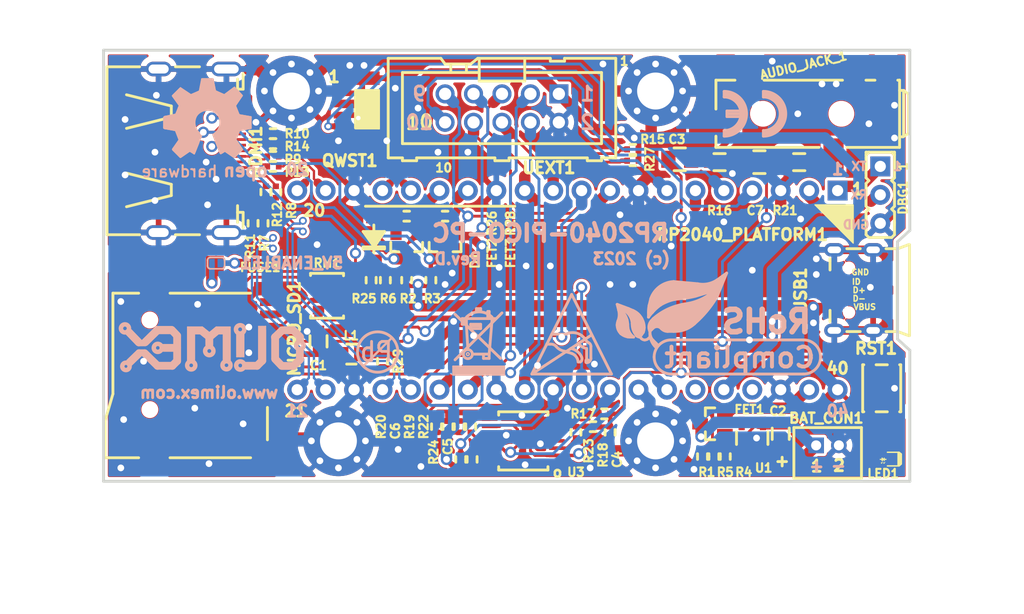
<source format=kicad_pcb>
(kicad_pcb (version 20171130) (host pcbnew 5.1.0-rc2-unknown-036be7d~80~ubuntu16.04.1)
  (title_block (title RP2040-PICO-PC) (date 2023-10-31) (rev D) (company "OLIMEX LTD, Bulgaria") (comment 1 "<c> 2023"))
  (layers (0 F.Cu signal) (31 B.Cu signal) (34 B.Paste user) (35 F.Paste user) (36 B.SilkS user) (37 F.SilkS user) (38 B.Mask user) (39 F.Mask user) (44 Edge.Cuts user))
  (net 0 "")
  (net 1 GND)
  (net 2 "Net-(FID1-PadFid1)")
  (net 3 "Net-(FID2-PadFid1)")
  (net 4 "Net-(FID3-PadFid1)")
  (net 5 +5V)
  (net 6 +BATT)
  (net 7 "Net-(R4-Pad1)")
  (net 8 "Net-(LED1-Pad1)")
  (net 9 +3V3)
  (net 10 /nRESET)
  (net 11 /VSYS)
  (net 12 "Net-(FUSE1-Pad2)")
  (net 13 /D2+)
  (net 14 /D2-)
  (net 15 /D1+)
  (net 16 /D1-)
  (net 17 /D0+)
  (net 18 /D0-)
  (net 19 /CK+)
  (net 20 /CK-)
  (net 21 "Net-(HDMI1-Pad14)")
  (net 22 "Net-(HDMI1-Pad19)")
  (net 23 /PICO_D2-)
  (net 24 /PICO_D1-)
  (net 25 /PICO_D0-)
  (net 26 /PICO_CK-)
  (net 27 /PICO_D2+)
  (net 28 /PICO_D1+)
  (net 29 /PICO_D0+)
  (net 30 /PICO_CK+)
  (net 31 "Net-(R1-Pad1)")
  (net 32 "Net-(USB1-Pad4)")
  (net 33 "Net-(USB1-Pad3)")
  (net 34 "Net-(USB1-Pad2)")
  (net 35 /PWM_AUDIO_L)
  (net 36 /PWM_AUDIO_R)
  (net 37 "Net-(R22-Pad2)")
  (net 38 "Net-(R23-Pad2)")
  (net 39 /UART1_TX)
  (net 40 /UART1_RX)
  (net 41 /I2C1_SCL)
  (net 42 /UART0_TX)
  (net 43 /UART0_RX)
  (net 44 "Net-(C3-Pad2)")
  (net 45 "Net-(C6-Pad2)")
  (net 46 "Net-(R18-Pad2)")
  (net 47 "Net-(R19-Pad2)")
  (net 48 "Net-(FID4-PadFid1)")
  (net 49 /I2C1_SDA)
  (net 50 /DVI_CEC)
  (net 51 "Net-(MICRO_SD1-Pad9)")
  (net 52 "Net-(MICRO_SD1-Pad8)")
  (net 53 /SPI0_MISO)
  (net 54 /SPI0_CLK)
  (net 55 /SPI0_MOSI)
  (net 56 /SPI0_CSn1)
  (net 57 "Net-(MICRO_SD1-Pad1)")
  (net 58 /I2C0_SCL)
  (net 59 /I2C0_SDA)
  (net 60 /PWM_R)
  (net 61 /SPI0_CSn0)
  (net 62 /PWM_L)
  (net 63 "Net-(AUDIO_JACK_1-Pad1)")
  (net 64 "Net-(AUDIO_JACK_1-Pad4)")
  (net 65 /I2C1A_SCL_33)
  (net 66 /I2C1A_SCL_5)
  (net 67 /I2C1A_SDA_33)
  (net 68 /I2C1A_SDA_5)
  (net 69 "Net-(HDMI1-Pad13)")
  (net 70 "Net-(C1-Pad2)")
  (net 71 "Net-(D1-Pad1)")
  (net 72 "Net-(RP2040_PLATFORM1-Pad37)")
  (net 73 "Net-(RP2040_PLATFORM1-Pad35)")
  (net 74 "Net-(5V_ENABLE1-Pad2)")
  (module OLIMEX_Connectors-FP:PJ-W47S-05D2-LF_5PIN_V2_LongerPads (layer F.Cu) (at 181.483 106.68 180)
    (fp_text reference AUDIO_JACK_1 (at 0.381 4.318 193) (layer F.SilkS) (effects (font (size 0.7493 0.7493) (thickness 0.187325))))
    (fp_text value 3.5mm/PJ-W47S-05D2-LF)
    (pad "" np_thru_hole circle (at 4 0 180) (size 1.8 1.8) (drill 1.8) (layers *.Cu *.Mask))
    (pad "" np_thru_hole circle (at -3 0 180) (size 1.8 1.8) (drill 1.8) (layers *.Cu *.Mask))
    (pad 5 smd rect (at -4.2 3.65 180) (size 1.4 3.099999) (layers F.Cu F.Paste F.Mask) (net 1 GND))
    (pad 4 smd rect (at 9.05 -0.8 180) (size 3.099999 2) (layers F.Cu F.Mask) (net 64 "Net-(AUDIO_JACK_1-Pad4)"))
    (pad 3 smd rect (at -2.3 -3.75 180) (size 1.8 3.099999) (layers F.Cu F.Paste F.Mask) (net 36 /PWM_AUDIO_R))
    (pad 2 smd rect (at 5.2 3.65 180) (size 2 3.099999) (layers F.Cu F.Paste F.Mask) (net 35 /PWM_AUDIO_L))
    (pad 1 smd rect (at -7 3.65 180) (size 1.4 3.099999) (layers F.Cu F.Paste F.Mask) (net 63 "Net-(AUDIO_JACK_1-Pad1)"))
  )
  (module OLIMEX_Transistors-FP:SOT23 (layer F.Cu) (at 172.974 134.366)
    (fp_text reference FET1 (at 3.302 -1.27 180) (layer F.SilkS) (effects (font (size 0.762 0.762) (thickness 0.1905))))
    (fp_text value WPM2015-3/TR)
    (pad 1 smd rect (at 1.10744 0.94996) (size 1.4 1) (layers F.Cu F.Paste F.Mask) (net 5 +5V) (clearance 0.0508))
    (pad 2 smd rect (at 1.10744 -0.9525) (size 1.4 1) (layers F.Cu F.Paste F.Mask) (net 11 /VSYS) (clearance 0.0508))
    (pad 3 smd rect (at -1.10236 0.00254) (size 1.4 1) (layers F.Cu F.Paste F.Mask) (net 6 +BATT) (clearance 0.0508))
  )
  (module OLIMEX_LOGOs-FP:CE_Sign (layer B.Cu) (at 175.768 106.68 180)
    (fp_text reference REF** hide)
    (fp_text value CE_Sign hide)
  )
  (module OLIMEX_Connectors-FP:TFC-WPAPR-08 (layer F.Cu) (at 126.365 130.048 180)
    (fp_text reference MICRO_SD1 (at -9.271 4.191 270) (layer F.SilkS) (effects (font (size 1.016 1.016) (thickness 0.254))))
    (fp_text value TFC-WPAPR-08-LF)
    (pad 1 smd rect (at -7 -2.25 90) (size 0.7 1.6) (layers F.Cu) (net 57 "Net-(MICRO_SD1-Pad1)") (clearance 0.0508))
    (pad 2 smd rect (at -7 -1.15 90) (size 0.7 1.6) (layers F.Cu) (net 56 /SPI0_CSn1) (clearance 0.0508))
    (pad 3 smd rect (at -7 -0.05 90) (size 0.7 1.6) (layers F.Cu) (net 55 /SPI0_MOSI) (clearance 0.0508))
    (pad 4 smd rect (at -7 1.05 90) (size 0.7 1.6) (layers F.Cu) (net 70 "Net-(C1-Pad2)") (clearance 0.0508))
    (pad 5 smd rect (at -7 2.15 90) (size 0.7 1.6) (layers F.Cu) (net 54 /SPI0_CLK) (clearance 0.0508))
    (pad 6 smd rect (at -7 3.25 90) (size 0.7 1.6) (layers F.Cu) (net 1 GND) (clearance 0.0508))
    (pad 7 smd rect (at -7 4.35 90) (size 0.7 1.6) (layers F.Cu) (net 53 /SPI0_MISO) (clearance 0.0508))
    (pad 8 smd rect (at -7 5.45 90) (size 0.7 1.6) (layers F.Cu) (net 52 "Net-(MICRO_SD1-Pad8)") (clearance 0.0508))
    (pad 9 smd rect (at -7 6.55 90) (size 0.7 1.6) (layers F.Cu) (net 51 "Net-(MICRO_SD1-Pad9)") (clearance 0.0508))
    (pad 10 smd rect (at -6.37 7.75 90) (size 1.2 1.4) (layers F.Cu F.Mask) (net 1 GND) (clearance 0.0508))
    (pad 11 smd rect (at -6.37 -6.85 90) (size 1.6 1.4) (layers F.Cu F.Mask) (net 1 GND) (clearance 0.0508))
    (pad 12 smd rect (at 3.23 7.75 90) (size 1.2 2.2) (layers F.Cu F.Mask) (net 1 GND) (clearance 0.0508))
    (pad 13 smd rect (at 3.23 -7.75 90) (size 1.2 2.2) (layers F.Cu F.Mask) (net 1 GND) (clearance 0.0508))
    (pad "" np_thru_hole circle (at 3.6322 -3.048 180) (size 1 1) (drill 1) (layers *.Cu *.Mask))
    (pad "" np_thru_hole circle (at 3.6322 4.953 180) (size 1 1) (drill 1) (layers *.Cu *.Mask))
  )
  (module OLIMEX_RLC-FP:R_0402_5MIL_DWS (layer F.Cu) (at 133.096 113.665 90)
    (fp_text reference R12 (at -2.032 1.016 270) (layer F.SilkS) (effects (font (size 0.762 0.762) (thickness 0.1905))))
    (fp_text value 270OHM/0402)
    (pad 2 smd rect (at 0.508 0 90) (size 0.5 0.55) (layers F.Cu F.Paste F.Mask) (net 15 /D1+))
    (pad 1 smd rect (at -0.508 0 270) (size 0.5 0.55) (layers F.Cu F.Paste F.Mask) (net 28 /PICO_D1+))
  )
  (module OLIMEX_RLC-FP:R_0402_5MIL_DWS (layer F.Cu) (at 142.494 121.539 90)
    (fp_text reference R25 (at -1.651 -0.635) (layer F.SilkS) (effects (font (size 0.762 0.762) (thickness 0.1905))))
    (fp_text value 270OHM/0402)
    (pad 2 smd rect (at 0.508 0 90) (size 0.5 0.55) (layers F.Cu F.Paste F.Mask) (net 69 "Net-(HDMI1-Pad13)"))
    (pad 1 smd rect (at -0.508 0 270) (size 0.5 0.55) (layers F.Cu F.Paste F.Mask) (net 50 /DVI_CEC))
  )
  (module OLIMEX_Connectors-FP:BH10S (layer F.Cu) (at 154.178 106.172 180)
    (fp_text reference UEXT1 (at -4.191 -5.334 180) (layer F.SilkS) (effects (font (size 1.016 1.016) (thickness 0.254))))
    (fp_text value "BH10S(B-D-02x5-LF)")
    (fp_text user 10 (at 7.366 -1.27 180) (layer B.SilkS) (effects (font (size 1.27 1.27) (thickness 0.254)) (justify mirror)))
    (fp_text user 1 (at -7.62 1.27 180) (layer B.SilkS) (effects (font (size 1.27 1.27) (thickness 0.254)) (justify mirror)))
    (fp_text user 2 (at -7.62 -1.27 180) (layer B.SilkS) (effects (font (size 1.27 1.27) (thickness 0.254)) (justify mirror)))
    (fp_text user 10 (at 7.366 -1.27 180) (layer F.SilkS) (effects (font (size 1.27 1.27) (thickness 0.254))))
    (fp_text user 9 (at 7.366 1.27 180) (layer B.SilkS) (effects (font (size 1.27 1.27) (thickness 0.254)) (justify mirror)))
    (pad 10 thru_hole circle (at 5.08 -1.27 180) (size 1.7 1.7) (drill 1.1) (layers *.Cu *.Mask) (net 61 /SPI0_CSn0))
    (pad 9 thru_hole circle (at 5.08 1.27 180) (size 1.7 1.7) (drill 1.1) (layers *.Cu *.Mask) (net 54 /SPI0_CLK))
    (pad 8 thru_hole circle (at 2.54 -1.27 180) (size 1.7 1.7) (drill 1.1) (layers *.Cu *.Mask) (net 55 /SPI0_MOSI))
    (pad 7 thru_hole circle (at 2.54 1.27 180) (size 1.7 1.7) (drill 1.1) (layers *.Cu *.Mask) (net 53 /SPI0_MISO))
    (pad 6 thru_hole circle (at 0 -1.27 180) (size 1.7 1.7) (drill 1.1) (layers *.Cu *.Mask) (net 59 /I2C0_SDA))
    (pad 5 thru_hole circle (at 0 1.27 180) (size 1.7 1.7) (drill 1.1) (layers *.Cu *.Mask) (net 58 /I2C0_SCL))
    (pad 4 thru_hole circle (at -2.54 -1.27 180) (size 1.7 1.7) (drill 1.1) (layers *.Cu *.Mask) (net 40 /UART1_RX))
    (pad 3 thru_hole circle (at -2.54 1.27 180) (size 1.7 1.7) (drill 1.1) (layers *.Cu *.Mask) (net 39 /UART1_TX))
    (pad 2 thru_hole circle (at -5.08 -1.27 180) (size 1.7 1.7) (drill 1.1) (layers *.Cu *.Mask) (net 1 GND))
    (pad 1 thru_hole rect (at -5.08 1.27 180) (size 1.7 1.7) (drill 1.1) (layers *.Cu *.Mask) (net 9 +3V3))
  )
  (module OLIMEX_Transistors-FP:SOT23 (layer F.Cu) (at 145.669 118.364 90)
    (fp_text reference FET2 (at -0.762 7.62 270) (layer F.SilkS) (effects (font (size 0.762 0.762) (thickness 0.1905))))
    (fp_text value BSS138)
    (pad 1 smd rect (at 1.10744 0.94996 90) (size 1.4 1) (layers F.Cu F.Paste F.Mask) (net 9 +3V3) (clearance 0.0508))
    (pad 2 smd rect (at 1.10744 -0.9525 90) (size 1.4 1) (layers F.Cu F.Paste F.Mask) (net 65 /I2C1A_SCL_33) (clearance 0.0508))
    (pad 3 smd rect (at -1.10236 0.00254 90) (size 1.4 1) (layers F.Cu F.Paste F.Mask) (net 66 /I2C1A_SCL_5) (clearance 0.0508))
  )
  (module OLIMEX_LOGOs-FP:LOGO_ANTISTATIC_1 (layer B.Cu) (at 163.957 129.921 180)
    (fp_text reference Antistatic hide)
    (fp_text value Logo hide)
  )
  (module OLIMEX_RLC-FP:R_0402_5MIL_DWS (layer F.Cu) (at 150.368 134.62 90)
    (fp_text reference R19 (at 0 -4.445 90) (layer F.SilkS) (effects (font (size 0.762 0.762) (thickness 0.1905))))
    (fp_text value 220OHM/0402)
    (pad 2 smd rect (at 0.508 0 90) (size 0.5 0.55) (layers F.Cu F.Paste F.Mask) (net 47 "Net-(R19-Pad2)"))
    (pad 1 smd rect (at -0.508 0 270) (size 0.5 0.55) (layers F.Cu F.Paste F.Mask) (net 45 "Net-(C6-Pad2)"))
  )
  (module OLIMEX_RLC-FP:R_0402_5MIL_DWS (layer F.Cu) (at 151.384 134.62 270)
    (fp_text reference R22 (at 0 4.191 270) (layer F.SilkS) (effects (font (size 0.762 0.762) (thickness 0.1905))))
    (fp_text value NA/0402)
    (pad 2 smd rect (at 0.508 0 270) (size 0.5 0.55) (layers F.Cu F.Paste F.Mask) (net 37 "Net-(R22-Pad2)"))
    (pad 1 smd rect (at -0.508 0 90) (size 0.5 0.55) (layers F.Cu F.Paste F.Mask) (net 47 "Net-(R19-Pad2)"))
  )
  (module OLIMEX_IC-FP:SOT-23-5 (layer F.Cu) (at 176.53 135.636 270)
    (fp_text reference U1 (at 2.667 -1.016 180) (layer F.SilkS) (effects (font (size 0.762 0.762) (thickness 0.1905))))
    (fp_text value BL4054B-42TPRN)
    (pad 1 smd rect (at 1.3 0.95 270) (size 1.2 0.55) (layers F.Cu F.Paste F.Mask) (net 7 "Net-(R4-Pad1)") (clearance 0.0508))
    (pad 2 smd rect (at 1.3 0 270) (size 1.2 0.55) (layers F.Cu F.Paste F.Mask) (net 1 GND) (clearance 0.0508))
    (pad 3 smd rect (at 1.3 -0.95 270) (size 1.2 0.55) (layers F.Cu F.Paste F.Mask) (net 6 +BATT) (clearance 0.0508))
    (pad 5 smd rect (at -1.3 0.95 270) (size 1.2 0.55) (layers F.Cu F.Paste F.Mask) (net 31 "Net-(R1-Pad1)") (clearance 0.0508))
    (pad 4 smd rect (at -1.3 -0.95 270) (size 1.2 0.55) (layers F.Cu F.Paste F.Mask) (net 5 +5V) (clearance 0.0508))
  )
  (module OLIMEX_Connectors-FP:HN1x3 (layer F.Cu) (at 187.96 113.919 270)
    (fp_text reference DBG1 (at 0.254 -2.032 90) (layer F.SilkS) (effects (font (size 0.762 0.762) (thickness 0.1905))))
    (fp_text value HN1x3)
    (fp_text user GND (at 2.667 2.159 180) (layer B.SilkS) (effects (font (size 0.762 0.762) (thickness 0.1905)) (justify mirror)))
    (fp_text user RX (at 0 1.905 180) (layer B.SilkS) (effects (font (size 0.762 0.762) (thickness 0.1905)) (justify mirror)))
    (fp_text user TX (at -2.54 1.905 180) (layer B.SilkS) (effects (font (size 0.762 0.762) (thickness 0.1905)) (justify mirror)))
    (fp_text user 1 (at -2.54 -1.524 180) (layer B.SilkS) (effects (font (size 0.762 0.762) (thickness 0.1905)) (justify mirror)))
    (pad 3 thru_hole circle (at 2.54 0 270) (size 1.778 1.778) (drill 1) (layers *.Cu *.Mask) (net 1 GND))
    (pad 2 thru_hole circle (at 0 0 270) (size 1.778 1.778) (drill 1) (layers *.Cu *.Mask) (net 43 /UART0_RX))
    (pad 1 thru_hole rect (at -2.54 0 270) (size 1.778 1.778) (drill 1) (layers *.Cu *.Mask) (net 42 /UART0_TX))
  )
  (module OLIMEX_RLC-FP:C_0805_5MIL_DWS (layer F.Cu) (at 177.165 110.998 180)
    (fp_text reference C7 (at 0.381 -4.318 180) (layer F.SilkS) (effects (font (size 0.762 0.762) (thickness 0.1905))))
    (fp_text value 47uF/6.3V/20%/X5R/0805)
    (pad 2 smd rect (at 1.016 0 270) (size 1.524 1.27) (layers F.Cu F.Paste F.Mask) (net 45 "Net-(C6-Pad2)"))
    (pad 1 smd rect (at -1.016 0 270) (size 1.524 1.27) (layers F.Cu F.Paste F.Mask) (net 36 /PWM_AUDIO_R))
  )
  (module OLIMEX_RLC-FP:C_0805_5MIL_DWS (layer F.Cu) (at 170.053 110.744 180)
    (fp_text reference C3 (at 0.254 1.778) (layer F.SilkS) (effects (font (size 0.762 0.762) (thickness 0.1905))))
    (fp_text value 47uF/6.3V/20%/X5R/0805)
    (pad 2 smd rect (at 1.016 0 270) (size 1.524 1.27) (layers F.Cu F.Paste F.Mask) (net 44 "Net-(C3-Pad2)"))
    (pad 1 smd rect (at -1.016 0 270) (size 1.524 1.27) (layers F.Cu F.Paste F.Mask) (net 35 /PWM_AUDIO_L))
  )
  (module OLIMEX_RLC-FP:R_0402_5MIL_DWS (layer F.Cu) (at 149.098 115.824)
    (fp_text reference R28 (at 5.842 0.635 90) (layer F.SilkS) (effects (font (size 0.762 0.762) (thickness 0.1905))))
    (fp_text value 2.2K/0402)
    (pad 2 smd rect (at 0.508 0) (size 0.5 0.55) (layers F.Cu F.Paste F.Mask) (net 9 +3V3))
    (pad 1 smd rect (at -0.508 0 180) (size 0.5 0.55) (layers F.Cu F.Paste F.Mask) (net 67 /I2C1A_SDA_33))
  )
  (module OLIMEX_RLC-FP:R_0402_5MIL_DWS (layer F.Cu) (at 145.669 115.824)
    (fp_text reference R26 (at 7.62 0.635 90) (layer F.SilkS) (effects (font (size 0.762 0.762) (thickness 0.1905))))
    (fp_text value 2.2K/0402)
    (pad 2 smd rect (at 0.508 0) (size 0.5 0.55) (layers F.Cu F.Paste F.Mask) (net 9 +3V3))
    (pad 1 smd rect (at -0.508 0 180) (size 0.5 0.55) (layers F.Cu F.Paste F.Mask) (net 65 /I2C1A_SCL_33))
  )
  (module OLIMEX_RLC-FP:R_0402_5MIL_DWS (layer F.Cu) (at 143.764 121.539 270)
    (fp_text reference R6 (at 1.651 -0.254) (layer F.SilkS) (effects (font (size 0.762 0.762) (thickness 0.1905))))
    (fp_text value 27K/0402)
    (pad 2 smd rect (at 0.508 0 270) (size 0.5 0.55) (layers F.Cu F.Paste F.Mask) (net 50 /DVI_CEC))
    (pad 1 smd rect (at -0.508 0 90) (size 0.5 0.55) (layers F.Cu F.Paste F.Mask) (net 71 "Net-(D1-Pad1)"))
  )
  (module OLIMEX_Transistors-FP:SOT23 (layer F.Cu) (at 149.098 118.364 90)
    (fp_text reference FET3 (at -0.762 5.842 270) (layer F.SilkS) (effects (font (size 0.762 0.762) (thickness 0.1905))))
    (fp_text value BSS138)
    (pad 1 smd rect (at 1.10744 0.94996 90) (size 1.4 1) (layers F.Cu F.Paste F.Mask) (net 9 +3V3) (clearance 0.0508))
    (pad 2 smd rect (at 1.10744 -0.9525 90) (size 1.4 1) (layers F.Cu F.Paste F.Mask) (net 67 /I2C1A_SDA_33) (clearance 0.0508))
    (pad 3 smd rect (at -1.10236 0.00254 90) (size 1.4 1) (layers F.Cu F.Paste F.Mask) (net 68 /I2C1A_SDA_5) (clearance 0.0508))
  )
  (module OLIMEX_Jumpers-FP:SJ_1_SMALLER (layer B.Cu) (at 128.651 120.015 180)
    (fp_text reference 5V_ENABLE1 (at -6.731 0) (layer B.SilkS) (effects (font (size 1.016 1.016) (thickness 0.254)) (justify mirror)))
    (fp_text value open hide)
    (pad 2 smd rect (at 0.381 0 180) (size 0.508 0.762) (layers B.Cu B.Mask) (net 74 "Net-(5V_ENABLE1-Pad2)") (clearance 0.0508))
    (pad 1 smd rect (at -0.381 0 180) (size 0.508 0.762) (layers B.Cu B.Mask) (net 5 +5V) (clearance 0.0508))
  )
  (module OLIMEX_RLC-FP:R_0402_5MIL_DWS (layer F.Cu) (at 147.828 121.539 90)
    (fp_text reference R3 (at -1.651 0.127 180) (layer F.SilkS) (effects (font (size 0.762 0.762) (thickness 0.1905))))
    (fp_text value 2.2K/0402)
    (pad 2 smd rect (at 0.508 0 90) (size 0.5 0.55) (layers F.Cu F.Paste F.Mask) (net 68 /I2C1A_SDA_5))
    (pad 1 smd rect (at -0.508 0 270) (size 0.5 0.55) (layers F.Cu F.Paste F.Mask) (net 5 +5V))
  )
  (module OLIMEX_RLC-FP:R_0402_5MIL_DWS (layer F.Cu) (at 145.669 121.539 90)
    (fp_text reference R2 (at -1.651 0.127 180) (layer F.SilkS) (effects (font (size 0.762 0.762) (thickness 0.1905))))
    (fp_text value 2.2K/0402)
    (pad 2 smd rect (at 0.508 0 90) (size 0.5 0.55) (layers F.Cu F.Paste F.Mask) (net 66 /I2C1A_SCL_5))
    (pad 1 smd rect (at -0.508 0 270) (size 0.5 0.55) (layers F.Cu F.Paste F.Mask) (net 5 +5V))
  )
  (module OLIMEX_Other-FP:Mounting_hole_Shield_3.3mm (layer F.Cu) (at 167.894 104.648)
    (fp_text reference MH3 hide)
    (fp_text value Mounting_hole_Shield_3.3mm hide)
    (pad GND1 thru_hole circle (at -2.413 0) (size 1.2 1.2) (drill 0.6) (layers *.Cu *.Mask) (net 1 GND))
    (pad GND1 thru_hole circle (at 2.413 0) (size 1.2 1.2) (drill 0.6) (layers *.Cu *.Mask) (net 1 GND))
    (pad GND1 thru_hole circle (at 1.651 1.651) (size 1.2 1.2) (drill 0.6) (layers *.Cu *.Mask) (net 1 GND))
    (pad GND1 thru_hole circle (at -1.651 1.778) (size 1.2 1.2) (drill 0.6) (layers *.Cu *.Mask) (net 1 GND))
    (pad GND1 thru_hole circle (at 1.651 -1.651) (size 1.2 1.2) (drill 0.6) (layers *.Cu *.Mask) (net 1 GND))
    (pad GND1 thru_hole circle (at -1.651 -1.651) (size 1.2 1.2) (drill 0.6) (layers *.Cu *.Mask) (net 1 GND))
    (pad GND1 thru_hole circle (at 0 2.413) (size 1.2 1.2) (drill 0.6) (layers *.Cu *.Mask) (net 1 GND))
    (pad GND1 thru_hole circle (at 0 -2.413) (size 1.2 1.2) (drill 0.6) (layers *.Cu *.Mask) (net 1 GND))
    (pad GND1 thru_hole circle (at 0 0) (size 6.3 6.3) (drill 3.3) (layers *.Cu *.Mask) (net 1 GND))
  )
  (module OLIMEX_Other-FP:Fiducial1x3 (layer F.Cu) (at 135.128 137.922)
    (fp_text reference FID4 hide)
    (fp_text value Fiducial hide)
    (pad Fid1 connect circle (at 0 0) (size 1 1) (layers F.Cu F.Mask) (net 48 "Net-(FID4-PadFid1)") (clearance 1.016))
  )
  (module OLIMEX_Connectors-FP:LIPO_BAT_VERTICAL_DW02S (layer F.Cu) (at 183.261 139.827)
    (fp_text reference BAT_CON1 (at -0.127 -5.969) (layer F.SilkS) (effects (font (size 0.889 0.889) (thickness 0.22225))))
    (fp_text value DW02S)
    (fp_text user 1 (at -0.98298 -1.67894) (layer F.SilkS) (effects (font (size 1.016 1.016) (thickness 0.254))))
    (fp_text user 2 (at 1.02108 -1.72974 180) (layer F.SilkS) (effects (font (size 1.016 1.016) (thickness 0.254))))
    (fp_text user + (at -0.98552 -1.68148) (layer B.SilkS) (effects (font (size 1.016 1.016) (thickness 0.254)) (justify mirror)))
    (fp_text user - (at 0.9652 -1.72974 180) (layer B.SilkS) (effects (font (size 1.016 1.016) (thickness 0.254)) (justify mirror)))
    (pad 2 thru_hole circle (at 1.00076 -3.53822) (size 1.4 1.4) (drill 0.9) (layers *.Cu *.Mask) (net 1 GND))
    (pad 1 thru_hole rect (at -1.0287 -3.53568) (size 1.4 1.4) (drill 0.9) (layers *.Cu *.Mask) (net 6 +BATT))
  )
  (module OLIMEX_LOGOs-FP:OLIMEX_LOGO_TB (layer B.Cu) (at 128.143 127.508 180)
    (fp_text reference OLIMEX_LOGO hide)
    (fp_text value Logo hide)
  )
  (module OLIMEX_LOGOs-FP:LOGO_ROHS_1 (layer B.Cu) (at 181.61 129.286 180)
    (fp_text reference RoHS_Complaint hide)
    (fp_text value Logo hide)
    (fp_text user Compliant (at 6.20014 0.8382) (layer B.SilkS) (effects (font (size 1.778 1.778) (thickness 0.35)) (justify mirror)))
    (fp_text user RoHS (at 3.81508 4.04368) (layer B.SilkS) (effects (font (size 2 2) (thickness 0.5)) (justify mirror)))
  )
  (module OLIMEX_LOGOs-FP:LOGO_RECYCLEBIN_1 (layer B.Cu) (at 154.432 130.048 180)
    (fp_text reference Recycle_bin hide)
    (fp_text value logo hide)
  )
  (module OLIMEX_LOGOs-FP:LOGO_PBFREE (layer B.Cu) (at 142.875 128.27 180)
    (fp_text reference PB_FREE)
    (fp_text value Logo)
    (fp_text user Pb (at -0.08636 0.33528) (layer B.SilkS) (effects (font (size 1.7 1.5) (thickness 0.254)) (justify mirror)))
  )
  (module OLIMEX_LOGOs-FP:LOGO_OPENHARDWARE_8x8 (layer B.Cu) (at 127.889 107.569 180)
    (fp_text reference Open_Hardware hide)
    (fp_text value Logo hide)
    (fp_text user open (at -3.40106 -4.17576) (layer B.SilkS) (effects (font (size 1.1 1.1) (thickness 0.254)) (justify mirror)))
    (fp_text user hardware (at 2.51206 -4.2672) (layer B.SilkS) (effects (font (thickness 0.18)) (justify mirror)))
  )
  (module OLIMEX_RLC-FP:R_0402_5MIL_DWS (layer F.Cu) (at 132.842 116.459 90)
    (fp_text reference R7 (at -1.778 0.127 270) (layer F.SilkS) (effects (font (size 0.762 0.762) (thickness 0.1905))))
    (fp_text value 270OHM/0402)
    (pad 2 smd rect (at 0.508 0 90) (size 0.5 0.55) (layers F.Cu F.Paste F.Mask) (net 14 /D2-))
    (pad 1 smd rect (at -0.508 0 270) (size 0.5 0.55) (layers F.Cu F.Paste F.Mask) (net 23 /PICO_D2-))
  )
  (module OLIMEX_RLC-FP:R_0402_5MIL_DWS (layer F.Cu) (at 133.731 111.379 180)
    (fp_text reference R13 (at -2.159 -0.508) (layer F.SilkS) (effects (font (size 0.762 0.762) (thickness 0.1905))))
    (fp_text value 270OHM/0402)
    (pad 2 smd rect (at 0.508 0 180) (size 0.5 0.55) (layers F.Cu F.Paste F.Mask) (net 17 /D0+))
    (pad 1 smd rect (at -0.508 0) (size 0.5 0.55) (layers F.Cu F.Paste F.Mask) (net 29 /PICO_D0+))
  )
  (module OLIMEX_RLC-FP:R_0402_5MIL_DWS (layer F.Cu) (at 133.731 108.458 180)
    (fp_text reference R10 (at -2.159 0) (layer F.SilkS) (effects (font (size 0.762 0.762) (thickness 0.1905))))
    (fp_text value 270OHM/0402)
    (pad 2 smd rect (at 0.508 0 180) (size 0.5 0.55) (layers F.Cu F.Paste F.Mask) (net 20 /CK-))
    (pad 1 smd rect (at -0.508 0) (size 0.5 0.55) (layers F.Cu F.Paste F.Mask) (net 26 /PICO_CK-))
  )
  (module OLIMEX_RLC-FP:R_0402_5MIL_DWS (layer F.Cu) (at 131.953 116.459 90)
    (fp_text reference R11 (at -2.032 -0.254 270) (layer F.SilkS) (effects (font (size 0.762 0.762) (thickness 0.1905))))
    (fp_text value 270OHM/0402)
    (pad 2 smd rect (at 0.508 0 90) (size 0.5 0.55) (layers F.Cu F.Paste F.Mask) (net 13 /D2+))
    (pad 1 smd rect (at -0.508 0 270) (size 0.5 0.55) (layers F.Cu F.Paste F.Mask) (net 27 /PICO_D2+))
  )
  (module OLIMEX_RLC-FP:R_0402_5MIL_DWS (layer F.Cu) (at 133.731 110.49 180)
    (fp_text reference R9 (at -1.778 -0.254 180) (layer F.SilkS) (effects (font (size 0.762 0.762) (thickness 0.1905))))
    (fp_text value 270OHM/0402)
    (pad 2 smd rect (at 0.508 0 180) (size 0.5 0.55) (layers F.Cu F.Paste F.Mask) (net 18 /D0-))
    (pad 1 smd rect (at -0.508 0) (size 0.5 0.55) (layers F.Cu F.Paste F.Mask) (net 25 /PICO_D0-))
  )
  (module OLIMEX_RLC-FP:R_0402_5MIL_DWS (layer F.Cu) (at 133.985 113.665 90)
    (fp_text reference R8 (at -1.651 1.397 90) (layer F.SilkS) (effects (font (size 0.762 0.762) (thickness 0.1905))))
    (fp_text value 270OHM/0402)
    (pad 2 smd rect (at 0.508 0 90) (size 0.5 0.55) (layers F.Cu F.Paste F.Mask) (net 16 /D1-))
    (pad 1 smd rect (at -0.508 0 270) (size 0.5 0.55) (layers F.Cu F.Paste F.Mask) (net 24 /PICO_D1-))
  )
  (module OLIMEX_RLC-FP:R_0402_5MIL_DWS (layer F.Cu) (at 133.731 109.347 180)
    (fp_text reference R14 (at -2.159 -0.254) (layer F.SilkS) (effects (font (size 0.762 0.762) (thickness 0.1905))))
    (fp_text value 270OHM/0402)
    (pad 2 smd rect (at 0.508 0 180) (size 0.5 0.55) (layers F.Cu F.Paste F.Mask) (net 19 /CK+))
    (pad 1 smd rect (at -0.508 0) (size 0.5 0.55) (layers F.Cu F.Paste F.Mask) (net 30 /PICO_CK+))
  )
  (module OLIMEX_Other-FP:Fiducial1x3 (layer F.Cu) (at 188.087 135.255)
    (fp_text reference FID2 hide)
    (fp_text value Fiducial hide)
    (pad Fid1 connect circle (at 0 0) (size 1 1) (layers F.Cu F.Mask) (net 3 "Net-(FID2-PadFid1)") (clearance 1.016))
  )
  (module OLIMEX_Other-FP:Fiducial1x3 (layer F.Cu) (at 120.142 119.634)
    (fp_text reference FID3 hide)
    (fp_text value Fiducial hide)
    (pad Fid1 connect circle (at 0 0) (size 1 1) (layers F.Cu F.Mask) (net 4 "Net-(FID3-PadFid1)") (clearance 1.016))
  )
  (module OLIMEX_RLC-FP:C_0603_5MIL_DWS (layer F.Cu) (at 137.795 127 270)
    (fp_text reference C1 (at 2.159 0 180) (layer F.SilkS) (effects (font (size 0.762 0.762) (thickness 0.1905))))
    (fp_text value 10uF/6.3V/0603)
    (pad 2 smd rect (at 0.889 0 270) (size 1.016 1.016) (layers F.Cu F.Paste F.Mask) (net 70 "Net-(C1-Pad2)") (clearance 0.0508))
    (pad 1 smd rect (at -0.889 0 270) (size 1.016 1.016) (layers F.Cu F.Paste F.Mask) (net 1 GND) (clearance 0.0508))
  )
  (module OLIMEX_Devices-FP:FUSE-1206 (layer F.Cu) (at 127.127 120.269 180)
    (fp_text reference FUSE1 (at -5.461 -0.127) (layer F.SilkS) (effects (font (size 0.762 0.762) (thickness 0.1905))))
    (fp_text value "FSMD035-1206(NANOSMDC035F-2)")
    (pad 2 smd rect (at 1.4 0 180) (size 1.6 1.8) (layers F.Cu F.Paste F.Mask) (net 12 "Net-(FUSE1-Pad2)"))
    (pad 1 smd rect (at -1.4 0 180) (size 1.6 1.8) (layers F.Cu F.Paste F.Mask) (net 74 "Net-(5V_ENABLE1-Pad2)"))
  )
  (module OLIMEX_RLC-FP:C_0603_5MIL_DWS (layer F.Cu) (at 179.07 135.255 90)
    (fp_text reference C2 (at 2.032 -0.254) (layer F.SilkS) (effects (font (size 0.762 0.762) (thickness 0.1905))))
    (fp_text value 1uF/10V/10%/X5R/0603)
    (pad 2 smd rect (at 0.889 0 90) (size 1.016 1.016) (layers F.Cu F.Paste F.Mask) (net 5 +5V) (clearance 0.0508))
    (pad 1 smd rect (at -0.889 0 90) (size 1.016 1.016) (layers F.Cu F.Paste F.Mask) (net 1 GND) (clearance 0.0508))
  )
  (module OLIMEX_LEDs-FP:LED_0603_KA (layer F.Cu) (at 188.214 137.541 180)
    (fp_text reference LED1 (at 0 -1.27 180) (layer F.SilkS) (effects (font (size 0.762 0.762) (thickness 0.1905))))
    (fp_text value "LED/RED/300 mCd/0603")
    (pad 1 smd rect (at -0.762 0) (size 0.8 0.8) (layers F.Cu F.Paste F.Mask) (net 8 "Net-(LED1-Pad1)"))
    (pad 2 smd rect (at 0.762 0) (size 0.8 0.8) (layers F.Cu F.Paste F.Mask) (net 5 +5V))
  )
  (module OLIMEX_RLC-FP:R_0402_5MIL_DWS (layer F.Cu) (at 172.085 137.287 270)
    (fp_text reference R1 (at 1.397 -0.381 180) (layer F.SilkS) (effects (font (size 0.762 0.762) (thickness 0.1905))))
    (fp_text value 1.5K/0402)
    (pad 2 smd rect (at 0.508 0 270) (size 0.5 0.55) (layers F.Cu F.Paste F.Mask) (net 1 GND))
    (pad 1 smd rect (at -0.508 0 90) (size 0.5 0.55) (layers F.Cu F.Paste F.Mask) (net 31 "Net-(R1-Pad1)"))
  )
  (module OLIMEX_RLC-FP:R_0402_5MIL_DWS (layer F.Cu) (at 174.117 137.287 270)
    (fp_text reference R4 (at 1.397 -1.651 180) (layer F.SilkS) (effects (font (size 0.762 0.762) (thickness 0.1905))))
    (fp_text value 2K/0402)
    (pad 2 smd rect (at 0.508 0 270) (size 0.5 0.55) (layers F.Cu F.Paste F.Mask) (net 8 "Net-(LED1-Pad1)"))
    (pad 1 smd rect (at -0.508 0 90) (size 0.5 0.55) (layers F.Cu F.Paste F.Mask) (net 7 "Net-(R4-Pad1)"))
  )
  (module OLIMEX_RLC-FP:R_0402_5MIL_DWS (layer F.Cu) (at 173.101 137.287 90)
    (fp_text reference R5 (at -1.397 1.016 180) (layer F.SilkS) (effects (font (size 0.762 0.762) (thickness 0.1905))))
    (fp_text value 100K/0402)
    (pad 2 smd rect (at 0.508 0 90) (size 0.5 0.55) (layers F.Cu F.Paste F.Mask) (net 5 +5V))
    (pad 1 smd rect (at -0.508 0 270) (size 0.5 0.55) (layers F.Cu F.Paste F.Mask) (net 1 GND))
  )
  (module OLIMEX_RLC-FP:C_0402_5MIL_DWS (layer F.Cu) (at 163.83 135.128 90)
    (fp_text reference C4 (at -2.413 0.635 90) (layer F.SilkS) (effects (font (size 0.762 0.762) (thickness 0.1905))))
    (fp_text value 100nF/10V/20%/X5R/0402)
    (pad 2 smd rect (at 0.508 0 90) (size 0.5 0.55) (layers F.Cu F.Paste F.Mask) (net 44 "Net-(C3-Pad2)"))
    (pad 1 smd rect (at -0.508 0 270) (size 0.5 0.55) (layers F.Cu F.Paste F.Mask) (net 1 GND))
  )
  (module OLIMEX_RLC-FP:C_0402_5MIL_DWS (layer F.Cu) (at 151.511 137.541 90)
    (fp_text reference C5 (at 1.143 -2.159 90) (layer F.SilkS) (effects (font (size 0.762 0.762) (thickness 0.1905))))
    (fp_text value 100nF/10V/20%/X5R/0402)
    (pad 2 smd rect (at 0.508 0 90) (size 0.5 0.55) (layers F.Cu F.Paste F.Mask) (net 1 GND))
    (pad 1 smd rect (at -0.508 0 270) (size 0.5 0.55) (layers F.Cu F.Paste F.Mask) (net 9 +3V3))
  )
  (module OLIMEX_RLC-FP:C_0402_5MIL_DWS (layer F.Cu) (at 149.352 134.62 270)
    (fp_text reference C6 (at 0.381 4.699 90) (layer F.SilkS) (effects (font (size 0.762 0.762) (thickness 0.1905))))
    (fp_text value 100nF/10V/20%/X5R/0402)
    (pad 2 smd rect (at 0.508 0 270) (size 0.5 0.55) (layers F.Cu F.Paste F.Mask) (net 45 "Net-(C6-Pad2)"))
    (pad 1 smd rect (at -0.508 0 90) (size 0.5 0.55) (layers F.Cu F.Paste F.Mask) (net 1 GND))
  )
  (module OLIMEX_RLC-FP:R_0603_5MIL_DWS (layer F.Cu) (at 173.609 110.998 180)
    (fp_text reference R16 (at 0 -4.318 180) (layer F.SilkS) (effects (font (size 0.762 0.762) (thickness 0.1905))))
    (fp_text value 1.8K/0603)
    (pad 2 smd rect (at 0.889 0 180) (size 1.016 1.016) (layers F.Cu F.Paste F.Mask) (net 35 /PWM_AUDIO_L))
    (pad 1 smd rect (at -0.889 0 180) (size 1.016 1.016) (layers F.Cu F.Paste F.Mask) (net 1 GND))
  )
  (module OLIMEX_RLC-FP:R_0402_5MIL_DWS (layer F.Cu) (at 163.322 133.477)
    (fp_text reference R17 (at -1.905 0) (layer F.SilkS) (effects (font (size 0.762 0.762) (thickness 0.1905))))
    (fp_text value 100OHM/0402)
    (pad 2 smd rect (at 0.508 0) (size 0.5 0.55) (layers F.Cu F.Paste F.Mask) (net 44 "Net-(C3-Pad2)"))
    (pad 1 smd rect (at -0.508 0 180) (size 0.5 0.55) (layers F.Cu F.Paste F.Mask) (net 1 GND))
  )
  (module OLIMEX_RLC-FP:R_0402_5MIL_DWS (layer F.Cu) (at 162.306 134.62 180)
    (fp_text reference R18 (at -0.889 -2.54 90) (layer F.SilkS) (effects (font (size 0.762 0.762) (thickness 0.1905))))
    (fp_text value 220OHM/0402)
    (pad 2 smd rect (at 0.508 0 180) (size 0.5 0.55) (layers F.Cu F.Paste F.Mask) (net 46 "Net-(R18-Pad2)"))
    (pad 1 smd rect (at -0.508 0) (size 0.5 0.55) (layers F.Cu F.Paste F.Mask) (net 44 "Net-(C3-Pad2)"))
  )
  (module OLIMEX_RLC-FP:R_0402_5MIL_DWS (layer F.Cu) (at 148.336 134.62 270)
    (fp_text reference R20 (at 0 4.953 90) (layer F.SilkS) (effects (font (size 0.762 0.762) (thickness 0.1905))))
    (fp_text value 100OHM/0402)
    (pad 2 smd rect (at 0.508 0 270) (size 0.5 0.55) (layers F.Cu F.Paste F.Mask) (net 45 "Net-(C6-Pad2)"))
    (pad 1 smd rect (at -0.508 0 90) (size 0.5 0.55) (layers F.Cu F.Paste F.Mask) (net 1 GND))
  )
  (module OLIMEX_RLC-FP:R_0603_5MIL_DWS (layer F.Cu) (at 180.721 110.998)
    (fp_text reference R21 (at -1.27 4.318 180) (layer F.SilkS) (effects (font (size 0.762 0.762) (thickness 0.1905))))
    (fp_text value 1.8K/0603)
    (pad 2 smd rect (at 0.889 0) (size 1.016 1.016) (layers F.Cu F.Paste F.Mask) (net 36 /PWM_AUDIO_R))
    (pad 1 smd rect (at -0.889 0) (size 1.016 1.016) (layers F.Cu F.Paste F.Mask) (net 1 GND))
  )
  (module OLIMEX_RLC-FP:R_0402_5MIL_DWS (layer F.Cu) (at 160.782 135.128 270)
    (fp_text reference R23 (at 1.651 -1.143 90) (layer F.SilkS) (effects (font (size 0.762 0.762) (thickness 0.1905))))
    (fp_text value NA/0402)
    (pad 2 smd rect (at 0.508 0 270) (size 0.5 0.55) (layers F.Cu F.Paste F.Mask) (net 38 "Net-(R23-Pad2)"))
    (pad 1 smd rect (at -0.508 0 90) (size 0.5 0.55) (layers F.Cu F.Paste F.Mask) (net 46 "Net-(R18-Pad2)"))
  )
  (module OLIMEX_RLC-FP:R_0402_5MIL_DWS (layer F.Cu) (at 150.495 137.541 90)
    (fp_text reference R24 (at 0.635 -2.413 270) (layer F.SilkS) (effects (font (size 0.762 0.762) (thickness 0.1905))))
    (fp_text value 10K/0402)
    (pad 2 smd rect (at 0.508 0 90) (size 0.5 0.55) (layers F.Cu F.Paste F.Mask) (net 10 /nRESET))
    (pad 1 smd rect (at -0.508 0 270) (size 0.5 0.55) (layers F.Cu F.Paste F.Mask) (net 9 +3V3))
  )
  (module OLIMEX_RLC-FP:R_0402_5MIL_DWS (layer F.Cu) (at 165.862 109.855 180)
    (fp_text reference R15 (at -1.778 0.889 180) (layer F.SilkS) (effects (font (size 0.762 0.762) (thickness 0.1905))))
    (fp_text value 2.2K/0402)
    (pad 2 smd rect (at 0.508 0 180) (size 0.5 0.55) (layers F.Cu F.Paste F.Mask) (net 59 /I2C0_SDA))
    (pad 1 smd rect (at -0.508 0) (size 0.5 0.55) (layers F.Cu F.Paste F.Mask) (net 9 +3V3))
  )
  (module OLIMEX_RLC-FP:R_0402_5MIL_DWS (layer F.Cu) (at 165.862 110.871)
    (fp_text reference R27 (at 1.524 -0.127 90) (layer F.SilkS) (effects (font (size 0.762 0.762) (thickness 0.1905))))
    (fp_text value 2.2K/0402)
    (pad 2 smd rect (at 0.508 0) (size 0.5 0.55) (layers F.Cu F.Paste F.Mask) (net 9 +3V3))
    (pad 1 smd rect (at -0.508 0 180) (size 0.5 0.55) (layers F.Cu F.Paste F.Mask) (net 58 /I2C0_SCL))
  )
  (module "OLIMEX_IC-FP:74LVC125A(TSSOP14-14_leads-4.4mm_body_width-SOT402-1)" (layer F.Cu) (at 156.083 135.89 180)
    (fp_text reference U3 (at -4.699 -2.794) (layer F.SilkS) (effects (font (size 0.762 0.762) (thickness 0.1905))))
    (fp_text value 74LVC125APW)
    (fp_text user o (at -3.048 -2.794 180) (layer F.SilkS) (effects (font (size 0.889 0.889) (thickness 0.22225))))
    (pad 14 smd rect (at 3 -1.95 180) (size 1.4 0.325) (layers F.Cu F.Paste F.Mask) (net 9 +3V3))
    (pad 13 smd rect (at 3 -1.3 180) (size 1.4 0.325) (layers F.Cu F.Paste F.Mask) (net 1 GND))
    (pad 12 smd rect (at 3 -0.65 180) (size 1.4 0.325) (layers F.Cu F.Paste F.Mask) (net 60 /PWM_R))
    (pad 11 smd rect (at 3 0 180) (size 1.4 0.325) (layers F.Cu F.Paste F.Mask) (net 37 "Net-(R22-Pad2)"))
    (pad 10 smd rect (at 3 0.65 180) (size 1.4 0.325) (layers F.Cu F.Paste F.Mask) (net 1 GND))
    (pad 9 smd rect (at 3 1.3 180) (size 1.4 0.325) (layers F.Cu F.Paste F.Mask) (net 60 /PWM_R))
    (pad 8 smd rect (at 3 1.95 180) (size 1.4 0.325) (layers F.Cu F.Paste F.Mask) (net 47 "Net-(R19-Pad2)"))
    (pad 7 smd rect (at -3 1.95 180) (size 1.4 0.325) (layers F.Cu F.Paste F.Mask) (net 1 GND))
    (pad 6 smd rect (at -3 1.3 180) (size 1.4 0.325) (layers F.Cu F.Paste F.Mask) (net 46 "Net-(R18-Pad2)"))
    (pad 5 smd rect (at -3 0.65 180) (size 1.4 0.325) (layers F.Cu F.Paste F.Mask) (net 62 /PWM_L))
    (pad 4 smd rect (at -3 0 180) (size 1.4 0.325) (layers F.Cu F.Paste F.Mask) (net 1 GND))
    (pad 3 smd rect (at -3 -0.65 180) (size 1.4 0.325) (layers F.Cu F.Paste F.Mask) (net 38 "Net-(R23-Pad2)"))
    (pad 2 smd rect (at -3 -1.3 180) (size 1.4 0.325) (layers F.Cu F.Paste F.Mask) (net 62 /PWM_L))
    (pad 1 smd rect (at -3 -2 180) (size 1.4 0.325) (layers F.Cu F.Paste F.Mask) (net 1 GND))
  )
  (module OLIMEX_Other-FP:Mounting_hole_Shield_3.3mm (layer F.Cu) (at 135.382 104.648)
    (fp_text reference MH1 hide)
    (fp_text value Mounting_hole_Shield_3.3mm hide)
    (pad GND1 thru_hole circle (at -2.413 0) (size 1.2 1.2) (drill 0.6) (layers *.Cu *.Mask) (net 1 GND))
    (pad GND1 thru_hole circle (at 2.413 0) (size 1.2 1.2) (drill 0.6) (layers *.Cu *.Mask) (net 1 GND))
    (pad GND1 thru_hole circle (at 1.651 1.651) (size 1.2 1.2) (drill 0.6) (layers *.Cu *.Mask) (net 1 GND))
    (pad GND1 thru_hole circle (at -1.651 1.778) (size 1.2 1.2) (drill 0.6) (layers *.Cu *.Mask) (net 1 GND))
    (pad GND1 thru_hole circle (at 1.651 -1.651) (size 1.2 1.2) (drill 0.6) (layers *.Cu *.Mask) (net 1 GND))
    (pad GND1 thru_hole circle (at -1.651 -1.651) (size 1.2 1.2) (drill 0.6) (layers *.Cu *.Mask) (net 1 GND))
    (pad GND1 thru_hole circle (at 0 2.413) (size 1.2 1.2) (drill 0.6) (layers *.Cu *.Mask) (net 1 GND))
    (pad GND1 thru_hole circle (at 0 -2.413) (size 1.2 1.2) (drill 0.6) (layers *.Cu *.Mask) (net 1 GND))
    (pad GND1 thru_hole circle (at 0 0) (size 6.3 6.3) (drill 3.3) (layers *.Cu *.Mask) (net 1 GND))
  )
  (module OLIMEX_Other-FP:Mounting_hole_Shield_3.3mm (layer F.Cu) (at 139.573 135.89)
    (fp_text reference MH2 hide)
    (fp_text value Mounting_hole_Shield_3.3mm hide)
    (pad GND1 thru_hole circle (at -2.413 0) (size 1.2 1.2) (drill 0.6) (layers *.Cu *.Mask) (net 1 GND))
    (pad GND1 thru_hole circle (at 2.413 0) (size 1.2 1.2) (drill 0.6) (layers *.Cu *.Mask) (net 1 GND))
    (pad GND1 thru_hole circle (at 1.651 1.651) (size 1.2 1.2) (drill 0.6) (layers *.Cu *.Mask) (net 1 GND))
    (pad GND1 thru_hole circle (at -1.651 1.778) (size 1.2 1.2) (drill 0.6) (layers *.Cu *.Mask) (net 1 GND))
    (pad GND1 thru_hole circle (at 1.651 -1.651) (size 1.2 1.2) (drill 0.6) (layers *.Cu *.Mask) (net 1 GND))
    (pad GND1 thru_hole circle (at -1.651 -1.651) (size 1.2 1.2) (drill 0.6) (layers *.Cu *.Mask) (net 1 GND))
    (pad GND1 thru_hole circle (at 0 2.413) (size 1.2 1.2) (drill 0.6) (layers *.Cu *.Mask) (net 1 GND))
    (pad GND1 thru_hole circle (at 0 -2.413) (size 1.2 1.2) (drill 0.6) (layers *.Cu *.Mask) (net 1 GND))
    (pad GND1 thru_hole circle (at 0 0) (size 6.3 6.3) (drill 3.3) (layers *.Cu *.Mask) (net 1 GND))
  )
  (module OLIMEX_Other-FP:Mounting_hole_Shield_3.3mm (layer F.Cu) (at 167.894 135.89)
    (fp_text reference MH4 hide)
    (fp_text value Mounting_hole_Shield_3.3mm hide)
    (pad GND1 thru_hole circle (at -2.413 0) (size 1.2 1.2) (drill 0.6) (layers *.Cu *.Mask) (net 1 GND))
    (pad GND1 thru_hole circle (at 2.413 0) (size 1.2 1.2) (drill 0.6) (layers *.Cu *.Mask) (net 1 GND))
    (pad GND1 thru_hole circle (at 1.651 1.651) (size 1.2 1.2) (drill 0.6) (layers *.Cu *.Mask) (net 1 GND))
    (pad GND1 thru_hole circle (at -1.651 1.778) (size 1.2 1.2) (drill 0.6) (layers *.Cu *.Mask) (net 1 GND))
    (pad GND1 thru_hole circle (at 1.651 -1.651) (size 1.2 1.2) (drill 0.6) (layers *.Cu *.Mask) (net 1 GND))
    (pad GND1 thru_hole circle (at -1.651 -1.651) (size 1.2 1.2) (drill 0.6) (layers *.Cu *.Mask) (net 1 GND))
    (pad GND1 thru_hole circle (at 0 2.413) (size 1.2 1.2) (drill 0.6) (layers *.Cu *.Mask) (net 1 GND))
    (pad GND1 thru_hole circle (at 0 -2.413) (size 1.2 1.2) (drill 0.6) (layers *.Cu *.Mask) (net 1 GND))
    (pad GND1 thru_hole circle (at 0 0) (size 6.3 6.3) (drill 3.3) (layers *.Cu *.Mask) (net 1 GND))
  )
  (module OLIMEX_Diodes-FP:SOD-123_1C-2A_KA (layer F.Cu) (at 142.748 117.856 90)
    (fp_text reference D1 (at -1.905 9.017 90) (layer F.SilkS) (effects (font (size 0.762 0.762) (thickness 0.1905))))
    (fp_text value "1N5819(S4 SOD-123)")
    (pad 2 smd rect (at 1.9 0 90) (size 1 1.4) (layers F.Cu F.Paste F.Mask) (net 9 +3V3) (clearance 0.0508))
    (pad 1 smd rect (at -1.9 0 90) (size 1 1.4) (layers F.Cu F.Paste F.Mask) (net 71 "Net-(D1-Pad1)") (clearance 0.0508))
  )
  (module OLIMEX_RLC-FP:L_0805_5MIL_DWS (layer F.Cu) (at 140.716 128.143 180)
    (fp_text reference L1 (at 0 1.651 180) (layer F.SilkS) (effects (font (size 0.762 0.762) (thickness 0.1905))))
    (fp_text value "600OHM/2A/UPZ2012E-601-2R0TF/ 0805")
    (pad 1 smd rect (at -1.016 0 180) (size 1.524 1.27) (layers F.Cu F.Paste F.Mask) (net 9 +3V3) (clearance 0.0508))
    (pad 2 smd rect (at 1.016 0 180) (size 1.524 1.27) (layers F.Cu F.Paste F.Mask) (net 70 "Net-(C1-Pad2)") (clearance 0.0508))
  )
  (module OLIMEX_RLC-FP:R_0402_5MIL_DWS (layer F.Cu) (at 143.51 128.778 90)
    (fp_text reference R29 (at 0 1.397 90) (layer F.SilkS) (effects (font (size 0.762 0.762) (thickness 0.1905))))
    (fp_text value 10K/0402)
    (pad 2 smd rect (at 0.508 0 90) (size 0.5 0.55) (layers F.Cu F.Paste F.Mask) (net 9 +3V3))
    (pad 1 smd rect (at -0.508 0 270) (size 0.5 0.55) (layers F.Cu F.Paste F.Mask) (net 55 /SPI0_MOSI))
  )
  (module "OLIMEX_RLC-FP:RA1206_(4X0603)_4B8_xx" (layer F.Cu) (at 138.557 122.936 90)
    (fp_text reference RM1 (at 2.921 0 180) (layer F.SilkS) (effects (font (size 0.762 0.762) (thickness 0.1905))))
    (fp_text value "RMAT(4x0603)100K/5%")
    (pad 3.1 smd rect (at 0.381 0.762 90) (size 0.508 1.016) (layers F.Cu F.Paste F.Mask) (net 9 +3V3) (clearance 0.0508))
    (pad 2.1 smd rect (at -0.381 0.762 90) (size 0.508 1.016) (layers F.Cu F.Paste F.Mask) (net 9 +3V3) (clearance 0.0508))
    (pad 3.2 smd rect (at 0.381 -0.762 90) (size 0.508 1.016) (layers F.Cu F.Paste F.Mask) (net 56 /SPI0_CSn1) (clearance 0.0508))
    (pad 2.2 smd rect (at -0.381 -0.762 90) (size 0.508 1.016) (layers F.Cu F.Paste F.Mask) (net 52 "Net-(MICRO_SD1-Pad8)") (clearance 0.0508))
    (pad 4.1 smd rect (at 1.27 0.762 90) (size 0.762 1.016) (layers F.Cu F.Paste F.Mask) (net 9 +3V3) (clearance 0.0508))
    (pad 4.2 smd rect (at 1.27 -0.762 90) (size 0.762 1.016) (layers F.Cu F.Paste F.Mask) (net 57 "Net-(MICRO_SD1-Pad1)") (clearance 0.0508))
    (pad 1.1 smd rect (at -1.27 0.762 90) (size 0.762 1.016) (layers F.Cu F.Paste F.Mask) (net 9 +3V3) (clearance 0.0508))
    (pad 1.2 smd rect (at -1.27 -0.762 90) (size 0.762 1.016) (layers F.Cu F.Paste F.Mask) (net 53 /SPI0_MISO) (clearance 0.0508))
  )
  (module OLIMEX_Buttons-FP:YTS-A016-X (layer F.Cu) (at 188.087 131.191 90)
    (fp_text reference RST1 (at 3.556 -0.508 180) (layer F.SilkS) (effects (font (size 1.016 1.016) (thickness 0.254))))
    (fp_text value TACTILE/YTS-A016-X hide)
    (pad 2 smd rect (at 2.075 1.075 90) (size 1.05 0.65) (layers F.Cu F.Paste F.Mask) (net 1 GND))
    (pad 2 smd rect (at -2.075 1.075 90) (size 1.05 0.65) (layers F.Cu F.Paste F.Mask) (net 1 GND))
    (pad 1 smd rect (at 2.075 -1.075 90) (size 1.05 0.65) (layers F.Cu F.Paste F.Mask) (net 10 /nRESET))
    (pad 1 smd rect (at -2.075 -1.075 90) (size 1.05 0.65) (layers F.Cu F.Paste F.Mask) (net 10 /nRESET))
  )
  (module OLIMEX_Cases-FP:RP_Pico2040 (layer F.Cu) (at 160.02 122.428 270)
    (fp_text reference RP2040_PLATFORM1 (at -4.953 -15.621 180) (layer F.SilkS) (effects (font (size 1.016 1.016) (thickness 0.254))))
    (fp_text value "2X(PN1X20(F-D-1X20-LF))")
    (fp_text user 40 (at 10.795 -24.13) (layer B.SilkS) (effects (font (size 1.016 1.016) (thickness 0.254)) (justify mirror)))
    (fp_text user 40 (at 6.985 -24.13) (layer F.SilkS) (effects (font (size 1.016 1.016) (thickness 0.254))))
    (fp_text user 21 (at 10.795 24.13) (layer B.SilkS) (effects (font (size 1.016 1.016) (thickness 0.254)) (justify mirror)))
    (fp_text user 21 (at 10.795 24.257) (layer F.SilkS) (effects (font (size 1.016 1.016) (thickness 0.254))))
    (fp_text user 20 (at -10.795 24.13) (layer B.SilkS) (effects (font (size 1.016 1.016) (thickness 0.254)) (justify mirror)))
    (fp_text user 20 (at -7.112 22.606) (layer F.SilkS) (effects (font (size 1.016 1.016) (thickness 0.254))))
    (fp_text user 1 (at -10.795 -24.13 180) (layer B.SilkS) (effects (font (size 1.016 1.016) (thickness 0.254)) (justify mirror)))
    (fp_text user 1 (at -9.017 -25.908 180) (layer F.SilkS) (effects (font (size 1.016 1.016) (thickness 0.254))))
    (pad 36 thru_hole circle (at 8.89 -13.97 180) (size 1.778 1.778) (drill 1) (layers *.Cu *.Mask) (net 9 +3V3))
    (pad 38 thru_hole circle (at 8.89 -19.05 180) (size 1.778 1.778) (drill 1) (layers *.Cu *.Mask) (net 1 GND))
    (pad 24 thru_hole circle (at 8.89 16.51 180) (size 1.778 1.778) (drill 1) (layers *.Cu *.Mask) (net 24 /PICO_D1-))
    (pad 30 thru_hole circle (at 8.89 1.27 180) (size 1.778 1.778) (drill 1) (layers *.Cu *.Mask) (net 10 /nRESET))
    (pad 11 thru_hole circle (at -8.89 1.27 180) (size 1.778 1.778) (drill 1) (layers *.Cu *.Mask) (net 59 /I2C0_SDA))
    (pad 17 thru_hole circle (at -8.89 16.51 180) (size 1.778 1.778) (drill 1) (layers *.Cu *.Mask) (net 30 /PICO_CK+))
    (pad 29 thru_hole circle (at 8.89 3.81 180) (size 1.778 1.778) (drill 1) (layers *.Cu *.Mask) (net 56 /SPI0_CSn1))
    (pad 3 thru_hole circle (at -8.89 -19.05 180) (size 1.778 1.778) (drill 1) (layers *.Cu *.Mask) (net 1 GND))
    (pad 16 thru_hole circle (at -8.89 13.97 180) (size 1.778 1.778) (drill 1) (layers *.Cu *.Mask) (net 26 /PICO_CK-))
    (pad 6 thru_hole circle (at -8.89 -11.43 180) (size 1.778 1.778) (drill 1) (layers *.Cu *.Mask) (net 53 /SPI0_MISO))
    (pad 4 thru_hole circle (at -8.89 -16.51 180) (size 1.778 1.778) (drill 1) (layers *.Cu *.Mask) (net 49 /I2C1_SDA))
    (pad 40 thru_hole circle (at 8.89 -24.13 180) (size 1.778 1.778) (drill 1) (layers *.Cu *.Mask) (net 5 +5V))
    (pad 14 thru_hole circle (at -8.89 8.89 180) (size 1.778 1.778) (drill 1) (layers *.Cu *.Mask) (net 67 /I2C1A_SDA_33))
    (pad 20 thru_hole circle (at -8.89 24.13 180) (size 1.778 1.778) (drill 1) (layers *.Cu *.Mask) (net 29 /PICO_D0+))
    (pad 35 thru_hole circle (at 8.89 -11.43 180) (size 1.778 1.778) (drill 1) (layers *.Cu *.Mask) (net 73 "Net-(RP2040_PLATFORM1-Pad35)"))
    (pad 5 thru_hole circle (at -8.89 -13.97 180) (size 1.778 1.778) (drill 1) (layers *.Cu *.Mask) (net 41 /I2C1_SCL))
    (pad 13 thru_hole circle (at -8.89 6.35 180) (size 1.778 1.778) (drill 1) (layers *.Cu *.Mask) (net 1 GND))
    (pad 18 thru_hole circle (at -8.89 19.05 180) (size 1.778 1.778) (drill 1) (layers *.Cu *.Mask) (net 1 GND))
    (pad 19 thru_hole circle (at -8.89 21.59 180) (size 1.778 1.778) (drill 1) (layers *.Cu *.Mask) (net 25 /PICO_D0-))
    (pad 32 thru_hole circle (at 8.89 -3.81 180) (size 1.778 1.778) (drill 1) (layers *.Cu *.Mask) (net 60 /PWM_R))
    (pad 22 thru_hole circle (at 8.89 21.59 180) (size 1.778 1.778) (drill 1) (layers *.Cu *.Mask) (net 27 /PICO_D2+))
    (pad 37 thru_hole circle (at 8.89 -16.51 180) (size 1.778 1.778) (drill 1) (layers *.Cu *.Mask) (net 72 "Net-(RP2040_PLATFORM1-Pad37)"))
    (pad 27 thru_hole circle (at 8.89 8.89 180) (size 1.778 1.778) (drill 1) (layers *.Cu *.Mask) (net 40 /UART1_RX))
    (pad 25 thru_hole circle (at 8.89 13.97 180) (size 1.778 1.778) (drill 1) (layers *.Cu *.Mask) (net 28 /PICO_D1+))
    (pad 26 thru_hole circle (at 8.89 11.43 180) (size 1.778 1.778) (drill 1) (layers *.Cu *.Mask) (net 39 /UART1_TX))
    (pad 23 thru_hole circle (at 8.89 19.05 180) (size 1.778 1.778) (drill 1) (layers *.Cu *.Mask) (net 1 GND))
    (pad 1 thru_hole rect (at -8.89 -24.13 180) (size 1.778 1.778) (drill 1) (layers *.Cu *.Mask) (net 42 /UART0_TX))
    (pad 2 thru_hole circle (at -8.89 -21.59 180) (size 1.778 1.778) (drill 1) (layers *.Cu *.Mask) (net 43 /UART0_RX))
    (pad 7 thru_hole circle (at -8.89 -8.89 180) (size 1.778 1.778) (drill 1) (layers *.Cu *.Mask) (net 61 /SPI0_CSn0))
    (pad 12 thru_hole circle (at -8.89 3.81 180) (size 1.778 1.778) (drill 1) (layers *.Cu *.Mask) (net 58 /I2C0_SCL))
    (pad 21 thru_hole circle (at 8.89 24.13 180) (size 1.778 1.778) (drill 1) (layers *.Cu *.Mask) (net 23 /PICO_D2-))
    (pad 28 thru_hole circle (at 8.89 6.35 180) (size 1.778 1.778) (drill 1) (layers *.Cu *.Mask) (net 1 GND))
    (pad 15 thru_hole circle (at -8.89 11.43 180) (size 1.778 1.778) (drill 1) (layers *.Cu *.Mask) (net 65 /I2C1A_SCL_33))
    (pad 39 thru_hole circle (at 8.89 -21.59 180) (size 1.778 1.778) (drill 1) (layers *.Cu *.Mask) (net 11 /VSYS))
    (pad 31 thru_hole circle (at 8.89 -1.27 180) (size 1.778 1.778) (drill 1) (layers *.Cu *.Mask) (net 50 /DVI_CEC))
    (pad 10 thru_hole circle (at -8.89 -1.27 180) (size 1.778 1.778) (drill 1) (layers *.Cu *.Mask) (net 55 /SPI0_MOSI))
    (pad 9 thru_hole circle (at -8.89 -3.81 180) (size 1.778 1.778) (drill 1) (layers *.Cu *.Mask) (net 54 /SPI0_CLK))
    (pad 33 thru_hole circle (at 8.89 -6.35 180) (size 1.778 1.778) (drill 1) (layers *.Cu *.Mask) (net 1 GND))
    (pad 8 thru_hole circle (at -8.89 -6.35 180) (size 1.778 1.778) (drill 1) (layers *.Cu *.Mask) (net 1 GND))
    (pad 34 thru_hole circle (at 8.89 -8.89 180) (size 1.778 1.778) (drill 1) (layers *.Cu *.Mask) (net 62 /PWM_L))
  )
  (module OLIMEX_Connectors-FP:BM04B-SRSS-TB (layer F.Cu) (at 141.351 106.299 270)
    (fp_text reference QWST1 (at 4.572 0.762 180) (layer F.SilkS) (effects (font (size 1.016 1.016) (thickness 0.254))))
    (fp_text value SH1.0-4P-180D)
    (fp_text user 1 (at -2.921 2.159) (layer F.SilkS) (effects (font (size 1.016 1.016) (thickness 0.254))))
    (pad 4 smd rect (at 1.5 1.425 270) (size 0.6 1.55) (layers F.Cu F.Paste F.Mask) (net 41 /I2C1_SCL))
    (pad 3 smd rect (at 0.5 1.425 270) (size 0.6 1.55) (layers F.Cu F.Paste F.Mask) (net 49 /I2C1_SDA))
    (pad 0 smd rect (at 2.8 -0.35 270) (size 1.2 3.1) (layers F.Cu F.Paste F.Mask) (net 1 GND))
    (pad 1 smd rect (at -1.5 1.425 270) (size 0.6 1.55) (layers F.Cu F.Paste F.Mask) (net 1 GND))
    (pad 0 smd rect (at -2.8 -0.35 270) (size 1.2 3.1) (layers F.Cu F.Paste F.Mask) (net 1 GND))
    (pad 2 smd rect (at -0.5 1.425 270) (size 0.6 1.55) (layers F.Cu F.Paste F.Mask) (net 9 +3V3))
  )
  (module OLIMEX_Other-FP:Fiducial1x3_Past (layer F.Cu) (at 172.085 102.489)
    (fp_text reference FID1 hide)
    (fp_text value Fiducial hide)
    (pad Fid1 smd circle (at 0 0) (size 1 1) (layers F.Cu F.Paste F.Mask) (net 2 "Net-(FID1-PadFid1)") (clearance 1.016))
  )
  (module OLIMEX_Connectors-FP:HDMI-SWM-19_Paste (layer F.Cu) (at 124.968 109.982 90)
    (fp_text reference HDMI1 (at -0.127 7.239 270) (layer F.SilkS) (effects (font (size 1.016 1.016) (thickness 0.254))))
    (fp_text value HDMI-SWM-19)
    (pad 0 thru_hole oval (at 7.3 4.6 90) (size 1.3 2.7) (drill oval 0.8 2.2) (layers *.Cu *.Mask) (net 1 GND))
    (pad 0 thru_hole oval (at -7.3 4.6 90) (size 1.3 2.7) (drill oval 0.8 2.2) (layers *.Cu *.Mask) (net 1 GND))
    (pad 0 thru_hole oval (at -7.3 -1.45 90) (size 1.3 2.3) (drill oval 0.8 1.8) (layers *.Cu *.Mask) (net 1 GND))
    (pad 1 smd rect (at -4.5 5.55 180) (size 1.6 0.25) (layers F.Cu F.Paste F.Mask) (net 13 /D2+))
    (pad 2 smd rect (at -4 5.55 180) (size 1.6 0.25) (layers F.Cu F.Paste F.Mask) (net 1 GND))
    (pad 3 smd rect (at -3.5 5.55 180) (size 1.6 0.25) (layers F.Cu F.Paste F.Mask) (net 14 /D2-))
    (pad 4 smd rect (at -3 5.55 180) (size 1.6 0.25) (layers F.Cu F.Paste F.Mask) (net 15 /D1+))
    (pad 5 smd rect (at -2.5 5.55 180) (size 1.6 0.25) (layers F.Cu F.Paste F.Mask) (net 1 GND))
    (pad 6 smd rect (at -2 5.55 180) (size 1.6 0.25) (layers F.Cu F.Paste F.Mask) (net 16 /D1-))
    (pad 7 smd rect (at -1.5 5.55 180) (size 1.6 0.25) (layers F.Cu F.Paste F.Mask) (net 17 /D0+))
    (pad 8 smd rect (at -1 5.55 180) (size 1.6 0.25) (layers F.Cu F.Paste F.Mask) (net 1 GND))
    (pad 9 smd rect (at -0.5 5.55 180) (size 1.6 0.25) (layers F.Cu F.Paste F.Mask) (net 18 /D0-))
    (pad 10 smd rect (at 0 5.55 180) (size 1.6 0.25) (layers F.Cu F.Paste F.Mask) (net 19 /CK+))
    (pad 11 smd rect (at 0.5 5.55 180) (size 1.6 0.25) (layers F.Cu F.Paste F.Mask) (net 1 GND))
    (pad 12 smd rect (at 1 5.55 180) (size 1.6 0.25) (layers F.Cu F.Paste F.Mask) (net 20 /CK-))
    (pad 13 smd rect (at 1.5 5.55 180) (size 1.6 0.25) (layers F.Cu F.Paste F.Mask) (net 69 "Net-(HDMI1-Pad13)"))
    (pad 14 smd rect (at 2 5.55 180) (size 1.6 0.25) (layers F.Cu F.Paste F.Mask) (net 21 "Net-(HDMI1-Pad14)"))
    (pad 15 smd rect (at 2.5 5.55 180) (size 1.6 0.25) (layers F.Cu F.Paste F.Mask) (net 66 /I2C1A_SCL_5))
    (pad 16 smd rect (at 3 5.55 180) (size 1.6 0.25) (layers F.Cu F.Paste F.Mask) (net 68 /I2C1A_SDA_5))
    (pad 17 smd rect (at 3.5 5.55 180) (size 1.6 0.25) (layers F.Cu F.Paste F.Mask) (net 1 GND))
    (pad 18 smd rect (at 4 5.55 180) (size 1.6 0.25) (layers F.Cu F.Paste F.Mask) (net 12 "Net-(FUSE1-Pad2)"))
    (pad 19 smd rect (at 4.5 5.55 180) (size 1.6 0.25) (layers F.Cu F.Paste F.Mask) (net 22 "Net-(HDMI1-Pad19)"))
    (pad 0 thru_hole oval (at 7.3 -1.45 90) (size 1.3 2.3) (drill oval 0.8 1.8) (layers *.Cu *.Mask) (net 1 GND))
  )
  (module OLIMEX_Connectors-FP:USB-MICRO_MISB-SWMM-5B_LF_Past (layer F.Cu) (at 187.071 122.428)
    (fp_text reference USB1 (at -6.223 0 90) (layer F.SilkS) (effects (font (size 1.016 1.016) (thickness 0.254))))
    (fp_text value MISB-SWMM-5B-LF)
    (fp_text user VBUS (at -0.5 1.5) (layer F.SilkS) (effects (font (size 0.508 0.508) (thickness 0.127))))
    (fp_text user D- (at -1 0.75) (layer F.SilkS) (effects (font (size 0.508 0.508) (thickness 0.127))))
    (fp_text user D+ (at -1 0) (layer F.SilkS) (effects (font (size 0.508 0.508) (thickness 0.127))))
    (fp_text user ID (at -1.25 -0.75) (layer F.SilkS) (effects (font (size 0.508 0.508) (thickness 0.127))))
    (fp_text user GND (at -0.9 -1.6) (layer F.SilkS) (effects (font (size 0.508 0.508) (thickness 0.127))))
    (pad 1 smd rect (at -3.15 1.3875 90) (size 0.5 1.65) (layers F.Cu F.Mask) (net 5 +5V))
    (pad 2 smd rect (at -3.15 0.65 90) (size 0.325 1.65) (layers F.Cu F.Mask) (net 34 "Net-(USB1-Pad2)"))
    (pad 3 smd rect (at -3.15 0 90) (size 0.325 1.65) (layers F.Cu F.Mask) (net 33 "Net-(USB1-Pad3)"))
    (pad 4 smd rect (at -3.15 -0.65 90) (size 0.325 1.65) (layers F.Cu F.Mask) (net 32 "Net-(USB1-Pad4)"))
    (pad 5 smd rect (at -3.15 -1.3875 90) (size 0.5 1.65) (layers F.Cu F.Mask) (net 1 GND))
    (pad "" np_thru_hole circle (at -1.9 2 90) (size 0.6 0.6) (drill 0.6) (layers *.Cu *.Mask))
    (pad "" np_thru_hole circle (at -1.9 -2 90) (size 0.6 0.6) (drill 0.6) (layers *.Cu *.Mask))
    (pad 0 smd rect (at 1.4 1.5 90) (size 1.1 1) (layers F.Cu F.Mask) (net 1 GND))
    (pad 0 smd rect (at 1.4 -1.5 90) (size 1.1 1) (layers F.Cu F.Mask) (net 1 GND))
    (pad 0 thru_hole oval (at 0.25 3.6 90) (size 1.2 1.8) (drill oval 0.6 1.2) (layers *.Cu *.Mask) (net 1 GND))
    (pad 0 thru_hole oval (at -3.22 3.6 90) (size 1.2 1.8) (drill oval 0.6 1.2) (layers *.Cu *.Mask) (net 1 GND))
    (pad 0 thru_hole oval (at -3.22 -3.6 90) (size 1.2 1.8) (drill oval 0.6 1.2) (layers *.Cu *.Mask) (net 1 GND))
    (pad 0 thru_hole oval (at 0.25 -3.6 90) (size 1.2 1.8) (drill oval 0.6 1.2) (layers *.Cu *.Mask) (net 1 GND))
  )
  (gr_text + (at 179.197 137.668) (layer F.SilkS) (effects (font (size 1.016 1.016) (thickness 0.254))))
  (gr_line (start 141.986 114.935) (end 155.321 114.935) (layer F.SilkS) (width 0.254))
  (gr_text 1 (at 165.1 101.981) (layer F.SilkS) (effects (font (size 0.762 0.762) (thickness 0.1905))))
  (gr_text 10 (at 148.971 111.506) (layer F.SilkS) (effects (font (size 0.762 0.762) (thickness 0.1905))))
  (gr_poly (pts (xy 185.547 118.237) (xy 182.118 114.808) (xy 185.547 114.808)) (layer F.SilkS) (width 0.1))
  (gr_text 1 (at 189.992 111.379 90) (layer F.SilkS) (effects (font (size 0.762 0.762) (thickness 0.1905))))
  (gr_line (start 190.6 117.1) (end 190.6 101) (layer Edge.Cuts) (width 0.254))
  (gr_line (start 189.5 118.1) (end 190.6 117.1) (layer Edge.Cuts) (width 0.254))
  (gr_line (start 189.5 126.8) (end 189.5 118.1) (layer Edge.Cuts) (width 0.254))
  (gr_line (start 190.6 127.8) (end 189.5 126.8) (layer Edge.Cuts) (width 0.254))
  (gr_text RP2040-PICO-PC (at 158.496 117.348) (layer B.SilkS) (effects (font (size 1.524 1.524) (thickness 0.381)) (justify mirror)))
  (gr_text "(c) 2023" (at 165.735 119.634) (layer B.SilkS) (effects (font (size 1.016 1.016) (thickness 0.254)) (justify mirror)))
  (gr_text Rev.D (at 150.241 119.634) (layer B.SilkS) (effects (font (size 1.016 1.016) (thickness 0.254)) (justify mirror)))
  (gr_text www.olimex.com (at 128.016 131.572) (layer B.SilkS) (effects (font (size 1.016 1.016) (thickness 0.254)) (justify mirror)))
  (gr_line (start 190.6 101) (end 118.6 101) (layer Edge.Cuts) (width 0.254))
  (gr_line (start 190.6 139.5) (end 190.6 127.8) (layer Edge.Cuts) (width 0.254))
  (gr_line (start 118.6 139.5) (end 190.6 139.5) (layer Edge.Cuts) (width 0.254))
  (gr_line (start 118.6 101) (end 118.6 139.5) (layer Edge.Cuts) (width 0.254))
  (segment (start 157.861 135.89) (end 157.607 136.144) (width 0.3048) (layer F.Cu) (net 1))
  (via (at 157.607 136.144) (size 1) (drill 0.6) (layers F.Cu B.Cu) (net 1))
  (segment (start 159.083 135.89) (end 157.861 135.89) (width 0.3048) (layer F.Cu) (net 1))
  (segment (start 153.67 131.318) (end 153.67 113.538) (width 0.762) (layer B.Cu) (net 1))
  (segment (start 167.386 136.398) (end 167.894 135.89) (width 0.508) (layer F.Cu) (net 1))
  (segment (start 139.192 135.509) (end 139.573 135.89) (width 0.762) (layer F.Cu) (net 1))
  (segment (start 153.67 113.538) (end 154.305 113.538) (width 0.254) (layer B.Cu) (net 1))
  (segment (start 159.083 137.89) (end 158.083 137.89) (width 0.3048) (layer F.Cu) (net 1))
  (via (at 171.323 138.43) (size 1) (drill 0.6) (layers F.Cu B.Cu) (net 1))
  (segment (start 153.67 131.5085) (end 153.67 131.318) (width 0.254) (layer F.Cu) (net 1))
  (via (at 176.276 126.873) (size 1) (drill 0.6) (layers F.Cu B.Cu) (net 1))
  (via (at 162.433 129.032) (size 1) (drill 0.6) (layers F.Cu B.Cu) (net 1))
  (via (at 157.353 129.159) (size 1) (drill 0.6) (layers F.Cu B.Cu) (net 1))
  (via (at 143.891 109.093) (size 1) (drill 0.6) (layers F.Cu B.Cu) (net 1))
  (via (at 158.496 120.269) (size 1) (drill 0.6) (layers F.Cu B.Cu) (net 1))
  (via (at 165.862 121.92) (size 1) (drill 0.6) (layers F.Cu B.Cu) (net 1))
  (via (at 126.746 132.969) (size 1) (drill 0.6) (layers F.Cu B.Cu) (net 1))
  (via (at 128.016 137.922) (size 1) (drill 0.6) (layers F.Cu B.Cu) (net 1))
  (via (at 122.174 128.778) (size 1) (drill 0.6) (layers F.Cu B.Cu) (net 1))
  (via (at 123.19 110.109) (size 1) (drill 0.6) (layers F.Cu B.Cu) (net 1))
  (via (at 123.19 114.427) (size 1) (drill 0.6) (layers F.Cu B.Cu) (net 1))
  (via (at 155.956 133.604) (size 1) (drill 0.6) (layers F.Cu B.Cu) (net 1))
  (via (at 148.463 110.109) (size 1) (drill 0.6) (layers F.Cu B.Cu) (net 1))
  (via (at 156.24634 138.020393) (size 1) (drill 0.6) (layers F.Cu B.Cu) (net 1))
  (segment (start 166.37 121.412) (end 165.862 121.92) (width 1.016) (layer B.Cu) (net 1))
  (segment (start 166.37 113.538) (end 166.37 121.412) (width 1.016) (layer B.Cu) (net 1))
  (segment (start 166.37 113.157) (end 167.499607 112.027393) (width 1.016) (layer F.Cu) (net 1))
  (segment (start 167.499607 105.042393) (end 167.894 104.648) (width 1.016) (layer F.Cu) (net 1))
  (segment (start 167.499607 112.027393) (end 167.499607 105.042393) (width 1.016) (layer F.Cu) (net 1))
  (segment (start 166.37 113.538) (end 166.37 113.157) (width 1.016) (layer F.Cu) (net 1))
  (segment (start 179.07 113.538) (end 179.07 115.189) (width 1.016) (layer F.Cu) (net 1))
  (segment (start 179.832 112.479364) (end 179.832 110.998) (width 1.016) (layer F.Cu) (net 1))
  (segment (start 179.07 113.241364) (end 179.832 112.479364) (width 1.016) (layer F.Cu) (net 1))
  (segment (start 179.07 113.538) (end 179.07 113.241364) (width 1.016) (layer F.Cu) (net 1))
  (via (at 174.752 112.014) (size 1) (drill 0.6) (layers F.Cu B.Cu) (net 1))
  (segment (start 174.752 112.014) (end 175.26 112.522) (width 0.254) (layer F.Cu) (net 1))
  (segment (start 175.26 112.522) (end 175.26 115.316) (width 0.254) (layer F.Cu) (net 1))
  (segment (start 172.72 112.62374) (end 172.72 115.189) (width 0.254) (layer F.Cu) (net 1))
  (segment (start 173.32974 112.014) (end 172.72 112.62374) (width 0.254) (layer F.Cu) (net 1))
  (segment (start 174.752 112.014) (end 173.32974 112.014) (width 0.254) (layer F.Cu) (net 1))
  (segment (start 176.022 104.648) (end 167.894 104.648) (width 1.016) (layer B.Cu) (net 1))
  (via (at 182.753 104.013) (size 1) (drill 0.6) (layers F.Cu B.Cu) (net 1))
  (segment (start 176.657 104.013) (end 176.022 104.648) (width 1.016) (layer B.Cu) (net 1))
  (segment (start 182.753 104.013) (end 176.657 104.013) (width 1.016) (layer B.Cu) (net 1))
  (segment (start 184.023 104.013) (end 182.753 104.013) (width 1.016) (layer F.Cu) (net 1))
  (via (at 184.023 104.013) (size 1) (drill 0.6) (layers F.Cu B.Cu) (net 1))
  (segment (start 188.214 116.459) (end 187.96 116.459) (width 1.016) (layer F.Cu) (net 1))
  (segment (start 179.07 113.157) (end 179.07 113.538) (width 0.889) (layer B.Cu) (net 1))
  (segment (start 177.673 111.76) (end 179.07 113.157) (width 0.889) (layer B.Cu) (net 1))
  (segment (start 175.006 111.76) (end 177.673 111.76) (width 0.889) (layer B.Cu) (net 1))
  (segment (start 174.752 112.014) (end 175.006 111.76) (width 0.889) (layer B.Cu) (net 1))
  (segment (start 174.752 109.892044) (end 175.459636 109.184408) (width 0.508) (layer F.Cu) (net 1))
  (segment (start 174.752 110.744) (end 174.752 109.892044) (width 0.508) (layer F.Cu) (net 1))
  (segment (start 174.498 110.998) (end 174.752 110.744) (width 0.508) (layer F.Cu) (net 1))
  (segment (start 174.625 111.887) (end 174.752 112.014) (width 0.762) (layer F.Cu) (net 1))
  (segment (start 174.625 111.125) (end 174.625 111.887) (width 0.762) (layer F.Cu) (net 1))
  (segment (start 174.498 110.998) (end 174.625 111.125) (width 0.762) (layer F.Cu) (net 1))
  (segment (start 183.851 126.028) (end 185.718 126.028) (width 0.762) (layer F.Cu) (net 1))
  (segment (start 187.321 126.028) (end 185.718 126.028) (width 0.762) (layer F.Cu) (net 1))
  (segment (start 187.789 126.028) (end 187.321 126.028) (width 0.762) (layer F.Cu) (net 1))
  (segment (start 188.471 125.346) (end 187.789 126.028) (width 0.762) (layer F.Cu) (net 1))
  (segment (start 188.471 123.928) (end 188.471 125.346) (width 0.762) (layer F.Cu) (net 1))
  (segment (start 188.471 123.928) (end 188.471 122.431) (width 0.762) (layer F.Cu) (net 1))
  (segment (start 188.471 120.928) (end 188.471 122.431) (width 0.762) (layer F.Cu) (net 1))
  (segment (start 187.321 118.828) (end 185.591 118.828) (width 0.762) (layer F.Cu) (net 1))
  (segment (start 183.851 118.828) (end 185.591 118.828) (width 0.762) (layer F.Cu) (net 1))
  (segment (start 188.471 119.51) (end 187.789 118.828) (width 0.762) (layer F.Cu) (net 1))
  (segment (start 187.789 118.828) (end 187.321 118.828) (width 0.762) (layer F.Cu) (net 1))
  (segment (start 188.471 120.928) (end 188.471 119.51) (width 0.762) (layer F.Cu) (net 1))
  (via (at 182.245 121.031) (size 1) (drill 0.6) (layers F.Cu B.Cu) (net 1))
  (via (at 182.245 119.634) (size 1) (drill 0.6) (layers F.Cu B.Cu) (net 1))
  (segment (start 182.2545 121.0405) (end 182.245 121.031) (width 0.508) (layer F.Cu) (net 1))
  (segment (start 183.921 121.0405) (end 182.2545 121.0405) (width 0.508) (layer F.Cu) (net 1))
  (segment (start 182.245 120.269) (end 182.245 119.634) (width 0.508) (layer F.Cu) (net 1))
  (segment (start 183.0165 121.0405) (end 182.245 120.269) (width 0.508) (layer F.Cu) (net 1))
  (segment (start 183.921 121.0405) (end 183.0165 121.0405) (width 0.508) (layer F.Cu) (net 1))
  (segment (start 183.921 121.0405) (end 183.6515 121.0405) (width 0.508) (layer F.Cu) (net 1))
  (via (at 189.23 131.191) (size 1) (drill 0.6) (layers F.Cu B.Cu) (net 1))
  (segment (start 189.162 131.259) (end 189.23 131.191) (width 0.508) (layer F.Cu) (net 1))
  (segment (start 189.162 133.266) (end 189.162 131.259) (width 0.508) (layer F.Cu) (net 1))
  (segment (start 189.162 131.123) (end 189.23 131.191) (width 0.508) (layer F.Cu) (net 1))
  (segment (start 189.162 129.116) (end 189.162 131.123) (width 0.508) (layer F.Cu) (net 1))
  (via (at 176.911 135.636) (size 1) (drill 0.6) (layers F.Cu B.Cu) (net 1))
  (segment (start 176.53 136.017) (end 176.911 135.636) (width 0.6096) (layer F.Cu) (net 1))
  (segment (start 176.53 136.936) (end 176.53 136.017) (width 0.6096) (layer F.Cu) (net 1))
  (segment (start 181.4322 134.747) (end 183.134 134.747) (width 0.762) (layer F.Cu) (net 1))
  (segment (start 180.0352 136.144) (end 181.4322 134.747) (width 0.762) (layer F.Cu) (net 1))
  (segment (start 179.07 136.144) (end 180.0352 136.144) (width 0.762) (layer F.Cu) (net 1))
  (segment (start 184.26176 135.87476) (end 183.134 134.747) (width 0.762) (layer F.Cu) (net 1))
  (segment (start 184.26176 136.28878) (end 184.26176 135.87476) (width 0.762) (layer F.Cu) (net 1))
  (segment (start 181.864 134.112) (end 179.07 131.318) (width 1.016) (layer B.Cu) (net 1))
  (segment (start 183.515 134.112) (end 181.864 134.112) (width 1.016) (layer B.Cu) (net 1))
  (segment (start 184.26176 134.85876) (end 183.515 134.112) (width 1.016) (layer B.Cu) (net 1))
  (segment (start 184.26176 136.28878) (end 184.26176 134.85876) (width 1.016) (layer B.Cu) (net 1))
  (segment (start 168.783 135.89) (end 171.323 138.43) (width 1.016) (layer F.Cu) (net 1))
  (segment (start 167.894 135.89) (end 168.783 135.89) (width 1.016) (layer F.Cu) (net 1))
  (segment (start 178.308 135.636) (end 176.911 135.636) (width 0.762) (layer F.Cu) (net 1))
  (segment (start 178.816 136.144) (end 178.308 135.636) (width 0.762) (layer F.Cu) (net 1))
  (segment (start 179.07 136.144) (end 178.816 136.144) (width 0.762) (layer F.Cu) (net 1))
  (segment (start 189.162 133.266) (end 189.162 133.663) (width 0.508) (layer F.Cu) (net 1))
  (segment (start 189.162 133.663) (end 189.865 134.366) (width 0.508) (layer F.Cu) (net 1))
  (segment (start 167.894 135.89) (end 170.307 138.303) (width 1.016) (layer B.Cu) (net 1))
  (segment (start 170.307 138.303) (end 173.736 138.303) (width 1.016) (layer B.Cu) (net 1))
  (segment (start 167.894 135.89) (end 168.275 135.89) (width 1.016) (layer B.Cu) (net 1))
  (segment (start 168.275 135.89) (end 170.942 133.223) (width 1.016) (layer B.Cu) (net 1))
  (segment (start 153.67 131.318) (end 155.956 133.604) (width 1.016) (layer B.Cu) (net 1))
  (via (at 144.907 136.652) (size 1) (drill 0.6) (layers F.Cu B.Cu) (net 1))
  (via (at 162.052 138.303) (size 1) (drill 0.6) (layers F.Cu B.Cu) (net 1))
  (segment (start 162.052 138.303) (end 160.528 138.303) (width 0.508) (layer F.Cu) (net 1))
  (segment (start 163.83 135.636) (end 163.83 136.144) (width 0.508) (layer F.Cu) (net 1))
  (segment (start 163.83 136.144) (end 163.449 136.525) (width 0.508) (layer F.Cu) (net 1))
  (segment (start 163.449 136.525) (end 162.179 136.525) (width 0.508) (layer F.Cu) (net 1))
  (segment (start 162.179 138.176) (end 162.052 138.303) (width 0.508) (layer F.Cu) (net 1))
  (segment (start 162.179 136.525) (end 162.179 138.176) (width 0.508) (layer F.Cu) (net 1))
  (segment (start 157.226 133.604) (end 155.956 133.604) (width 1.016) (layer F.Cu) (net 1))
  (segment (start 160.02 132.969) (end 157.861 132.969) (width 1.016) (layer F.Cu) (net 1))
  (segment (start 157.861 132.969) (end 157.226 133.604) (width 1.016) (layer F.Cu) (net 1))
  (via (at 160.02 132.969) (size 1) (drill 0.6) (layers F.Cu B.Cu) (net 1))
  (segment (start 156.464 136.144) (end 157.607 136.144) (width 0.508) (layer B.Cu) (net 1))
  (segment (start 154.559 135.382) (end 154.417 135.24) (width 0.3048) (layer F.Cu) (net 1))
  (via (at 154.559 135.382) (size 1) (drill 0.6) (layers F.Cu B.Cu) (net 1))
  (segment (start 154.417 135.24) (end 153.083 135.24) (width 0.3048) (layer F.Cu) (net 1))
  (segment (start 155.702 135.382) (end 156.464 136.144) (width 0.508) (layer B.Cu) (net 1))
  (segment (start 154.559 135.382) (end 155.702 135.382) (width 0.508) (layer B.Cu) (net 1))
  (segment (start 159.083 133.94) (end 157.943 133.94) (width 0.3048) (layer F.Cu) (net 1))
  (segment (start 160.188769 133.137769) (end 160.02 132.969) (width 0.3048) (layer F.Cu) (net 1))
  (segment (start 160.188769 133.94) (end 160.188769 133.137769) (width 0.3048) (layer F.Cu) (net 1))
  (segment (start 159.083 133.94) (end 160.188769 133.94) (width 0.3048) (layer F.Cu) (net 1))
  (segment (start 156.156344 137.930397) (end 156.24634 138.020393) (width 0.254) (layer F.Cu) (net 1))
  (segment (start 156.156344 133.804344) (end 156.156344 137.930397) (width 0.254) (layer F.Cu) (net 1))
  (segment (start 155.956 133.604) (end 156.156344 133.804344) (width 0.254) (layer F.Cu) (net 1))
  (segment (start 160.115 137.89) (end 160.528 138.303) (width 0.254) (layer F.Cu) (net 1))
  (segment (start 159.083 137.89) (end 160.115 137.89) (width 0.3048) (layer F.Cu) (net 1))
  (segment (start 167.894 135.89) (end 167.005 136.779) (width 1.016) (layer F.Cu) (net 1))
  (segment (start 167.005 136.779) (end 163.83 136.779) (width 1.016) (layer F.Cu) (net 1))
  (segment (start 153.879791 137.19) (end 154.373491 137.6837) (width 0.3048) (layer F.Cu) (net 1))
  (segment (start 153.083 137.19) (end 153.879791 137.19) (width 0.3048) (layer F.Cu) (net 1))
  (segment (start 153.083 137.19) (end 151.668 137.19) (width 0.3048) (layer F.Cu) (net 1))
  (segment (start 151.668 137.19) (end 151.511 137.033) (width 0.254) (layer F.Cu) (net 1))
  (segment (start 148.336 134.112) (end 149.352 134.112) (width 0.4064) (layer F.Cu) (net 1))
  (segment (start 149.86 133.35) (end 155.702 133.35) (width 0.4064) (layer F.Cu) (net 1))
  (segment (start 155.702 133.35) (end 155.956 133.604) (width 0.4064) (layer F.Cu) (net 1))
  (segment (start 149.352 133.858) (end 149.86 133.35) (width 0.4064) (layer F.Cu) (net 1))
  (segment (start 149.352 134.112) (end 149.352 133.858) (width 0.4064) (layer F.Cu) (net 1))
  (segment (start 160.02 132.969) (end 160.02 129.921) (width 0.254) (layer B.Cu) (net 1))
  (segment (start 160.02 132.969) (end 161.417 132.969) (width 0.254) (layer B.Cu) (net 1))
  (segment (start 161.417 132.969) (end 162.56 131.826) (width 0.254) (layer B.Cu) (net 1))
  (segment (start 162.56 131.826) (end 162.56 130.429) (width 0.254) (layer B.Cu) (net 1))
  (segment (start 155.956 133.604) (end 157.48 132.08) (width 0.254) (layer B.Cu) (net 1))
  (segment (start 157.48 132.08) (end 157.48 130.556) (width 0.254) (layer B.Cu) (net 1))
  (segment (start 139.573 135.89) (end 131.826 135.89) (width 1.016) (layer B.Cu) (net 1))
  (segment (start 144.145 135.89) (end 144.907 136.652) (width 1.016) (layer B.Cu) (net 1))
  (segment (start 139.573 135.89) (end 144.145 135.89) (width 1.016) (layer B.Cu) (net 1))
  (segment (start 140.97 131.699) (end 140.97 131.318) (width 1.016) (layer B.Cu) (net 1))
  (segment (start 139.573 133.096) (end 140.97 131.699) (width 1.016) (layer B.Cu) (net 1))
  (segment (start 139.573 135.89) (end 139.573 133.096) (width 1.016) (layer B.Cu) (net 1))
  (via (at 131.572 125.73) (size 1) (drill 0.6) (layers F.Cu B.Cu) (net 1))
  (via (at 127.889 114.808) (size 1) (drill 0.6) (layers F.Cu B.Cu) (net 1))
  (segment (start 128.524 114.808) (end 127.889 114.808) (width 0.254) (layer F.Cu) (net 1))
  (segment (start 129.35 113.982) (end 128.524 114.808) (width 0.254) (layer F.Cu) (net 1))
  (segment (start 130.518 113.982) (end 129.35 113.982) (width 0.254) (layer F.Cu) (net 1))
  (via (at 128.651 112.522) (size 1) (drill 0.6) (layers F.Cu B.Cu) (net 1))
  (via (at 127.762 110.998) (size 1) (drill 0.6) (layers F.Cu B.Cu) (net 1))
  (segment (start 128.691 112.482) (end 128.651 112.522) (width 0.254) (layer F.Cu) (net 1))
  (segment (start 130.518 112.482) (end 128.691 112.482) (width 0.254) (layer F.Cu) (net 1))
  (segment (start 127.778 110.982) (end 127.762 110.998) (width 0.254) (layer F.Cu) (net 1))
  (segment (start 130.518 110.982) (end 127.778 110.982) (width 0.254) (layer F.Cu) (net 1))
  (via (at 151.638 126.492) (size 1) (drill 0.6) (layers F.Cu B.Cu) (net 1))
  (segment (start 140.97 110.236) (end 140.97 113.538) (width 1.016) (layer B.Cu) (net 1))
  (segment (start 167.386 132.334) (end 166.37 131.318) (width 1.016) (layer B.Cu) (net 1))
  (segment (start 167.386 135.382) (end 167.386 132.334) (width 1.016) (layer B.Cu) (net 1))
  (segment (start 167.894 135.89) (end 167.386 135.382) (width 1.016) (layer B.Cu) (net 1))
  (segment (start 183.851 126.028) (end 183.851 123.997) (width 0.508) (layer B.Cu) (net 1))
  (segment (start 153.67 113.538) (end 153.67 111.379) (width 0.508) (layer B.Cu) (net 1))
  (via (at 156.337 120.269) (size 1) (drill 0.6) (layers F.Cu B.Cu) (net 1))
  (via (at 151.13 110.109) (size 1) (drill 0.6) (layers F.Cu B.Cu) (net 1))
  (segment (start 179.07 116.586) (end 179.07 115.189) (width 0.508) (layer F.Cu) (net 1))
  (segment (start 176.53 119.126) (end 179.07 116.586) (width 0.508) (layer F.Cu) (net 1))
  (segment (start 176.53 120.65) (end 176.53 119.126) (width 0.508) (layer F.Cu) (net 1))
  (via (at 176.53 120.65) (size 1) (drill 0.6) (layers F.Cu B.Cu) (net 1))
  (segment (start 174.752 122.428) (end 166.37 122.428) (width 1.016) (layer F.Cu) (net 1))
  (segment (start 166.37 122.428) (end 165.862 121.92) (width 1.016) (layer F.Cu) (net 1))
  (segment (start 165.862 121.285) (end 165.862 121.92) (width 1.016) (layer F.Cu) (net 1))
  (segment (start 164.846 120.269) (end 165.862 121.285) (width 1.016) (layer F.Cu) (net 1))
  (segment (start 153.924 121.92) (end 155.575 120.269) (width 1.016) (layer F.Cu) (net 1))
  (via (at 153.924 121.92) (size 1) (drill 0.6) (layers F.Cu B.Cu) (net 1))
  (segment (start 155.575 120.269) (end 164.846 120.269) (width 1.016) (layer F.Cu) (net 1))
  (via (at 153.924 120.396) (size 1) (drill 0.6) (layers F.Cu B.Cu) (net 1))
  (segment (start 167.894 104.648) (end 163.322 104.648) (width 1.016) (layer F.Cu) (net 1))
  (segment (start 167.894 104.648) (end 173.101 104.648) (width 1.016) (layer F.Cu) (net 1))
  (segment (start 167.894 135.89) (end 171.069 132.715) (width 0.254) (layer F.Cu) (net 1))
  (segment (start 171.069 132.715) (end 172.466 132.715) (width 0.254) (layer F.Cu) (net 1))
  (segment (start 172.466 132.715) (end 172.72 132.461) (width 0.254) (layer F.Cu) (net 1))
  (segment (start 172.72 132.461) (end 172.72 130.302) (width 0.254) (layer F.Cu) (net 1))
  (segment (start 133.365 126.798) (end 131.751 126.798) (width 0.508) (layer F.Cu) (net 1))
  (segment (start 131.572 126.619) (end 131.572 125.73) (width 0.508) (layer F.Cu) (net 1))
  (segment (start 131.751 126.798) (end 131.572 126.619) (width 0.508) (layer F.Cu) (net 1))
  (via (at 132.207 107.442) (size 1) (drill 0.6) (layers F.Cu B.Cu) (net 1))
  (segment (start 130.518 109.482) (end 129.405 109.482) (width 0.254) (layer F.Cu) (net 1))
  (segment (start 129.405 109.482) (end 129.159 109.728) (width 0.254) (layer F.Cu) (net 1))
  (segment (start 129.159 109.728) (end 129.159 110.2995) (width 0.254) (layer F.Cu) (net 1))
  (segment (start 132.207 106.9975) (end 132.207 107.442) (width 0.254) (layer F.Cu) (net 1))
  (segment (start 131.6915 106.482) (end 132.207 106.9975) (width 0.254) (layer F.Cu) (net 1))
  (segment (start 130.518 106.482) (end 131.6915 106.482) (width 0.254) (layer F.Cu) (net 1))
  (segment (start 131.74406 106.42944) (end 131.74406 105.13756) (width 0.254) (layer F.Cu) (net 1))
  (segment (start 131.74406 105.13756) (end 131.3815 104.775) (width 0.254) (layer F.Cu) (net 1))
  (segment (start 131.6915 106.482) (end 131.74406 106.42944) (width 0.254) (layer F.Cu) (net 1))
  (segment (start 132.735 122.298) (end 132.337 122.298) (width 0.762) (layer F.Cu) (net 1))
  (segment (start 131.572 123.063) (end 131.572 125.73) (width 0.762) (layer F.Cu) (net 1))
  (segment (start 132.337 122.298) (end 131.572 123.063) (width 0.762) (layer F.Cu) (net 1))
  (via (at 131.572 128.016) (size 1) (drill 0.6) (layers F.Cu B.Cu) (net 1))
  (segment (start 139.573 135.89) (end 144.526 135.89) (width 1.016) (layer F.Cu) (net 1))
  (segment (start 139.573 135.89) (end 139.319 135.636) (width 1.016) (layer F.Cu) (net 1))
  (segment (start 139.319 135.636) (end 134.874 135.636) (width 1.016) (layer F.Cu) (net 1))
  (segment (start 182.245 121.031) (end 176.149 121.031) (width 1.016) (layer F.Cu) (net 1))
  (segment (start 176.149 121.031) (end 174.752 122.428) (width 1.016) (layer F.Cu) (net 1))
  (segment (start 176.53 120.65) (end 176.149 121.031) (width 1.016) (layer F.Cu) (net 1))
  (via (at 137.668 118.364) (size 1) (drill 0.6) (layers F.Cu B.Cu) (net 1))
  (via (at 120.523 112.141) (size 1) (drill 0.6) (layers F.Cu B.Cu) (net 1))
  (via (at 120.523 107.188) (size 1) (drill 0.6) (layers F.Cu B.Cu) (net 1))
  (via (at 123.317 105.029) (size 1) (drill 0.6) (layers F.Cu B.Cu) (net 1))
  (via (at 120.142 123.444) (size 1) (drill 0.6) (layers F.Cu B.Cu) (net 1))
  (via (at 127 123.698) (size 1) (drill 0.6) (layers F.Cu B.Cu) (net 1))
  (via (at 120.396 133.985) (size 1) (drill 0.6) (layers F.Cu B.Cu) (net 1))
  (via (at 120.142 138.303) (size 1) (drill 0.6) (layers F.Cu B.Cu) (net 1))
  (via (at 131.064 134.366) (size 1) (drill 0.6) (layers F.Cu B.Cu) (net 1))
  (via (at 146.939 138.176) (size 1) (drill 0.6) (layers F.Cu B.Cu) (net 1))
  (via (at 187.071 122.174) (size 1) (drill 0.6) (layers F.Cu B.Cu) (net 1))
  (via (at 189.23 105.918) (size 1) (drill 0.6) (layers F.Cu B.Cu) (net 1))
  (via (at 144.653 104.394) (size 1) (drill 0.6) (layers F.Cu B.Cu) (net 1))
  (via (at 163.195 102.235) (size 1) (drill 0.6) (layers F.Cu B.Cu) (net 1))
  (via (at 178.308 101.981) (size 1) (drill 0.6) (layers F.Cu B.Cu) (net 1))
  (via (at 180.594 106.68) (size 1) (drill 0.6) (layers F.Cu B.Cu) (net 1))
  (via (at 186.944 107.569) (size 1) (drill 0.6) (layers F.Cu B.Cu) (net 1))
  (via (at 163.83 121.92) (size 1) (drill 0.6) (layers F.Cu B.Cu) (net 1))
  (via (at 173.99 116.332) (size 1) (drill 0.6) (layers F.Cu B.Cu) (net 1))
  (via (at 164.719 115.697) (size 1) (drill 0.6) (layers F.Cu B.Cu) (net 1))
  (via (at 180.848 116.078) (size 1) (drill 0.6) (layers F.Cu B.Cu) (net 1))
  (via (at 169.291 118.491) (size 1) (drill 0.6) (layers F.Cu B.Cu) (net 1))
  (segment (start 149.098 121.92) (end 153.924 121.92) (width 1.016) (layer F.Cu) (net 1))
  (segment (start 143.129 115.697) (end 140.97 113.538) (width 1.016) (layer B.Cu) (net 1))
  (via (at 149.098 121.92) (size 1) (drill 0.6) (layers F.Cu B.Cu) (net 1))
  (segment (start 149.098 118.618) (end 146.177 115.697) (width 1.016) (layer B.Cu) (net 1))
  (segment (start 149.098 121.92) (end 149.098 118.618) (width 1.016) (layer B.Cu) (net 1))
  (segment (start 146.177 115.697) (end 143.129 115.697) (width 1.016) (layer B.Cu) (net 1))
  (via (at 149.733 120.904) (size 1) (drill 0.6) (layers F.Cu B.Cu) (net 1))
  (segment (start 159.258 107.442) (end 159.258 110.236) (width 1.016) (layer B.Cu) (net 1))
  (segment (start 159.258 110.236) (end 160.02 110.998) (width 1.016) (layer B.Cu) (net 1))
  (segment (start 160.02 110.998) (end 160.02 114.554) (width 0.254) (layer B.Cu) (net 1))
  (segment (start 132.715 102.997) (end 133.731 102.997) (width 1.016) (layer F.Cu) (net 1))
  (segment (start 132.461 102.743) (end 132.715 102.997) (width 1.016) (layer F.Cu) (net 1))
  (segment (start 131.572 102.743) (end 132.461 102.743) (width 1.016) (layer F.Cu) (net 1))
  (segment (start 185.674 104.013) (end 184.023 104.013) (width 1.016) (layer F.Cu) (net 1))
  (segment (start 185.674 103.039) (end 185.674 104.013) (width 1.016) (layer F.Cu) (net 1))
  (segment (start 185.683 103.03) (end 185.674 103.039) (width 1.016) (layer F.Cu) (net 1))
  (segment (start 186.944 105.283) (end 185.674 104.013) (width 1.016) (layer F.Cu) (net 1))
  (segment (start 186.944 107.569) (end 186.944 105.283) (width 1.016) (layer F.Cu) (net 1))
  (segment (start 189.611 115.062) (end 188.214 116.459) (width 0.762) (layer F.Cu) (net 1))
  (segment (start 189.611 109.22) (end 189.611 115.062) (width 0.762) (layer F.Cu) (net 1))
  (segment (start 189.23 108.839) (end 188.214 108.839) (width 0.762) (layer F.Cu) (net 1))
  (via (at 189.23 108.839) (size 1) (drill 0.6) (layers F.Cu B.Cu) (net 1))
  (segment (start 188.214 108.839) (end 186.944 107.569) (width 0.762) (layer F.Cu) (net 1))
  (segment (start 189.23 108.839) (end 189.611 109.22) (width 0.762) (layer F.Cu) (net 1))
  (via (at 141.859 102.362) (size 1) (drill 0.6) (layers F.Cu B.Cu) (net 1))
  (segment (start 138.43 102.362) (end 136.144 104.648) (width 1.016) (layer F.Cu) (net 1))
  (segment (start 140.589 102.362) (end 138.43 102.362) (width 1.016) (layer F.Cu) (net 1))
  (segment (start 136.144 104.648) (end 135.382 104.648) (width 1.016) (layer F.Cu) (net 1))
  (via (at 140.589 102.362) (size 1) (drill 0.6) (layers F.Cu B.Cu) (net 1))
  (segment (start 141.859 102.362) (end 140.589 102.362) (width 1.016) (layer F.Cu) (net 1))
  (segment (start 141.859 103.341) (end 141.859 102.362) (width 1.016) (layer F.Cu) (net 1))
  (segment (start 141.701 103.499) (end 141.859 103.341) (width 1.016) (layer F.Cu) (net 1))
  (segment (start 140.589 102.743) (end 140.589 102.362) (width 1.016) (layer F.Cu) (net 1))
  (segment (start 141.345 103.499) (end 140.589 102.743) (width 1.016) (layer F.Cu) (net 1))
  (segment (start 141.701 103.499) (end 141.345 103.499) (width 1.016) (layer F.Cu) (net 1))
  (segment (start 143.885 109.099) (end 143.891 109.093) (width 1.016) (layer F.Cu) (net 1))
  (segment (start 141.701 109.099) (end 143.885 109.099) (width 1.016) (layer F.Cu) (net 1))
  (via (at 139.573 109.093) (size 1) (drill 0.6) (layers F.Cu B.Cu) (net 1))
  (segment (start 139.579 109.099) (end 139.573 109.093) (width 1.016) (layer F.Cu) (net 1))
  (segment (start 141.701 109.099) (end 139.579 109.099) (width 1.016) (layer F.Cu) (net 1))
  (via (at 146.685 106.172) (size 1) (drill 0.6) (layers F.Cu B.Cu) (net 1))
  (segment (start 139.926 104.799) (end 137.946 104.799) (width 0.508) (layer F.Cu) (net 1))
  (segment (start 140.438 104.799) (end 139.926 104.799) (width 0.508) (layer F.Cu) (net 1))
  (segment (start 141.701 103.499) (end 141.441 103.759) (width 0.508) (layer F.Cu) (net 1))
  (segment (start 141.441 103.759) (end 140.462 103.759) (width 0.508) (layer F.Cu) (net 1))
  (segment (start 140.462 103.759) (end 140.462 104.775) (width 0.508) (layer F.Cu) (net 1))
  (segment (start 140.462 104.775) (end 140.438 104.799) (width 0.508) (layer F.Cu) (net 1))
  (segment (start 135.382 104.648) (end 135.382 108.585) (width 1.016) (layer B.Cu) (net 1))
  (segment (start 135.382 104.648) (end 139.573 104.648) (width 1.016) (layer B.Cu) (net 1))
  (segment (start 140.208 126.111) (end 137.795 126.111) (width 0.508) (layer F.Cu) (net 1))
  (segment (start 137.287 126.111) (end 136.779 126.111) (width 1.016) (layer B.Cu) (net 1))
  (segment (start 140.97 129.794) (end 137.287 126.111) (width 1.016) (layer B.Cu) (net 1))
  (segment (start 137.795 126.111) (end 136.779 126.111) (width 0.762) (layer F.Cu) (net 1))
  (segment (start 134.568 126.798) (end 135.255 126.111) (width 0.508) (layer F.Cu) (net 1))
  (via (at 136.779 126.111) (size 1) (drill 0.6) (layers F.Cu B.Cu) (net 1))
  (segment (start 140.97 131.318) (end 140.97 129.794) (width 1.016) (layer B.Cu) (net 1))
  (segment (start 135.255 126.111) (end 136.779 126.111) (width 0.508) (layer F.Cu) (net 1))
  (segment (start 133.365 126.798) (end 134.568 126.798) (width 0.508) (layer F.Cu) (net 1))
  (segment (start 137.668 118.364) (end 137.668 115.697) (width 0.254) (layer F.Cu) (net 1))
  (segment (start 137.668 115.697) (end 136.906 114.935) (width 0.254) (layer F.Cu) (net 1))
  (segment (start 134.62 114.3) (end 134.62 112.395) (width 0.254) (layer F.Cu) (net 1))
  (segment (start 136.906 114.935) (end 135.255 114.935) (width 0.254) (layer F.Cu) (net 1))
  (segment (start 135.255 114.935) (end 134.62 114.3) (width 0.254) (layer F.Cu) (net 1))
  (segment (start 140.97 131.790293) (end 139.573 133.187293) (width 0.762) (layer F.Cu) (net 1))
  (segment (start 139.573 133.187293) (end 139.573 133.477) (width 0.762) (layer F.Cu) (net 1))
  (segment (start 140.97 131.318) (end 140.97 131.790293) (width 0.762) (layer F.Cu) (net 1))
  (segment (start 133.731 106.426) (end 133.604 106.426) (width 0.762) (layer F.Cu) (net 1))
  (segment (start 133.604 106.426) (end 132.842 107.188) (width 0.762) (layer F.Cu) (net 1))
  (segment (start 163.195 111.887) (end 164.719 111.887) (width 1.016) (layer B.Cu) (net 1))
  (segment (start 162.306 110.998) (end 163.195 111.887) (width 1.016) (layer B.Cu) (net 1))
  (segment (start 164.719 111.887) (end 166.37 113.538) (width 1.016) (layer B.Cu) (net 1))
  (segment (start 160.02 110.998) (end 162.306 110.998) (width 1.016) (layer B.Cu) (net 1))
  (via (at 181.991 123.952) (size 1) (drill 0.6) (layers F.Cu B.Cu) (net 5))
  (via (at 181.991 125.349) (size 1) (drill 0.6) (layers F.Cu B.Cu) (net 5))
  (segment (start 182.1275 123.8155) (end 181.991 123.952) (width 0.508) (layer F.Cu) (net 5))
  (segment (start 183.921 123.8155) (end 182.1275 123.8155) (width 0.508) (layer F.Cu) (net 5))
  (segment (start 181.991 125.349) (end 181.991 123.952) (width 1.016) (layer F.Cu) (net 5))
  (segment (start 183.0673 123.8155) (end 181.991 124.8918) (width 0.508) (layer F.Cu) (net 5))
  (segment (start 183.921 123.8155) (end 183.0673 123.8155) (width 0.508) (layer F.Cu) (net 5))
  (segment (start 184.15 131.191) (end 181.991 129.032) (width 1.016) (layer B.Cu) (net 5))
  (segment (start 181.991 129.032) (end 181.991 123.952) (width 1.016) (layer B.Cu) (net 5))
  (segment (start 184.15 131.318) (end 184.15 131.191) (width 1.016) (layer B.Cu) (net 5))
  (segment (start 179.07 134.366) (end 177.7238 134.366) (width 1.016) (layer F.Cu) (net 5))
  (segment (start 177.48 134.336) (end 177.6938 134.336) (width 0.508) (layer F.Cu) (net 5))
  (segment (start 177.6938 134.336) (end 177.7238 134.366) (width 0.508) (layer F.Cu) (net 5))
  (segment (start 177.48 134.336) (end 177.48 134.559) (width 0.508) (layer F.Cu) (net 5))
  (segment (start 177.48 134.559) (end 177.419 134.62) (width 0.508) (layer F.Cu) (net 5))
  (segment (start 177.419 134.62) (end 177.038 134.62) (width 0.4064) (layer F.Cu) (net 5))
  (segment (start 176.698302 134.62) (end 175.936302 135.382) (width 0.254) (layer F.Cu) (net 5))
  (segment (start 177.038 134.62) (end 176.698302 134.62) (width 0.254) (layer F.Cu) (net 5))
  (segment (start 180.213 134.366) (end 179.07 134.366) (width 1.016) (layer F.Cu) (net 5))
  (segment (start 181.277665 133.301335) (end 180.213 134.366) (width 1.016) (layer F.Cu) (net 5))
  (segment (start 182.166665 133.301335) (end 181.277665 133.301335) (width 1.016) (layer F.Cu) (net 5))
  (segment (start 184.15 131.318) (end 182.166665 133.301335) (width 1.016) (layer F.Cu) (net 5))
  (segment (start 173.609 136.017) (end 173.101 136.525) (width 0.4064) (layer F.Cu) (net 5))
  (segment (start 173.101 136.525) (end 173.101 136.779) (width 0.4064) (layer F.Cu) (net 5))
  (segment (start 185.928 133.096) (end 185.928 136.017) (width 0.4064) (layer F.Cu) (net 5))
  (segment (start 185.928 136.017) (end 187.452 137.541) (width 0.4064) (layer F.Cu) (net 5))
  (segment (start 184.15 131.318) (end 185.928 133.096) (width 0.4064) (layer F.Cu) (net 5))
  (segment (start 181.864 123.825) (end 181.991 123.952) (width 1.016) (layer F.Cu) (net 5))
  (segment (start 180.594 123.825) (end 181.864 123.825) (width 1.016) (layer F.Cu) (net 5))
  (segment (start 181.991 125.349) (end 181.991 125.222) (width 1.016) (layer F.Cu) (net 5))
  (segment (start 181.991 125.222) (end 180.594 123.825) (width 1.016) (layer F.Cu) (net 5))
  (via (at 146.685 121.92) (size 1) (drill 0.6) (layers F.Cu B.Cu) (net 5))
  (segment (start 146.685 123.825) (end 146.685 121.92) (width 0.762) (layer B.Cu) (net 5))
  (segment (start 146.685 123.825) (end 180.594 123.825) (width 1.016) (layer F.Cu) (net 5))
  (via (at 146.685 123.825) (size 1) (drill 0.6) (layers F.Cu B.Cu) (net 5))
  (segment (start 146.558 122.047) (end 146.685 121.92) (width 0.4064) (layer F.Cu) (net 5))
  (segment (start 145.669 122.047) (end 146.558 122.047) (width 0.4064) (layer F.Cu) (net 5))
  (segment (start 146.812 122.047) (end 146.685 121.92) (width 0.4064) (layer F.Cu) (net 5))
  (segment (start 147.828 122.047) (end 146.812 122.047) (width 0.4064) (layer F.Cu) (net 5))
  (segment (start 174.08144 135.31596) (end 173.92904 135.31596) (width 0.4064) (layer F.Cu) (net 5))
  (segment (start 173.609 135.636) (end 173.609 136.017) (width 0.4064) (layer F.Cu) (net 5))
  (segment (start 173.92904 135.31596) (end 173.609 135.636) (width 0.4064) (layer F.Cu) (net 5))
  (segment (start 174.08144 135.31596) (end 174.14748 135.382) (width 0.4064) (layer F.Cu) (net 5))
  (segment (start 174.14748 135.382) (end 174.879 135.382) (width 0.508) (layer F.Cu) (net 5))
  (segment (start 174.879 135.382) (end 175.936302 135.382) (width 0.254) (layer F.Cu) (net 5))
  (segment (start 142.291019 123.825) (end 146.685 123.825) (width 0.762) (layer F.Cu) (net 5))
  (segment (start 140.943286 122.477267) (end 142.291019 123.825) (width 0.762) (layer F.Cu) (net 5))
  (segment (start 140.943286 121.405045) (end 140.943286 122.477267) (width 0.762) (layer F.Cu) (net 5))
  (segment (start 130.302 120.015) (end 129.032 120.015) (width 0.508) (layer B.Cu) (net 5))
  (via (at 130.302 120.015) (size 1) (drill 0.6) (layers F.Cu B.Cu) (net 5))
  (segment (start 130.302 120.015) (end 139.553241 120.015) (width 0.762) (layer F.Cu) (net 5))
  (segment (start 139.553241 120.015) (end 140.943286 121.405045) (width 0.762) (layer F.Cu) (net 5))
  (segment (start 182.2323 136.29132) (end 180.98262 137.541) (width 1.016) (layer F.Cu) (net 6))
  (segment (start 180.98262 137.541) (end 177.927 137.541) (width 1.016) (layer F.Cu) (net 6))
  (segment (start 177.927 137.383) (end 177.927 137.541) (width 0.508) (layer F.Cu) (net 6))
  (segment (start 177.48 136.936) (end 177.927 137.383) (width 0.508) (layer F.Cu) (net 6))
  (segment (start 177.48 137.470115) (end 177.807425 137.79754) (width 0.508) (layer F.Cu) (net 6))
  (segment (start 177.807425 137.79754) (end 179.58054 137.79754) (width 0.508) (layer F.Cu) (net 6))
  (segment (start 177.48 136.936) (end 177.48 137.470115) (width 0.508) (layer F.Cu) (net 6))
  (via (at 171.958 135.509) (size 1) (drill 0.6) (layers F.Cu B.Cu) (net 6))
  (segment (start 171.958 134.4549) (end 171.958 135.509) (width 1.016) (layer F.Cu) (net 6))
  (segment (start 171.87164 134.36854) (end 171.958 134.4549) (width 1.016) (layer F.Cu) (net 6))
  (segment (start 181.88432 136.29132) (end 182.2323 136.29132) (width 1.016) (layer B.Cu) (net 6))
  (segment (start 179.832 134.239) (end 181.88432 136.29132) (width 1.016) (layer B.Cu) (net 6))
  (segment (start 173.228 134.239) (end 179.832 134.239) (width 1.016) (layer B.Cu) (net 6))
  (segment (start 171.958 135.509) (end 173.228 134.239) (width 1.016) (layer B.Cu) (net 6))
  (segment (start 175.58 136.936) (end 175.423 136.779) (width 0.4064) (layer F.Cu) (net 7))
  (segment (start 175.423 136.779) (end 174.117 136.779) (width 0.4064) (layer F.Cu) (net 7))
  (segment (start 174.117 137.795) (end 174.498 138.176) (width 0.4064) (layer F.Cu) (net 8))
  (segment (start 188.976 137.541) (end 188.468 138.049) (width 0.4064) (layer F.Cu) (net 8))
  (segment (start 176.911 138.176) (end 174.498 138.176) (width 0.254) (layer F.Cu) (net 8))
  (segment (start 177.165 138.43) (end 176.911 138.176) (width 0.254) (layer F.Cu) (net 8))
  (segment (start 188.087 138.43) (end 177.165 138.43) (width 0.254) (layer F.Cu) (net 8))
  (segment (start 188.468 138.049) (end 188.087 138.43) (width 0.254) (layer F.Cu) (net 8))
  (segment (start 166.37 110.871) (end 166.37 109.855) (width 0.508) (layer F.Cu) (net 9))
  (via (at 178.308 125.222) (size 1) (drill 0.6) (layers F.Cu B.Cu) (net 9))
  (via (at 149.86 125.222) (size 1) (drill 0.6) (layers F.Cu B.Cu) (net 9))
  (segment (start 178.308 125.222) (end 177.419 125.222) (width 1.016) (layer F.Cu) (net 9))
  (segment (start 177.419 125.222) (end 149.86 125.222) (width 1.016) (layer F.Cu) (net 9))
  (segment (start 149.86 125.222) (end 149.86 129.413) (width 1.016) (layer B.Cu) (net 9))
  (via (at 149.225 137.541) (size 1) (drill 0.6) (layers F.Cu B.Cu) (net 9))
  (segment (start 149.225 135.255) (end 149.86 134.62) (width 1.016) (layer B.Cu) (net 9))
  (segment (start 149.225 137.541) (end 149.225 135.255) (width 1.016) (layer B.Cu) (net 9))
  (segment (start 151.892 132.715) (end 152.4 132.207) (width 0.254) (layer B.Cu) (net 9))
  (segment (start 150.368 132.715) (end 151.892 132.715) (width 0.254) (layer B.Cu) (net 9))
  (segment (start 152.019 129.921) (end 150.368 129.921) (width 0.254) (layer B.Cu) (net 9))
  (segment (start 152.4 132.207) (end 152.4 130.302) (width 0.254) (layer B.Cu) (net 9))
  (segment (start 150.368 129.921) (end 149.86 129.413) (width 0.254) (layer B.Cu) (net 9))
  (segment (start 152.4 130.302) (end 152.019 129.921) (width 0.254) (layer B.Cu) (net 9))
  (segment (start 149.86 133.223) (end 150.368 132.715) (width 0.254) (layer B.Cu) (net 9))
  (segment (start 149.352 129.921) (end 149.86 129.413) (width 0.254) (layer B.Cu) (net 9))
  (segment (start 147.828 129.921) (end 149.352 129.921) (width 0.254) (layer B.Cu) (net 9))
  (segment (start 147.32 130.429) (end 147.828 129.921) (width 0.254) (layer B.Cu) (net 9))
  (segment (start 147.32 132.207) (end 147.32 130.429) (width 0.254) (layer B.Cu) (net 9))
  (segment (start 149.86 129.413) (end 149.86 133.223) (width 0.254) (layer B.Cu) (net 9))
  (segment (start 149.86 133.223) (end 149.352 132.715) (width 0.254) (layer B.Cu) (net 9))
  (segment (start 149.352 132.715) (end 147.828 132.715) (width 0.254) (layer B.Cu) (net 9))
  (segment (start 147.828 132.715) (end 147.32 132.207) (width 0.254) (layer B.Cu) (net 9))
  (segment (start 149.86 134.62) (end 149.86 133.223) (width 1.016) (layer B.Cu) (net 9))
  (segment (start 151.511 138.049) (end 150.495 138.049) (width 0.508) (layer F.Cu) (net 9))
  (segment (start 149.225 137.541) (end 149.733 138.049) (width 0.508) (layer F.Cu) (net 9))
  (segment (start 149.733 138.049) (end 150.495 138.049) (width 0.508) (layer F.Cu) (net 9))
  (segment (start 152.4 138.049) (end 152.5016 137.9474) (width 0.508) (layer F.Cu) (net 9))
  (segment (start 151.511 138.049) (end 152.4 138.049) (width 0.508) (layer F.Cu) (net 9))
  (segment (start 152.5016 138.12012) (end 152.5016 137.9474) (width 0.254) (layer F.Cu) (net 9))
  (segment (start 152.78172 137.84) (end 152.5016 138.12012) (width 0.254) (layer F.Cu) (net 9))
  (segment (start 153.083 137.84) (end 152.78172 137.84) (width 0.254) (layer F.Cu) (net 9))
  (segment (start 178.308 126.492) (end 178.308 126.492) (width 1.016) (layer F.Cu) (net 9))
  (segment (start 178.308 126.492) (end 178.308 125.222) (width 1.016) (layer F.Cu) (net 9))
  (via (at 178.308 126.492) (size 1) (drill 0.6) (layers F.Cu B.Cu) (net 9))
  (segment (start 178.308 127) (end 173.99 131.318) (width 1.016) (layer B.Cu) (net 9))
  (segment (start 178.308 126.492) (end 178.308 127) (width 1.016) (layer B.Cu) (net 9))
  (segment (start 178.308 125.222) (end 178.308 126.492) (width 1.016) (layer B.Cu) (net 9))
  (via (at 152.4 118.491) (size 1) (drill 0.6) (layers F.Cu B.Cu) (net 9))
  (segment (start 152.4 118.491) (end 152.4 122.682) (width 1.016) (layer B.Cu) (net 9))
  (segment (start 152.4 122.682) (end 149.86 125.222) (width 1.016) (layer B.Cu) (net 9))
  (segment (start 178.308 126.492) (end 177.038 125.222) (width 1.016) (layer F.Cu) (net 9))
  (segment (start 177.038 125.222) (end 177.419 125.603) (width 1.016) (layer F.Cu) (net 9))
  (segment (start 177.419 125.603) (end 177.419 125.222) (width 1.016) (layer F.Cu) (net 9))
  (via (at 164.846 108.077) (size 1) (drill 0.6) (layers F.Cu B.Cu) (net 9))
  (segment (start 165.227 108.077) (end 164.846 108.077) (width 1.016) (layer B.Cu) (net 9))
  (via (at 165.989 108.839) (size 1) (drill 0.6) (layers F.Cu B.Cu) (net 9))
  (segment (start 165.989 108.839) (end 166.37 109.22) (width 0.508) (layer F.Cu) (net 9))
  (segment (start 165.989 108.839) (end 165.227 108.077) (width 1.016) (layer B.Cu) (net 9))
  (segment (start 166.37 109.22) (end 166.37 109.855) (width 0.508) (layer F.Cu) (net 9))
  (segment (start 165.989 108.839) (end 165.227 108.077) (width 1.016) (layer F.Cu) (net 9))
  (segment (start 165.227 108.077) (end 164.846 108.077) (width 1.016) (layer F.Cu) (net 9))
  (segment (start 164.831039 108.091961) (end 162.447961 108.091961) (width 1.016) (layer F.Cu) (net 9))
  (segment (start 162.447961 108.091961) (end 159.258 104.902) (width 1.016) (layer F.Cu) (net 9))
  (segment (start 164.846 108.077) (end 164.831039 108.091961) (width 1.016) (layer F.Cu) (net 9))
  (segment (start 152.274419 118.491) (end 152.4 118.491) (width 0.762) (layer F.Cu) (net 9))
  (segment (start 151.385419 117.602) (end 152.274419 118.491) (width 0.762) (layer F.Cu) (net 9))
  (segment (start 150.3934 117.602) (end 151.385419 117.602) (width 0.762) (layer F.Cu) (net 9))
  (segment (start 150.04796 117.25656) (end 150.3934 117.602) (width 0.762) (layer F.Cu) (net 9))
  (segment (start 150.04796 117.25656) (end 149.733 116.9416) (width 0.4064) (layer F.Cu) (net 9))
  (segment (start 149.733 116.9416) (end 149.733 115.951) (width 0.4064) (layer F.Cu) (net 9))
  (segment (start 146.61896 117.25656) (end 146.304 116.9416) (width 0.4064) (layer F.Cu) (net 9))
  (segment (start 146.304 116.9416) (end 146.304 115.951) (width 0.4064) (layer F.Cu) (net 9))
  (segment (start 146.304 115.951) (end 146.177 115.824) (width 0.4064) (layer F.Cu) (net 9))
  (segment (start 150.04796 117.406049) (end 150.04796 117.25656) (width 0.254) (layer F.Cu) (net 9))
  (segment (start 149.090009 118.364) (end 150.04796 117.406049) (width 0.254) (layer F.Cu) (net 9))
  (segment (start 147.447 118.364) (end 149.090009 118.364) (width 0.254) (layer F.Cu) (net 9))
  (segment (start 142.748 115.956) (end 142.753 115.956) (width 0.762) (layer F.Cu) (net 9))
  (segment (start 142.753 115.956) (end 143.383 116.586) (width 0.762) (layer F.Cu) (net 9))
  (segment (start 143.383 117.856) (end 143.383 116.586) (width 0.254) (layer F.Cu) (net 9))
  (segment (start 145.696405 118.336595) (end 143.863595 118.336595) (width 0.254) (layer F.Cu) (net 9))
  (segment (start 143.863595 118.336595) (end 143.383 117.856) (width 0.254) (layer F.Cu) (net 9))
  (segment (start 143.51 128.27) (end 143.51 128.143) (width 0.254) (layer F.Cu) (net 9))
  (segment (start 143.51 128.143) (end 141.732 128.143) (width 0.762) (layer F.Cu) (net 9))
  (segment (start 139.319 123.317) (end 139.827 123.317) (width 0.4064) (layer F.Cu) (net 9))
  (segment (start 139.827 123.317) (end 139.827 124.206) (width 0.4064) (layer F.Cu) (net 9))
  (segment (start 139.319 124.206) (end 139.827 124.206) (width 0.508) (layer F.Cu) (net 9))
  (segment (start 139.319 122.555) (end 139.827 122.555) (width 0.4064) (layer F.Cu) (net 9))
  (segment (start 139.827 122.555) (end 139.827 123.317) (width 0.4064) (layer F.Cu) (net 9))
  (segment (start 139.827 121.92) (end 139.827 122.555) (width 0.4064) (layer F.Cu) (net 9))
  (segment (start 139.573 121.666) (end 139.827 121.92) (width 0.4064) (layer F.Cu) (net 9))
  (segment (start 139.319 121.666) (end 139.573 121.666) (width 0.4064) (layer F.Cu) (net 9))
  (segment (start 147.850663 103.124) (end 157.48 103.124) (width 1.016) (layer F.Cu) (net 9))
  (segment (start 145.183663 105.791) (end 147.850663 103.124) (width 1.016) (layer F.Cu) (net 9))
  (segment (start 157.48 103.124) (end 159.258 104.902) (width 1.016) (layer F.Cu) (net 9))
  (segment (start 141.478 105.791) (end 145.183663 105.791) (width 1.016) (layer F.Cu) (net 9))
  (segment (start 141.47 105.799) (end 141.478 105.791) (width 0.762) (layer F.Cu) (net 9))
  (segment (start 139.926 105.799) (end 141.47 105.799) (width 0.762) (layer F.Cu) (net 9))
  (segment (start 149.593894 124.955894) (end 149.86 125.222) (width 0.508) (layer F.Cu) (net 9))
  (segment (start 139.827 124.206) (end 139.827 124.333) (width 0.508) (layer F.Cu) (net 9))
  (segment (start 139.827 124.333) (end 141.097 124.333) (width 0.508) (layer F.Cu) (net 9))
  (segment (start 141.097 124.333) (end 141.719894 124.955894) (width 0.508) (layer F.Cu) (net 9))
  (segment (start 141.719894 124.955894) (end 149.593894 124.955894) (width 0.508) (layer F.Cu) (net 9))
  (segment (start 147.29957 128.143) (end 143.51 128.143) (width 0.762) (layer F.Cu) (net 9))
  (segment (start 149.86 125.58257) (end 147.29957 128.143) (width 0.762) (layer F.Cu) (net 9))
  (segment (start 149.86 125.222) (end 149.86 125.58257) (width 0.762) (layer F.Cu) (net 9))
  (segment (start 146.61896 117.25656) (end 146.61896 117.41404) (width 0.508) (layer F.Cu) (net 9))
  (segment (start 146.61896 117.41404) (end 146.05 117.983) (width 0.508) (layer F.Cu) (net 9))
  (segment (start 146.05 117.983) (end 145.696405 118.336595) (width 0.254) (layer F.Cu) (net 9))
  (segment (start 146.61896 117.53596) (end 147.066 117.983) (width 0.508) (layer F.Cu) (net 9))
  (segment (start 146.61896 117.25656) (end 146.61896 117.53596) (width 0.508) (layer F.Cu) (net 9))
  (segment (start 147.066 117.983) (end 147.447 118.364) (width 0.254) (layer F.Cu) (net 9))
  (segment (start 178.308 120.65) (end 178.308 125.222) (width 1.016) (layer B.Cu) (net 9))
  (segment (start 182.626 116.332) (end 178.308 120.65) (width 1.016) (layer B.Cu) (net 9))
  (segment (start 165.989 108.839) (end 183.007 108.839) (width 1.016) (layer B.Cu) (net 9))
  (segment (start 186.055 114.935) (end 184.658 116.332) (width 1.016) (layer B.Cu) (net 9))
  (segment (start 183.007 108.839) (end 186.055 111.887) (width 1.016) (layer B.Cu) (net 9))
  (segment (start 184.658 116.332) (end 182.626 116.332) (width 1.016) (layer B.Cu) (net 9))
  (segment (start 186.055 111.887) (end 186.055 114.935) (width 1.016) (layer B.Cu) (net 9))
  (segment (start 187.012 133.266) (end 187.012 131.504) (width 0.508) (layer F.Cu) (net 10))
  (segment (start 187.012 129.116) (end 187.012 131.504) (width 0.508) (layer F.Cu) (net 10))
  (segment (start 186.928 129.032) (end 186.309 129.032) (width 0.508) (layer F.Cu) (net 10))
  (segment (start 187.012 129.116) (end 186.928 129.032) (width 0.508) (layer F.Cu) (net 10))
  (segment (start 150.495 136.144) (end 150.495 136.906) (width 0.4064) (layer F.Cu) (net 10))
  (via (at 150.495 136.144) (size 1) (drill 0.6) (layers F.Cu B.Cu) (net 10))
  (segment (start 158.75 131.318) (end 158.75 132.575235) (width 1.016) (layer B.Cu) (net 10))
  (segment (start 186.309 129.032) (end 185.674 128.397) (width 0.254) (layer F.Cu) (net 10))
  (segment (start 185.674 128.397) (end 164.592 128.397) (width 0.254) (layer F.Cu) (net 10))
  (segment (start 164.592 128.397) (end 163.068 129.921) (width 0.254) (layer F.Cu) (net 10))
  (segment (start 163.068 129.921) (end 160.147 129.921) (width 0.254) (layer F.Cu) (net 10))
  (segment (start 156.832235 134.493) (end 158.75 132.575235) (width 0.254) (layer B.Cu) (net 10))
  (segment (start 152.146 134.493) (end 156.832235 134.493) (width 0.254) (layer B.Cu) (net 10))
  (segment (start 150.495 136.144) (end 152.146 134.493) (width 0.254) (layer B.Cu) (net 10))
  (segment (start 158.75 131.318) (end 159.512 130.556) (width 1.016) (layer F.Cu) (net 10))
  (segment (start 160.147 129.921) (end 159.512 130.556) (width 0.254) (layer F.Cu) (net 10))
  (segment (start 181.61 131.318) (end 181.61 131.191) (width 0.508) (layer F.Cu) (net 11))
  (segment (start 181.4576 131.318) (end 181.61 131.318) (width 1.016) (layer F.Cu) (net 11))
  (segment (start 174.752 132.969) (end 179.8066 132.969) (width 1.016) (layer F.Cu) (net 11))
  (segment (start 179.8066 132.969) (end 181.4576 131.318) (width 1.016) (layer F.Cu) (net 11))
  (segment (start 174.08144 133.4135) (end 174.3075 133.4135) (width 1.016) (layer F.Cu) (net 11))
  (segment (start 174.3075 133.4135) (end 174.752 132.969) (width 1.016) (layer F.Cu) (net 11))
  (segment (start 129.223 105.982) (end 129.032 105.791) (width 0.254) (layer F.Cu) (net 12))
  (segment (start 130.518 105.982) (end 129.223 105.982) (width 0.254) (layer F.Cu) (net 12))
  (segment (start 129.286 105.791) (end 129.477 105.982) (width 0.254) (layer F.Cu) (net 12))
  (segment (start 129.032 105.791) (end 129.286 105.791) (width 0.254) (layer F.Cu) (net 12))
  (segment (start 126.873 105.791) (end 129.032 105.791) (width 0.762) (layer F.Cu) (net 12))
  (segment (start 125.73 106.934) (end 126.873 105.791) (width 0.762) (layer F.Cu) (net 12))
  (segment (start 125.73 120.266) (end 125.73 106.934) (width 0.762) (layer F.Cu) (net 12))
  (segment (start 125.727 120.269) (end 125.73 120.266) (width 0.762) (layer F.Cu) (net 12))
  (segment (start 131.953 115.951) (end 131.9784 115.9256) (width 0.2032) (layer F.Cu) (net 13))
  (segment (start 131.9784 115.9256) (end 131.9784 114.44549) (width 0.2032) (layer F.Cu) (net 13))
  (segment (start 131.9784 114.44549) (end 131.81971 114.2868) (width 0.2032) (layer F.Cu) (net 13))
  (segment (start 131.3962 114.482) (end 130.518 114.482) (width 0.2032) (layer F.Cu) (net 13))
  (segment (start 131.5914 114.2868) (end 131.3962 114.482) (width 0.2032) (layer F.Cu) (net 13))
  (segment (start 131.81971 114.2868) (end 131.5914 114.2868) (width 0.2032) (layer F.Cu) (net 13))
  (segment (start 131.7438 113.8296) (end 131.3962 113.482) (width 0.2032) (layer F.Cu) (net 14))
  (segment (start 131.98369 113.8296) (end 131.7438 113.8296) (width 0.2032) (layer F.Cu) (net 14))
  (segment (start 131.3962 113.482) (end 130.518 113.482) (width 0.2032) (layer F.Cu) (net 14))
  (segment (start 132.842 115.951) (end 132.842 115.8494) (width 0.2032) (layer F.Cu) (net 14))
  (segment (start 132.4356 114.28151) (end 131.98369 113.8296) (width 0.2032) (layer F.Cu) (net 14))
  (segment (start 132.842 115.8494) (end 132.4356 115.443) (width 0.2032) (layer F.Cu) (net 14))
  (segment (start 132.4356 115.443) (end 132.4356 114.28151) (width 0.2032) (layer F.Cu) (net 14))
  (segment (start 131.464001 112.982) (end 130.518 112.982) (width 0.2032) (layer F.Cu) (net 15))
  (segment (start 133.096 113.157) (end 133.096 113.037503) (width 0.2032) (layer F.Cu) (net 15))
  (segment (start 133.096 113.037503) (end 132.769097 112.7106) (width 0.2032) (layer F.Cu) (net 15))
  (segment (start 132.769097 112.7106) (end 131.735401 112.7106) (width 0.2032) (layer F.Cu) (net 15))
  (segment (start 131.735401 112.7106) (end 131.464001 112.982) (width 0.2032) (layer F.Cu) (net 15))
  (segment (start 133.985 113.157) (end 133.985 113.076284) (width 0.2032) (layer F.Cu) (net 16))
  (segment (start 131.464001 111.982) (end 130.518 111.982) (width 0.2032) (layer F.Cu) (net 16))
  (segment (start 133.985 113.076284) (end 133.162116 112.2534) (width 0.2032) (layer F.Cu) (net 16))
  (segment (start 131.735401 112.2534) (end 131.464001 111.982) (width 0.2032) (layer F.Cu) (net 16))
  (segment (start 133.162116 112.2534) (end 131.735401 112.2534) (width 0.2032) (layer F.Cu) (net 16))
  (segment (start 131.862401 111.2106) (end 131.591001 111.482) (width 0.2032) (layer F.Cu) (net 17))
  (segment (start 133.0546 111.2106) (end 131.862401 111.2106) (width 0.2032) (layer F.Cu) (net 17))
  (segment (start 131.591001 111.482) (end 130.518 111.482) (width 0.2032) (layer F.Cu) (net 17))
  (segment (start 133.223 111.379) (end 133.0546 111.2106) (width 0.2032) (layer F.Cu) (net 17))
  (segment (start 131.591001 110.482) (end 130.518 110.482) (width 0.2032) (layer F.Cu) (net 18))
  (segment (start 132.9596 110.7534) (end 131.862401 110.7534) (width 0.2032) (layer F.Cu) (net 18))
  (segment (start 131.862401 110.7534) (end 131.591001 110.482) (width 0.2032) (layer F.Cu) (net 18))
  (segment (start 133.223 110.49) (end 132.9596 110.7534) (width 0.2032) (layer F.Cu) (net 18))
  (segment (start 131.464001 109.982) (end 130.518 109.982) (width 0.2032) (layer F.Cu) (net 19))
  (segment (start 133.223 109.347) (end 132.726579 109.347) (width 0.2032) (layer F.Cu) (net 19))
  (segment (start 132.362979 109.7106) (end 131.735401 109.7106) (width 0.2032) (layer F.Cu) (net 19))
  (segment (start 131.735401 109.7106) (end 131.464001 109.982) (width 0.2032) (layer F.Cu) (net 19))
  (segment (start 132.726579 109.347) (end 132.362979 109.7106) (width 0.2032) (layer F.Cu) (net 19))
  (segment (start 131.464001 108.982) (end 130.518 108.982) (width 0.2032) (layer F.Cu) (net 20))
  (segment (start 133.223 108.458) (end 133.096 108.585) (width 0.2032) (layer F.Cu) (net 20))
  (segment (start 133.096 108.585) (end 132.842 108.585) (width 0.2032) (layer F.Cu) (net 20))
  (segment (start 131.735401 109.2534) (end 131.464001 108.982) (width 0.2032) (layer F.Cu) (net 20))
  (segment (start 132.1736 109.2534) (end 131.735401 109.2534) (width 0.2032) (layer F.Cu) (net 20))
  (segment (start 132.842 108.585) (end 132.1736 109.2534) (width 0.2032) (layer F.Cu) (net 20))
  (segment (start 135.89 131.318) (end 136.525 130.683) (width 0.762) (layer B.Cu) (net 23))
  (segment (start 132.6261 117.2079) (end 132.6261 117.57081) (width 0.2032) (layer F.Cu) (net 23))
  (segment (start 132.842 116.992) (end 132.6261 117.2079) (width 0.2032) (layer F.Cu) (net 23))
  (segment (start 132.842 116.967) (end 132.842 116.992) (width 0.2032) (layer F.Cu) (net 23))
  (segment (start 133.06369 118.0084) (end 133.4826 118.0084) (width 0.2032) (layer F.Cu) (net 23))
  (segment (start 132.6261 117.57081) (end 133.06369 118.0084) (width 0.2032) (layer F.Cu) (net 23))
  (segment (start 133.4826 118.0084) (end 133.731 117.76) (width 0.2032) (layer F.Cu) (net 23))
  (via (at 133.731 117.76) (size 0.7) (drill 0.4) (layers F.Cu B.Cu) (net 23))
  (segment (start 136.9314 130.2766) (end 136.525 130.683) (width 0.2032) (layer B.Cu) (net 23))
  (segment (start 136.9314 128.36469) (end 136.9314 130.2766) (width 0.2032) (layer B.Cu) (net 23))
  (segment (start 131.8514 123.28469) (end 136.9314 128.36469) (width 0.2032) (layer B.Cu) (net 23))
  (segment (start 131.8514 118.65031) (end 131.8514 123.28469) (width 0.2032) (layer B.Cu) (net 23))
  (segment (start 132.49331 118.0084) (end 131.8514 118.65031) (width 0.2032) (layer B.Cu) (net 23))
  (segment (start 133.731 117.76) (end 133.4826 118.0084) (width 0.2032) (layer B.Cu) (net 23))
  (segment (start 133.4826 118.0084) (end 132.49331 118.0084) (width 0.2032) (layer B.Cu) (net 23))
  (segment (start 143.51 131.318) (end 144.145 130.683) (width 0.762) (layer B.Cu) (net 24))
  (via (at 136.398 116.236) (size 0.7) (drill 0.4) (layers F.Cu B.Cu) (net 24))
  (segment (start 143.92331 128.7526) (end 144.5514 129.38069) (width 0.2032) (layer B.Cu) (net 24))
  (segment (start 141.76431 128.7526) (end 143.92331 128.7526) (width 0.2032) (layer B.Cu) (net 24))
  (segment (start 135.0264 122.01469) (end 141.76431 128.7526) (width 0.2032) (layer B.Cu) (net 24))
  (segment (start 136.398 116.236) (end 136.1496 116.4844) (width 0.2032) (layer B.Cu) (net 24))
  (segment (start 144.5514 129.38069) (end 144.5514 130.2766) (width 0.2032) (layer B.Cu) (net 24))
  (segment (start 144.5514 130.2766) (end 144.145 130.683) (width 0.2032) (layer B.Cu) (net 24))
  (segment (start 135.54131 116.4844) (end 135.0264 116.99931) (width 0.2032) (layer B.Cu) (net 24))
  (segment (start 135.0264 116.99931) (end 135.0264 122.01469) (width 0.2032) (layer B.Cu) (net 24))
  (segment (start 136.1496 116.4844) (end 135.54131 116.4844) (width 0.2032) (layer B.Cu) (net 24))
  (segment (start 136.1496 116.4844) (end 136.398 116.236) (width 0.2032) (layer F.Cu) (net 24))
  (segment (start 135.60369 116.4844) (end 136.1496 116.4844) (width 0.2032) (layer F.Cu) (net 24))
  (segment (start 133.985 114.173) (end 133.985 114.198) (width 0.2032) (layer F.Cu) (net 24))
  (segment (start 133.985 114.198) (end 133.811526 114.371474) (width 0.2032) (layer F.Cu) (net 24))
  (segment (start 133.811526 114.371474) (end 133.811526 114.692236) (width 0.2032) (layer F.Cu) (net 24))
  (segment (start 133.811526 114.692236) (end 135.60369 116.4844) (width 0.2032) (layer F.Cu) (net 24))
  (segment (start 137.3886 112.4966) (end 137.3886 111.79231) (width 0.2032) (layer F.Cu) (net 25))
  (segment (start 134.651501 110.49) (end 134.867401 110.7059) (width 0.2032) (layer F.Cu) (net 25))
  (segment (start 134.239 110.49) (end 134.651501 110.49) (width 0.2032) (layer F.Cu) (net 25))
  (segment (start 136.30219 110.7059) (end 137.3886 111.79231) (width 0.2032) (layer F.Cu) (net 25))
  (segment (start 134.867401 110.7059) (end 136.30219 110.7059) (width 0.2032) (layer F.Cu) (net 25))
  (segment (start 138.43 113.538) (end 137.7315 112.8395) (width 0.762) (layer F.Cu) (net 25))
  (segment (start 137.7315 112.8395) (end 137.3886 112.4966) (width 0.2032) (layer F.Cu) (net 25))
  (segment (start 145.0086 112.4966) (end 145.0086 111.79231) (width 0.2032) (layer F.Cu) (net 26))
  (segment (start 145.0086 111.79231) (end 144.23969 111.0234) (width 0.2032) (layer F.Cu) (net 26))
  (segment (start 144.23969 111.0234) (end 139.92169 111.0234) (width 0.2032) (layer F.Cu) (net 26))
  (segment (start 134.651501 108.458) (end 134.867401 108.6739) (width 0.2032) (layer F.Cu) (net 26))
  (segment (start 134.239 108.458) (end 134.651501 108.458) (width 0.2032) (layer F.Cu) (net 26))
  (segment (start 134.867401 108.6739) (end 137.57219 108.6739) (width 0.2032) (layer F.Cu) (net 26))
  (segment (start 137.57219 108.6739) (end 139.92169 111.0234) (width 0.2032) (layer F.Cu) (net 26))
  (segment (start 146.05 113.538) (end 145.415 112.903) (width 0.762) (layer F.Cu) (net 26))
  (segment (start 145.415 112.903) (end 145.0086 112.4966) (width 0.2032) (layer F.Cu) (net 26))
  (segment (start 138.43 131.318) (end 137.795 130.683) (width 0.762) (layer B.Cu) (net 27))
  (segment (start 131.953 116.967) (end 131.953 116.992) (width 0.2032) (layer F.Cu) (net 27))
  (segment (start 131.953 116.992) (end 132.1689 117.2079) (width 0.2032) (layer F.Cu) (net 27))
  (segment (start 132.1689 117.2079) (end 132.1689 117.76019) (width 0.2032) (layer F.Cu) (net 27))
  (segment (start 133.4826 118.4656) (end 133.731 118.714) (width 0.2032) (layer F.Cu) (net 27))
  (via (at 133.731 118.714) (size 0.7) (drill 0.4) (layers F.Cu B.Cu) (net 27))
  (segment (start 132.1689 117.76019) (end 132.87431 118.4656) (width 0.2032) (layer F.Cu) (net 27))
  (segment (start 132.87431 118.4656) (end 133.4826 118.4656) (width 0.2032) (layer F.Cu) (net 27))
  (segment (start 133.4826 118.4656) (end 132.68269 118.4656) (width 0.2032) (layer B.Cu) (net 27))
  (segment (start 133.731 118.714) (end 133.4826 118.4656) (width 0.2032) (layer B.Cu) (net 27))
  (segment (start 137.3886 128.17531) (end 137.3886 130.2766) (width 0.2032) (layer B.Cu) (net 27))
  (segment (start 137.3886 130.2766) (end 137.795 130.683) (width 0.2032) (layer B.Cu) (net 27))
  (segment (start 132.68269 118.4656) (end 132.3086 118.83969) (width 0.2032) (layer B.Cu) (net 27))
  (segment (start 132.3086 118.83969) (end 132.3086 123.09531) (width 0.2032) (layer B.Cu) (net 27))
  (segment (start 132.3086 123.09531) (end 137.3886 128.17531) (width 0.2032) (layer B.Cu) (net 27))
  (segment (start 146.05 131.318) (end 145.415 130.683) (width 0.762) (layer B.Cu) (net 28))
  (via (at 136.398 117.19) (size 0.7) (drill 0.4) (layers F.Cu B.Cu) (net 28))
  (segment (start 145.0086 130.2766) (end 145.415 130.683) (width 0.2032) (layer B.Cu) (net 28))
  (segment (start 144.11269 128.2954) (end 145.0086 129.19131) (width 0.2032) (layer B.Cu) (net 28))
  (segment (start 136.398 117.19) (end 136.1496 116.9416) (width 0.2032) (layer B.Cu) (net 28))
  (segment (start 145.0086 129.19131) (end 145.0086 130.2766) (width 0.2032) (layer B.Cu) (net 28))
  (segment (start 135.73069 116.9416) (end 135.4836 117.18869) (width 0.2032) (layer B.Cu) (net 28))
  (segment (start 136.1496 116.9416) (end 135.73069 116.9416) (width 0.2032) (layer B.Cu) (net 28))
  (segment (start 135.4836 117.18869) (end 135.4836 121.82531) (width 0.2032) (layer B.Cu) (net 28))
  (segment (start 135.4836 121.82531) (end 141.95369 128.2954) (width 0.2032) (layer B.Cu) (net 28))
  (segment (start 141.95369 128.2954) (end 144.11269 128.2954) (width 0.2032) (layer B.Cu) (net 28))
  (segment (start 136.1496 116.9416) (end 136.398 117.19) (width 0.2032) (layer F.Cu) (net 28))
  (segment (start 135.41431 116.9416) (end 136.1496 116.9416) (width 0.2032) (layer F.Cu) (net 28))
  (segment (start 133.096 114.173) (end 133.096 114.198) (width 0.2032) (layer F.Cu) (net 28))
  (segment (start 133.096 114.198) (end 133.386501 114.488501) (width 0.2032) (layer F.Cu) (net 28))
  (segment (start 133.386501 114.488501) (end 133.386501 114.913791) (width 0.2032) (layer F.Cu) (net 28))
  (segment (start 133.386501 114.913791) (end 135.41431 116.9416) (width 0.2032) (layer F.Cu) (net 28))
  (segment (start 136.9314 112.4966) (end 136.9314 111.98169) (width 0.2032) (layer F.Cu) (net 29))
  (segment (start 134.651501 111.379) (end 134.867401 111.1631) (width 0.2032) (layer F.Cu) (net 29))
  (segment (start 134.239 111.379) (end 134.651501 111.379) (width 0.2032) (layer F.Cu) (net 29))
  (segment (start 136.11281 111.1631) (end 136.9314 111.98169) (width 0.2032) (layer F.Cu) (net 29))
  (segment (start 134.867401 111.1631) (end 136.11281 111.1631) (width 0.2032) (layer F.Cu) (net 29))
  (segment (start 135.89 113.538) (end 136.5885 112.8395) (width 0.762) (layer F.Cu) (net 29))
  (segment (start 136.5885 112.8395) (end 136.9314 112.4966) (width 0.2032) (layer F.Cu) (net 29))
  (segment (start 144.5514 112.4966) (end 144.5514 111.98169) (width 0.2032) (layer F.Cu) (net 30))
  (segment (start 144.5514 111.98169) (end 144.05031 111.4806) (width 0.2032) (layer F.Cu) (net 30))
  (segment (start 144.05031 111.4806) (end 139.73231 111.4806) (width 0.2032) (layer F.Cu) (net 30))
  (segment (start 134.651501 109.347) (end 134.867401 109.1311) (width 0.2032) (layer F.Cu) (net 30))
  (segment (start 134.239 109.347) (end 134.651501 109.347) (width 0.2032) (layer F.Cu) (net 30))
  (segment (start 137.38281 109.1311) (end 139.73231 111.4806) (width 0.2032) (layer F.Cu) (net 30))
  (segment (start 134.867401 109.1311) (end 137.38281 109.1311) (width 0.2032) (layer F.Cu) (net 30))
  (segment (start 143.51 113.538) (end 144.145 112.903) (width 0.762) (layer F.Cu) (net 30))
  (segment (start 144.145 112.903) (end 144.5514 112.4966) (width 0.2032) (layer F.Cu) (net 30))
  (segment (start 172.085 136.652) (end 172.085 136.779) (width 0.254) (layer F.Cu) (net 31))
  (segment (start 175.006 134.366) (end 173.228 134.366) (width 0.254) (layer F.Cu) (net 31))
  (segment (start 173.228 134.366) (end 172.974 134.62) (width 0.254) (layer F.Cu) (net 31))
  (segment (start 172.974 135.763) (end 172.085 136.652) (width 0.254) (layer F.Cu) (net 31))
  (segment (start 172.974 134.62) (end 172.974 135.763) (width 0.254) (layer F.Cu) (net 31))
  (segment (start 175.55 134.366) (end 175.006 134.366) (width 0.508) (layer F.Cu) (net 31))
  (segment (start 175.58 134.336) (end 175.55 134.366) (width 0.508) (layer F.Cu) (net 31))
  (segment (start 176.381 102.743) (end 176.537 102.899) (width 0.762) (layer F.Cu) (net 35))
  (segment (start 171.069 110.744) (end 171.323 110.998) (width 0.508) (layer F.Cu) (net 35))
  (segment (start 171.323 110.998) (end 172.72 110.998) (width 0.508) (layer F.Cu) (net 35))
  (segment (start 176.283 103.03) (end 176.283 105.022) (width 1.27) (layer F.Cu) (net 35))
  (segment (start 175.133 106.172) (end 176.283 105.022) (width 0.508) (layer F.Cu) (net 35))
  (segment (start 175.133 108.331) (end 175.133 106.172) (width 0.508) (layer F.Cu) (net 35))
  (segment (start 172.72 110.744) (end 175.133 108.331) (width 0.508) (layer F.Cu) (net 35))
  (segment (start 172.72 110.998) (end 172.72 110.744) (width 0.508) (layer F.Cu) (net 35))
  (segment (start 178.181 110.998) (end 178.181 110.617) (width 0.508) (layer F.Cu) (net 36))
  (segment (start 181.61 110.71928) (end 181.61 110.998) (width 0.508) (layer F.Cu) (net 36))
  (segment (start 180.74572 109.855) (end 181.61 110.71928) (width 0.508) (layer F.Cu) (net 36))
  (segment (start 178.181 110.617) (end 178.943 109.855) (width 0.508) (layer F.Cu) (net 36))
  (segment (start 178.943 109.855) (end 180.74572 109.855) (width 0.508) (layer F.Cu) (net 36))
  (segment (start 183.783 110.43) (end 183.215 110.998) (width 1.016) (layer F.Cu) (net 36))
  (segment (start 183.215 110.998) (end 181.61 110.998) (width 1.016) (layer F.Cu) (net 36))
  (segment (start 153.083 135.89) (end 152.146 135.89) (width 0.3048) (layer F.Cu) (net 37))
  (segment (start 152.146 135.89) (end 151.384 135.128) (width 0.254) (layer F.Cu) (net 37))
  (segment (start 159.083 136.54) (end 160.005 136.54) (width 0.3048) (layer F.Cu) (net 38))
  (segment (start 160.005 136.54) (end 160.528 136.017) (width 0.3048) (layer F.Cu) (net 38))
  (segment (start 160.528 136.017) (end 160.782 135.763) (width 0.4064) (layer F.Cu) (net 38))
  (segment (start 160.782 135.763) (end 160.782 135.636) (width 0.4064) (layer F.Cu) (net 38))
  (via (at 154.94 128.27) (size 1) (drill 0.6) (layers F.Cu B.Cu) (net 39))
  (segment (start 148.59 131.318) (end 149.479 130.429) (width 1.016) (layer F.Cu) (net 39))
  (segment (start 154.2034 129.0066) (end 154.94 128.27) (width 0.254) (layer F.Cu) (net 39))
  (segment (start 150.9014 129.0066) (end 154.2034 129.0066) (width 0.254) (layer F.Cu) (net 39))
  (segment (start 149.479 130.429) (end 150.9014 129.0066) (width 0.254) (layer F.Cu) (net 39))
  (segment (start 156.718 104.902) (end 155.956 105.664) (width 1.016) (layer B.Cu) (net 39))
  (segment (start 155.448 106.172) (end 155.956 105.664) (width 0.254) (layer B.Cu) (net 39))
  (segment (start 155.448 111.76) (end 155.448 106.172) (width 0.254) (layer B.Cu) (net 39))
  (segment (start 154.94 112.268) (end 155.448 111.76) (width 0.254) (layer B.Cu) (net 39))
  (segment (start 154.94 128.27) (end 154.94 112.268) (width 0.254) (layer B.Cu) (net 39))
  (segment (start 151.13 131.318) (end 151.892 130.556) (width 1.016) (layer F.Cu) (net 40))
  (segment (start 154.94 129.794) (end 152.654 129.794) (width 0.254) (layer F.Cu) (net 40))
  (via (at 154.94 129.794) (size 1) (drill 0.6) (layers F.Cu B.Cu) (net 40))
  (segment (start 152.654 129.794) (end 151.892 130.556) (width 0.254) (layer F.Cu) (net 40))
  (segment (start 156.718 108.585) (end 156.718 107.442) (width 1.016) (layer B.Cu) (net 40))
  (segment (start 156.718 111.76) (end 156.718 108.585) (width 0.254) (layer B.Cu) (net 40))
  (segment (start 157.48 112.522) (end 156.718 111.76) (width 0.254) (layer B.Cu) (net 40))
  (segment (start 157.48 127.254) (end 157.48 112.522) (width 0.254) (layer B.Cu) (net 40))
  (segment (start 154.94 129.794) (end 157.48 127.254) (width 0.254) (layer B.Cu) (net 40))
  (segment (start 173.99 113.538) (end 174.371 113.538) (width 0.254) (layer F.Cu) (net 41))
  (segment (start 173.99 113.538) (end 173.101 112.649) (width 1.016) (layer B.Cu) (net 41))
  (segment (start 138.66 107.799) (end 139.926 107.799) (width 0.508) (layer F.Cu) (net 41))
  (segment (start 172.339 111.887) (end 173.101 112.649) (width 0.254) (layer B.Cu) (net 41))
  (segment (start 143.637 102.235) (end 161.163 102.235) (width 0.254) (layer B.Cu) (net 41))
  (segment (start 168.402 109.855) (end 170.434 111.887) (width 0.254) (layer B.Cu) (net 41))
  (segment (start 138.66 107.799) (end 138.66 107.212) (width 0.254) (layer B.Cu) (net 41))
  (via (at 138.66 107.799) (size 0.7) (drill 0.4) (layers F.Cu B.Cu) (net 41))
  (segment (start 138.66 107.212) (end 143.637 102.235) (width 0.254) (layer B.Cu) (net 41))
  (segment (start 161.163 102.235) (end 162.941 104.013) (width 0.254) (layer B.Cu) (net 41))
  (segment (start 162.941 104.013) (end 162.941 107.823) (width 0.254) (layer B.Cu) (net 41))
  (segment (start 162.941 107.823) (end 164.973 109.855) (width 0.254) (layer B.Cu) (net 41))
  (segment (start 164.973 109.855) (end 168.402 109.855) (width 0.254) (layer B.Cu) (net 41))
  (segment (start 170.434 111.887) (end 172.339 111.887) (width 0.254) (layer B.Cu) (net 41))
  (segment (start 184.531 113.157) (end 184.15 113.538) (width 1.016) (layer F.Cu) (net 42))
  (segment (start 186.189454 113.157) (end 184.531 113.157) (width 1.016) (layer F.Cu) (net 42))
  (segment (start 187.96 111.386454) (end 186.189454 113.157) (width 1.016) (layer F.Cu) (net 42))
  (segment (start 187.96 111.379) (end 187.96 111.386454) (width 1.016) (layer F.Cu) (net 42))
  (segment (start 187.96 113.665) (end 187.1345 114.4905) (width 1.016) (layer F.Cu) (net 43))
  (segment (start 181.61 113.792) (end 181.61 113.538) (width 0.762) (layer F.Cu) (net 43))
  (segment (start 181.61 113.538) (end 181.61 114.046) (width 1.016) (layer F.Cu) (net 43))
  (segment (start 181.61 114.046) (end 182.118 114.554) (width 1.016) (layer F.Cu) (net 43))
  (segment (start 186.436 115.189) (end 187.1345 114.4905) (width 0.254) (layer F.Cu) (net 43))
  (segment (start 182.753 115.189) (end 186.436 115.189) (width 0.254) (layer F.Cu) (net 43))
  (segment (start 182.118 114.554) (end 182.753 115.189) (width 0.254) (layer F.Cu) (net 43))
  (segment (start 169.037 110.744) (end 169.037 111.125) (width 0.762) (layer F.Cu) (net 44))
  (segment (start 169.037 111.125) (end 169.672 111.76) (width 0.762) (layer F.Cu) (net 44))
  (segment (start 170.18 112.268) (end 169.672 111.76) (width 0.254) (layer F.Cu) (net 44))
  (segment (start 170.18 115.951) (end 170.18 112.268) (width 0.254) (layer F.Cu) (net 44))
  (via (at 170.18 115.951) (size 1) (drill 0.6) (layers F.Cu B.Cu) (net 44))
  (segment (start 162.814 134.62) (end 163.83 134.62) (width 0.4064) (layer F.Cu) (net 44))
  (segment (start 163.83 134.62) (end 163.83 133.477) (width 0.4064) (layer F.Cu) (net 44))
  (segment (start 163.83 133.477) (end 164.338 133.477) (width 0.4064) (layer F.Cu) (net 44))
  (via (at 170.18 129.794) (size 1) (drill 0.6) (layers F.Cu B.Cu) (net 44))
  (segment (start 170.18 129.794) (end 170.18 115.951) (width 0.254) (layer B.Cu) (net 44))
  (segment (start 165.1 132.715) (end 164.338 133.477) (width 0.254) (layer F.Cu) (net 44))
  (segment (start 170.147378 129.761378) (end 165.640622 129.761378) (width 0.254) (layer F.Cu) (net 44))
  (segment (start 165.640622 129.761378) (end 165.1 130.302) (width 0.254) (layer F.Cu) (net 44))
  (segment (start 170.18 129.794) (end 170.147378 129.761378) (width 0.254) (layer F.Cu) (net 44))
  (segment (start 165.1 130.302) (end 165.1 132.715) (width 0.254) (layer F.Cu) (net 44))
  (segment (start 176.276 111.252) (end 176.276 110.617) (width 0.762) (layer F.Cu) (net 45))
  (segment (start 176.784 111.76) (end 176.276 111.252) (width 0.762) (layer F.Cu) (net 45))
  (via (at 177.8 115.951) (size 1) (drill 0.6) (layers F.Cu B.Cu) (net 45))
  (segment (start 177.8 112.776) (end 176.784 111.76) (width 0.254) (layer F.Cu) (net 45))
  (segment (start 177.8 115.951) (end 177.8 112.776) (width 0.254) (layer F.Cu) (net 45))
  (segment (start 150.368 135.128) (end 149.352 135.128) (width 0.4064) (layer F.Cu) (net 45))
  (segment (start 149.352 135.128) (end 148.336 135.128) (width 0.4064) (layer F.Cu) (net 45))
  (segment (start 148.336 135.128) (end 148.082 135.128) (width 0.4064) (layer F.Cu) (net 45))
  (segment (start 148.082 135.128) (end 147.828 134.874) (width 0.4064) (layer F.Cu) (net 45))
  (via (at 173.863 127) (size 1) (drill 0.6) (layers F.Cu B.Cu) (net 45))
  (segment (start 147.574 134.62) (end 147.828 134.874) (width 0.254) (layer F.Cu) (net 45))
  (segment (start 147.574 133.35) (end 147.574 134.62) (width 0.254) (layer F.Cu) (net 45))
  (segment (start 148.209 132.715) (end 147.574 133.35) (width 0.254) (layer F.Cu) (net 45))
  (segment (start 156.718 132.715) (end 148.209 132.715) (width 0.254) (layer F.Cu) (net 45))
  (segment (start 173.863 127) (end 161.163 127) (width 0.254) (layer F.Cu) (net 45))
  (segment (start 161.163 127) (end 157.48 130.683) (width 0.254) (layer F.Cu) (net 45))
  (segment (start 157.48 130.683) (end 157.48 131.953) (width 0.254) (layer F.Cu) (net 45))
  (segment (start 157.48 131.953) (end 156.718 132.715) (width 0.254) (layer F.Cu) (net 45))
  (segment (start 173.863 119.888) (end 177.8 115.951) (width 0.254) (layer B.Cu) (net 45))
  (segment (start 173.863 127) (end 173.863 119.888) (width 0.254) (layer B.Cu) (net 45))
  (segment (start 161.798 134.62) (end 160.782 134.62) (width 0.4064) (layer F.Cu) (net 46))
  (segment (start 159.083 134.59) (end 160.752 134.59) (width 0.3048) (layer F.Cu) (net 46))
  (segment (start 160.752 134.59) (end 160.782 134.62) (width 0.254) (layer F.Cu) (net 46))
  (segment (start 153.083 133.94) (end 151.556 133.94) (width 0.3048) (layer F.Cu) (net 47))
  (segment (start 151.556 133.94) (end 151.384 134.112) (width 0.3048) (layer F.Cu) (net 47))
  (segment (start 150.368 134.112) (end 151.384 134.112) (width 0.4064) (layer F.Cu) (net 47))
  (segment (start 176.53 113.538) (end 175.7045 114.3635) (width 1.016) (layer B.Cu) (net 49))
  (segment (start 164.465 110.363) (end 167.767 110.363) (width 0.254) (layer B.Cu) (net 49))
  (segment (start 141.089 106.799) (end 141.351 107.061) (width 0.508) (layer F.Cu) (net 49))
  (segment (start 162.179 104.267) (end 162.179 108.077) (width 0.254) (layer B.Cu) (net 49))
  (segment (start 139.926 106.799) (end 141.089 106.799) (width 0.508) (layer F.Cu) (net 49))
  (segment (start 162.179 108.077) (end 164.465 110.363) (width 0.254) (layer B.Cu) (net 49))
  (segment (start 160.782 102.87) (end 162.179 104.267) (width 0.254) (layer B.Cu) (net 49))
  (segment (start 175.133 114.935) (end 175.7045 114.3635) (width 0.254) (layer B.Cu) (net 49))
  (segment (start 144.145 102.87) (end 160.782 102.87) (width 0.254) (layer B.Cu) (net 49))
  (via (at 141.351 107.061) (size 0.7) (drill 0.4) (layers F.Cu B.Cu) (net 49))
  (segment (start 141.351 105.664) (end 144.145 102.87) (width 0.254) (layer B.Cu) (net 49))
  (segment (start 170.18 114.173) (end 170.942 114.935) (width 0.254) (layer B.Cu) (net 49))
  (segment (start 170.942 114.935) (end 175.133 114.935) (width 0.254) (layer B.Cu) (net 49))
  (segment (start 141.351 107.061) (end 141.351 105.664) (width 0.254) (layer B.Cu) (net 49))
  (segment (start 167.767 110.363) (end 170.18 112.776) (width 0.254) (layer B.Cu) (net 49))
  (segment (start 170.18 112.776) (end 170.18 114.173) (width 0.254) (layer B.Cu) (net 49))
  (segment (start 161.29 131.318) (end 161.29 129.921) (width 1.016) (layer B.Cu) (net 50))
  (segment (start 161.29 127) (end 161.29 129.921) (width 0.254) (layer B.Cu) (net 50))
  (segment (start 161.29 122.174) (end 161.29 127) (width 0.254) (layer B.Cu) (net 50))
  (via (at 161.29 122.174) (size 1) (drill 0.6) (layers F.Cu B.Cu) (net 50))
  (segment (start 145.034 122.809) (end 144.272 122.047) (width 0.254) (layer F.Cu) (net 50))
  (segment (start 160.655 122.809) (end 145.034 122.809) (width 0.254) (layer F.Cu) (net 50))
  (segment (start 161.29 122.174) (end 160.655 122.809) (width 0.254) (layer F.Cu) (net 50))
  (segment (start 143.764 122.047) (end 144.272 122.047) (width 0.4064) (layer F.Cu) (net 50))
  (segment (start 143.764 122.047) (end 142.494 122.047) (width 0.4064) (layer F.Cu) (net 50))
  (segment (start 133.365 124.598) (end 134.355 124.598) (width 0.508) (layer F.Cu) (net 52))
  (segment (start 137.795 123.317) (end 137.16 123.317) (width 0.4064) (layer F.Cu) (net 52))
  (segment (start 134.445521 124.507479) (end 134.355 124.598) (width 0.254) (layer F.Cu) (net 52))
  (segment (start 135.969521 124.507479) (end 134.445521 124.507479) (width 0.254) (layer F.Cu) (net 52))
  (segment (start 137.16 123.317) (end 135.969521 124.507479) (width 0.254) (layer F.Cu) (net 52))
  (segment (start 151.638 104.902) (end 152.4 105.664) (width 1.016) (layer B.Cu) (net 53))
  (segment (start 152.4 116.84) (end 170.942 116.84) (width 0.254) (layer F.Cu) (net 53))
  (segment (start 152.908 108.458) (end 152.908 106.172) (width 0.254) (layer B.Cu) (net 53))
  (segment (start 152.908 106.172) (end 152.4 105.664) (width 0.254) (layer B.Cu) (net 53))
  (segment (start 152.4 108.966) (end 152.908 108.458) (width 0.254) (layer B.Cu) (net 53))
  (via (at 152.4 116.84) (size 1) (drill 0.6) (layers F.Cu B.Cu) (net 53))
  (segment (start 152.4 116.84) (end 152.4 108.966) (width 0.254) (layer B.Cu) (net 53))
  (segment (start 170.942 116.84) (end 171.45 116.332) (width 0.254) (layer F.Cu) (net 53))
  (segment (start 171.45 113.538) (end 171.45 114.935) (width 1.016) (layer F.Cu) (net 53))
  (segment (start 171.45 116.332) (end 171.45 114.935) (width 0.254) (layer F.Cu) (net 53))
  (segment (start 133.365 125.698) (end 134.461 125.698) (width 0.508) (layer F.Cu) (net 53))
  (segment (start 137.795 124.206) (end 137.795 124.714) (width 0.762) (layer F.Cu) (net 53))
  (segment (start 137.795 124.714) (end 137.414 125.095) (width 0.254) (layer F.Cu) (net 53))
  (segment (start 152.4 116.84) (end 151.384 117.856) (width 0.254) (layer B.Cu) (net 53))
  (segment (start 151.384 117.856) (end 151.384 122.047) (width 0.254) (layer B.Cu) (net 53))
  (segment (start 151.384 122.047) (end 147.32 126.111) (width 0.254) (layer B.Cu) (net 53))
  (via (at 147.32 126.111) (size 1) (drill 0.6) (layers F.Cu B.Cu) (net 53))
  (segment (start 135.064 125.095) (end 134.461 125.698) (width 0.254) (layer F.Cu) (net 53))
  (segment (start 137.414 125.095) (end 135.064 125.095) (width 0.254) (layer F.Cu) (net 53))
  (segment (start 147.066 126.111) (end 147.32 126.111) (width 0.254) (layer F.Cu) (net 53))
  (segment (start 146.685 125.73) (end 147.066 126.111) (width 0.254) (layer F.Cu) (net 53))
  (segment (start 140.589 125.095) (end 141.224 125.73) (width 0.254) (layer F.Cu) (net 53))
  (segment (start 141.224 125.73) (end 146.685 125.73) (width 0.254) (layer F.Cu) (net 53))
  (segment (start 137.795 124.714) (end 138.176 125.095) (width 0.254) (layer F.Cu) (net 53))
  (segment (start 138.176 125.095) (end 140.589 125.095) (width 0.254) (layer F.Cu) (net 53))
  (segment (start 149.098 104.902) (end 149.86 105.664) (width 1.016) (layer B.Cu) (net 54))
  (segment (start 149.86 108.966) (end 150.368 108.458) (width 0.254) (layer B.Cu) (net 54))
  (segment (start 149.86 114.554) (end 149.86 108.966) (width 0.254) (layer B.Cu) (net 54))
  (segment (start 151.13 115.824) (end 149.86 114.554) (width 0.254) (layer B.Cu) (net 54))
  (via (at 151.13 115.824) (size 1) (drill 0.6) (layers F.Cu B.Cu) (net 54))
  (segment (start 150.368 108.458) (end 150.368 106.172) (width 0.254) (layer B.Cu) (net 54))
  (segment (start 150.368 106.172) (end 149.86 105.664) (width 0.254) (layer B.Cu) (net 54))
  (segment (start 163.83 113.538) (end 162.941 114.427) (width 1.016) (layer F.Cu) (net 54))
  (segment (start 134.484 127.898) (end 133.365 127.898) (width 0.508) (layer F.Cu) (net 54))
  (via (at 145.796 126.746) (size 1) (drill 0.6) (layers F.Cu B.Cu) (net 54))
  (segment (start 161.163 116.205) (end 162.941 114.427) (width 0.254) (layer F.Cu) (net 54))
  (segment (start 153.416 116.205) (end 161.163 116.205) (width 0.254) (layer F.Cu) (net 54))
  (segment (start 153.035 115.824) (end 153.416 116.205) (width 0.254) (layer F.Cu) (net 54))
  (segment (start 151.13 115.824) (end 153.035 115.824) (width 0.254) (layer F.Cu) (net 54))
  (segment (start 145.796 126.746) (end 145.796 125.857) (width 0.254) (layer B.Cu) (net 54))
  (segment (start 146.685 124.968) (end 147.447 124.968) (width 0.254) (layer B.Cu) (net 54))
  (segment (start 145.796 125.857) (end 146.685 124.968) (width 0.254) (layer B.Cu) (net 54))
  (segment (start 147.447 124.968) (end 150.749 121.666) (width 0.254) (layer B.Cu) (net 54))
  (segment (start 151.13 116.078) (end 150.749 116.459) (width 0.254) (layer B.Cu) (net 54))
  (segment (start 151.13 115.824) (end 151.13 116.078) (width 0.254) (layer B.Cu) (net 54))
  (segment (start 150.749 121.666) (end 150.749 116.459) (width 0.254) (layer B.Cu) (net 54))
  (segment (start 135.382 127) (end 134.484 127.898) (width 0.254) (layer F.Cu) (net 54))
  (segment (start 145.288 127) (end 135.382 127) (width 0.254) (layer F.Cu) (net 54))
  (segment (start 145.542 126.746) (end 145.288 127) (width 0.254) (layer F.Cu) (net 54))
  (segment (start 145.796 126.746) (end 145.542 126.746) (width 0.254) (layer F.Cu) (net 54))
  (segment (start 161.29 114.808) (end 161.29 113.538) (width 1.016) (layer B.Cu) (net 55))
  (segment (start 151.638 107.442) (end 151.638 108.458) (width 1.016) (layer F.Cu) (net 55))
  (via (at 159.512 126.619) (size 1) (drill 0.6) (layers F.Cu B.Cu) (net 55))
  (segment (start 159.512 116.586) (end 161.29 114.808) (width 0.254) (layer B.Cu) (net 55))
  (segment (start 159.512 126.619) (end 159.512 116.586) (width 0.254) (layer B.Cu) (net 55))
  (segment (start 151.638 108.458) (end 154.94 111.76) (width 0.254) (layer F.Cu) (net 55))
  (segment (start 160.401 115.57) (end 161.29 114.681) (width 0.254) (layer F.Cu) (net 55))
  (segment (start 154.94 111.76) (end 154.94 114.554) (width 0.254) (layer F.Cu) (net 55))
  (segment (start 155.956 115.57) (end 160.401 115.57) (width 0.254) (layer F.Cu) (net 55))
  (segment (start 154.94 114.554) (end 155.956 115.57) (width 0.254) (layer F.Cu) (net 55))
  (segment (start 161.29 113.538) (end 161.29 114.681) (width 1.016) (layer F.Cu) (net 55))
  (segment (start 133.365 130.098) (end 134.443 130.098) (width 0.508) (layer F.Cu) (net 55))
  (segment (start 159.385 126.492) (end 159.512 126.619) (width 0.254) (layer F.Cu) (net 55))
  (segment (start 153.543 126.492) (end 159.385 126.492) (width 0.254) (layer F.Cu) (net 55))
  (segment (start 152.475106 127.559894) (end 153.543 126.492) (width 0.254) (layer F.Cu) (net 55))
  (segment (start 134.443 130.098) (end 135.255 129.286) (width 0.254) (layer F.Cu) (net 55))
  (segment (start 147.574 129.286) (end 149.300106 127.559894) (width 0.254) (layer F.Cu) (net 55))
  (segment (start 149.300106 127.559894) (end 152.475106 127.559894) (width 0.254) (layer F.Cu) (net 55))
  (segment (start 143.51 129.286) (end 143.129 129.286) (width 0.4064) (layer F.Cu) (net 55))
  (segment (start 143.51 129.286) (end 143.891 129.286) (width 0.4064) (layer F.Cu) (net 55))
  (segment (start 143.129 129.286) (end 135.255 129.286) (width 0.254) (layer F.Cu) (net 55))
  (segment (start 143.891 129.286) (end 147.574 129.286) (width 0.254) (layer F.Cu) (net 55))
  (segment (start 156.21 131.318) (end 156.21 130.175) (width 1.016) (layer F.Cu) (net 56))
  (segment (start 133.365 131.198) (end 134.205582 131.198) (width 0.6096) (layer F.Cu) (net 56))
  (segment (start 137.795 122.555) (end 137.16 122.555) (width 0.4064) (layer F.Cu) (net 56))
  (segment (start 133.365 131.198) (end 132.341 131.198) (width 0.508) (layer F.Cu) (net 56))
  (segment (start 130.556 129.413) (end 132.341 131.198) (width 0.254) (layer F.Cu) (net 56))
  (segment (start 130.556 122.428) (end 130.556 129.413) (width 0.254) (layer F.Cu) (net 56))
  (segment (start 137.16 122.555) (end 135.880373 121.275373) (width 0.254) (layer F.Cu) (net 56))
  (segment (start 135.880373 121.275373) (end 131.708627 121.275373) (width 0.254) (layer F.Cu) (net 56))
  (segment (start 131.708627 121.275373) (end 130.556 122.428) (width 0.254) (layer F.Cu) (net 56))
  (segment (start 156.21 127.762) (end 156.21 130.175) (width 0.254) (layer F.Cu) (net 56))
  (segment (start 155.702 127.254) (end 156.21 127.762) (width 0.254) (layer F.Cu) (net 56))
  (segment (start 153.035 128.27) (end 154.051 127.254) (width 0.254) (layer F.Cu) (net 56))
  (segment (start 134.205582 131.198) (end 135.482582 129.921) (width 0.254) (layer F.Cu) (net 56))
  (segment (start 154.051 127.254) (end 155.702 127.254) (width 0.254) (layer F.Cu) (net 56))
  (segment (start 135.482582 129.921) (end 148.082 129.921) (width 0.254) (layer F.Cu) (net 56))
  (segment (start 148.082 129.921) (end 149.733 128.27) (width 0.254) (layer F.Cu) (net 56))
  (segment (start 149.733 128.27) (end 153.035 128.27) (width 0.254) (layer F.Cu) (net 56))
  (segment (start 133.365 132.298) (end 132.298 132.298) (width 0.508) (layer F.Cu) (net 57))
  (segment (start 137.541 121.666) (end 137.16 121.285) (width 0.4064) (layer F.Cu) (net 57))
  (segment (start 137.795 121.666) (end 137.541 121.666) (width 0.4064) (layer F.Cu) (net 57))
  (segment (start 137.16 121.285) (end 136.635198 120.760198) (width 0.254) (layer F.Cu) (net 57))
  (segment (start 136.635198 120.760198) (end 131.461802 120.760198) (width 0.254) (layer F.Cu) (net 57))
  (segment (start 130.048 130.048) (end 132.298 132.298) (width 0.254) (layer F.Cu) (net 57))
  (segment (start 130.048 122.174) (end 130.048 130.048) (width 0.254) (layer F.Cu) (net 57))
  (segment (start 131.461802 120.760198) (end 130.048 122.174) (width 0.254) (layer F.Cu) (net 57))
  (segment (start 156.21 113.538) (end 156.21 112.268) (width 1.016) (layer F.Cu) (net 58))
  (segment (start 154.178 104.902) (end 153.416 105.664) (width 1.016) (layer F.Cu) (net 58))
  (segment (start 152.908 108.239272) (end 156.21 111.541272) (width 0.254) (layer F.Cu) (net 58))
  (segment (start 152.908 106.172) (end 152.908 108.239272) (width 0.254) (layer F.Cu) (net 58))
  (segment (start 156.21 111.541272) (end 156.21 112.268) (width 0.254) (layer F.Cu) (net 58))
  (segment (start 153.416 105.664) (end 152.908 106.172) (width 0.254) (layer F.Cu) (net 58))
  (segment (start 157.098999 114.426999) (end 156.21 113.538) (width 1.016) (layer F.Cu) (net 58))
  (segment (start 165.354 110.871) (end 164.846 110.871) (width 0.4064) (layer F.Cu) (net 58))
  (segment (start 157.607 114.935) (end 157.098999 114.426999) (width 0.254) (layer F.Cu) (net 58))
  (segment (start 159.639 114.935) (end 157.607 114.935) (width 0.254) (layer F.Cu) (net 58))
  (segment (start 160.02 114.554) (end 159.639 114.935) (width 0.254) (layer F.Cu) (net 58))
  (segment (start 164.846 110.871) (end 164.719 110.998) (width 0.254) (layer F.Cu) (net 58))
  (segment (start 164.719 110.998) (end 161.163 110.998) (width 0.254) (layer F.Cu) (net 58))
  (segment (start 161.163 110.998) (end 160.02 112.141) (width 0.254) (layer F.Cu) (net 58))
  (segment (start 160.02 112.141) (end 160.02 114.554) (width 0.254) (layer F.Cu) (net 58))
  (segment (start 158.75 113.538) (end 158.75 112.268) (width 1.016) (layer F.Cu) (net 59))
  (segment (start 155.956 109.474) (end 158.75 112.268) (width 0.254) (layer F.Cu) (net 59))
  (segment (start 154.178 107.442) (end 154.178 107.696) (width 1.016) (layer F.Cu) (net 59))
  (segment (start 154.178 107.696) (end 154.94 108.458) (width 1.016) (layer F.Cu) (net 59))
  (segment (start 154.94 108.458) (end 155.956 109.474) (width 0.254) (layer F.Cu) (net 59))
  (segment (start 160.782 110.236) (end 158.75 112.268) (width 0.254) (layer F.Cu) (net 59))
  (segment (start 164.465 110.236) (end 160.782 110.236) (width 0.254) (layer F.Cu) (net 59))
  (segment (start 164.846 109.855) (end 164.465 110.236) (width 0.254) (layer F.Cu) (net 59))
  (segment (start 165.354 109.855) (end 164.846 109.855) (width 0.4064) (layer F.Cu) (net 59))
  (via (at 154.94 136.906) (size 1) (drill 0.6) (layers F.Cu B.Cu) (net 60))
  (segment (start 153.083 134.59) (end 153.954 134.59) (width 0.3048) (layer F.Cu) (net 60))
  (segment (start 154.559 136.906) (end 154.94 136.906) (width 0.3048) (layer F.Cu) (net 60))
  (segment (start 154.193 136.54) (end 154.559 136.906) (width 0.3048) (layer F.Cu) (net 60))
  (segment (start 153.083 136.54) (end 154.193 136.54) (width 0.3048) (layer F.Cu) (net 60))
  (segment (start 155.575 136.271) (end 154.94 136.906) (width 0.254) (layer F.Cu) (net 60))
  (segment (start 154.051 134.493) (end 155.194 134.493) (width 0.254) (layer F.Cu) (net 60))
  (segment (start 153.954 134.59) (end 154.051 134.493) (width 0.254) (layer F.Cu) (net 60))
  (segment (start 155.194 134.493) (end 155.575 134.874) (width 0.254) (layer F.Cu) (net 60))
  (segment (start 155.575 134.874) (end 155.575 136.271) (width 0.254) (layer F.Cu) (net 60))
  (segment (start 155.067 137.033) (end 158.75 137.033) (width 0.254) (layer B.Cu) (net 60))
  (segment (start 154.94 136.906) (end 155.067 137.033) (width 0.254) (layer B.Cu) (net 60))
  (segment (start 163.83 131.953) (end 163.195 132.588) (width 1.016) (layer B.Cu) (net 60))
  (segment (start 163.83 131.318) (end 163.83 131.953) (width 1.016) (layer B.Cu) (net 60))
  (segment (start 158.75 137.033) (end 163.195 132.588) (width 0.254) (layer B.Cu) (net 60))
  (segment (start 168.91 113.538) (end 168.148 112.776) (width 1.016) (layer B.Cu) (net 61))
  (segment (start 149.098 107.442) (end 148.209 106.553) (width 1.016) (layer B.Cu) (net 61))
  (segment (start 147.574 105.918) (end 148.209 106.553) (width 0.254) (layer B.Cu) (net 61))
  (segment (start 147.574 104.267) (end 147.574 105.918) (width 0.254) (layer B.Cu) (net 61))
  (segment (start 148.336 103.505) (end 147.574 104.267) (width 0.254) (layer B.Cu) (net 61))
  (segment (start 160.401 103.505) (end 148.336 103.505) (width 0.254) (layer B.Cu) (net 61))
  (segment (start 161.417 104.521) (end 160.401 103.505) (width 0.254) (layer B.Cu) (net 61))
  (segment (start 168.148 112.776) (end 166.243 110.871) (width 0.254) (layer B.Cu) (net 61))
  (segment (start 166.243 110.871) (end 163.957 110.871) (width 0.254) (layer B.Cu) (net 61))
  (segment (start 163.957 110.871) (end 161.417 108.331) (width 0.254) (layer B.Cu) (net 61))
  (segment (start 161.417 108.331) (end 161.417 104.521) (width 0.254) (layer B.Cu) (net 61))
  (via (at 161.036 137.033) (size 1) (drill 0.6) (layers F.Cu B.Cu) (net 62))
  (segment (start 159.083 135.24) (end 158.1 135.24) (width 0.3048) (layer F.Cu) (net 62))
  (segment (start 159.083 137.19) (end 158.145 137.19) (width 0.3048) (layer F.Cu) (net 62))
  (segment (start 157.114 135.24) (end 158.1 135.24) (width 0.254) (layer F.Cu) (net 62))
  (segment (start 157.129 137.19) (end 156.718 136.779) (width 0.254) (layer F.Cu) (net 62))
  (segment (start 158.145 137.19) (end 157.129 137.19) (width 0.254) (layer F.Cu) (net 62))
  (segment (start 156.718 136.779) (end 156.718 135.636) (width 0.254) (layer F.Cu) (net 62))
  (segment (start 156.718 135.636) (end 157.114 135.24) (width 0.254) (layer F.Cu) (net 62))
  (segment (start 160.879 137.19) (end 161.036 137.033) (width 0.3048) (layer F.Cu) (net 62))
  (segment (start 159.083 137.19) (end 160.879 137.19) (width 0.3048) (layer F.Cu) (net 62))
  (segment (start 168.91 131.318) (end 168.0845 130.4925) (width 1.016) (layer B.Cu) (net 62))
  (segment (start 167.386 129.794) (end 168.0845 130.4925) (width 0.254) (layer B.Cu) (net 62))
  (segment (start 161.036 137.033) (end 165.1 132.969) (width 0.254) (layer B.Cu) (net 62))
  (segment (start 165.1 132.969) (end 165.1 130.429) (width 0.254) (layer B.Cu) (net 62))
  (segment (start 165.1 130.429) (end 165.735 129.794) (width 0.254) (layer B.Cu) (net 62))
  (segment (start 165.735 129.794) (end 167.386 129.794) (width 0.254) (layer B.Cu) (net 62))
  (segment (start 188.737 102.899) (end 188.737 103.363) (width 0.508) (layer F.Cu) (net 63))
  (segment (start 148.59 113.538) (end 147.828 114.3) (width 1.016) (layer F.Cu) (net 65))
  (segment (start 145.923 114.935) (end 147.193 114.935) (width 0.254) (layer F.Cu) (net 65))
  (segment (start 147.193 114.935) (end 147.828 114.3) (width 0.254) (layer F.Cu) (net 65))
  (segment (start 145.161 115.697) (end 145.923 114.935) (width 0.254) (layer F.Cu) (net 65))
  (segment (start 145.161 115.824) (end 145.161 115.697) (width 0.254) (layer F.Cu) (net 65))
  (segment (start 144.7165 117.25656) (end 145.161 116.81206) (width 0.4064) (layer F.Cu) (net 65))
  (segment (start 145.161 116.81206) (end 145.161 115.824) (width 0.4064) (layer F.Cu) (net 65))
  (via (at 127.508 108.331) (size 1) (drill 0.6) (layers F.Cu B.Cu) (net 66))
  (segment (start 129.373 107.482) (end 128.524 108.331) (width 0.254) (layer F.Cu) (net 66))
  (segment (start 128.524 108.331) (end 127.508 108.331) (width 0.254) (layer F.Cu) (net 66))
  (segment (start 130.518 107.482) (end 129.373 107.482) (width 0.254) (layer F.Cu) (net 66))
  (via (at 144.526 119.634) (size 1) (drill 0.6) (layers F.Cu B.Cu) (net 66))
  (segment (start 145.5039 119.634) (end 144.526 119.634) (width 1.016) (layer F.Cu) (net 66))
  (segment (start 145.67154 119.46636) (end 145.5039 119.634) (width 1.016) (layer F.Cu) (net 66))
  (segment (start 145.67154 119.46636) (end 145.67154 121.02846) (width 0.4064) (layer F.Cu) (net 66))
  (segment (start 145.67154 121.02846) (end 145.669 121.031) (width 0.4064) (layer F.Cu) (net 66))
  (segment (start 137.922 115.062) (end 137.16 114.3) (width 0.254) (layer B.Cu) (net 66))
  (segment (start 139.192 115.062) (end 137.922 115.062) (width 0.254) (layer B.Cu) (net 66))
  (segment (start 143.764 119.634) (end 139.192 115.062) (width 0.254) (layer B.Cu) (net 66))
  (segment (start 137.16 114.3) (end 137.16 112.776) (width 0.254) (layer B.Cu) (net 66))
  (segment (start 144.526 119.634) (end 143.764 119.634) (width 0.254) (layer B.Cu) (net 66))
  (segment (start 137.16 112.776) (end 136.398 112.014) (width 0.254) (layer B.Cu) (net 66))
  (segment (start 136.398 112.014) (end 133.35 112.014) (width 0.254) (layer B.Cu) (net 66))
  (segment (start 133.35 112.014) (end 129.667 108.331) (width 0.254) (layer B.Cu) (net 66))
  (segment (start 129.667 108.331) (end 127.508 108.331) (width 0.254) (layer B.Cu) (net 66))
  (segment (start 148.59 115.824) (end 149.352 115.062) (width 0.254) (layer F.Cu) (net 67))
  (segment (start 151.13 113.538) (end 150.876 113.538) (width 1.016) (layer F.Cu) (net 67))
  (segment (start 150.876 113.538) (end 150.241 114.173) (width 1.016) (layer F.Cu) (net 67))
  (segment (start 150.241 114.173) (end 149.352 115.062) (width 0.254) (layer F.Cu) (net 67))
  (segment (start 148.1455 117.25656) (end 148.59 116.81206) (width 0.4064) (layer F.Cu) (net 67))
  (segment (start 148.59 116.81206) (end 148.59 115.824) (width 0.4064) (layer F.Cu) (net 67))
  (segment (start 128.349 106.982) (end 130.518 106.982) (width 0.254) (layer F.Cu) (net 68))
  (segment (start 128.27 107.061) (end 128.349 106.982) (width 0.254) (layer F.Cu) (net 68))
  (via (at 128.27 107.061) (size 1) (drill 0.6) (layers F.Cu B.Cu) (net 68))
  (via (at 147.701 119.634) (size 1) (drill 0.6) (layers F.Cu B.Cu) (net 68))
  (segment (start 148.9329 119.634) (end 147.701 119.634) (width 1.016) (layer F.Cu) (net 68))
  (segment (start 149.10054 119.46636) (end 148.9329 119.634) (width 1.016) (layer F.Cu) (net 68))
  (segment (start 147.828 119.761) (end 147.701 119.634) (width 0.4064) (layer F.Cu) (net 68))
  (segment (start 147.828 121.031) (end 147.828 119.761) (width 0.4064) (layer F.Cu) (net 68))
  (segment (start 139.7 114.554) (end 139.7 112.776) (width 0.254) (layer B.Cu) (net 68))
  (segment (start 139.7 112.776) (end 138.049 111.125) (width 0.254) (layer B.Cu) (net 68))
  (segment (start 129.54 107.061) (end 128.27 107.061) (width 0.254) (layer B.Cu) (net 68))
  (segment (start 142.748 117.602) (end 139.7 114.554) (width 0.254) (layer B.Cu) (net 68))
  (segment (start 145.669 117.602) (end 142.748 117.602) (width 0.254) (layer B.Cu) (net 68))
  (segment (start 147.701 119.634) (end 145.669 117.602) (width 0.254) (layer B.Cu) (net 68))
  (segment (start 138.049 111.125) (end 133.604 111.125) (width 0.254) (layer B.Cu) (net 68))
  (segment (start 133.604 111.125) (end 129.54 107.061) (width 0.254) (layer B.Cu) (net 68))
  (segment (start 128.27 109.601) (end 129.389 108.482) (width 0.254) (layer F.Cu) (net 69))
  (via (at 128.27 109.601) (size 1) (drill 0.6) (layers F.Cu B.Cu) (net 69))
  (segment (start 129.389 108.482) (end 130.518 108.482) (width 0.254) (layer F.Cu) (net 69))
  (segment (start 136.779 114.935) (end 135.128 114.935) (width 0.254) (layer B.Cu) (net 69))
  (segment (start 138.938 115.824) (end 137.668 115.824) (width 0.254) (layer B.Cu) (net 69))
  (segment (start 135.128 114.935) (end 129.794 109.601) (width 0.254) (layer B.Cu) (net 69))
  (segment (start 141.097 117.983) (end 138.938 115.824) (width 0.254) (layer B.Cu) (net 69))
  (via (at 141.097 119.126) (size 1) (drill 0.6) (layers F.Cu B.Cu) (net 69))
  (segment (start 129.794 109.601) (end 128.27 109.601) (width 0.254) (layer B.Cu) (net 69))
  (segment (start 137.668 115.824) (end 136.779 114.935) (width 0.254) (layer B.Cu) (net 69))
  (segment (start 141.097 119.126) (end 141.097 117.983) (width 0.254) (layer B.Cu) (net 69))
  (segment (start 141.986 121.031) (end 142.494 121.031) (width 0.508) (layer F.Cu) (net 69))
  (segment (start 141.097 120.142) (end 141.986 121.031) (width 0.254) (layer F.Cu) (net 69))
  (segment (start 141.097 119.126) (end 141.097 120.142) (width 0.254) (layer F.Cu) (net 69))
  (segment (start 134.527 128.998) (end 133.365 128.998) (width 0.508) (layer F.Cu) (net 70))
  (segment (start 135.382 128.143) (end 134.527 128.998) (width 0.508) (layer F.Cu) (net 70))
  (segment (start 137.541 128.143) (end 135.382 128.143) (width 0.508) (layer F.Cu) (net 70))
  (segment (start 137.795 127.889) (end 137.541 128.143) (width 0.508) (layer F.Cu) (net 70))
  (segment (start 137.919282 128.013282) (end 137.795 127.889) (width 0.762) (layer F.Cu) (net 70))
  (segment (start 139.570282 128.013282) (end 137.919282 128.013282) (width 0.762) (layer F.Cu) (net 70))
  (segment (start 139.7 128.143) (end 139.570282 128.013282) (width 0.762) (layer F.Cu) (net 70))
  (segment (start 142.748 119.756) (end 143.764 120.772) (width 0.508) (layer F.Cu) (net 71))
  (segment (start 143.764 120.772) (end 143.764 121.031) (width 0.508) (layer F.Cu) (net 71))
  (segment (start 128.27 120.015) (end 128.27 121.793) (width 0.508) (layer B.Cu) (net 74))
  (via (at 128.27 121.793) (size 1) (drill 0.6) (layers F.Cu B.Cu) (net 74))
  (segment (start 128.27 120.526) (end 128.27 121.793) (width 1.016) (layer F.Cu) (net 74))
  (segment (start 128.527 120.269) (end 128.27 120.526) (width 1.016) (layer F.Cu) (net 74))
  (zone (net 1) (net_name GND) (layer F.Cu) (connect_pads (clearance 0.254)) (min_thickness 0.254) (fill yes (arc_segments 32) (thermal_gap 0.508) (thermal_bridge_width 0.508))
    (polygon (pts (xy 194.31 143.51) (xy 113.03 143.51) (xy 113.03 97.79) (xy 194.31 97.79)))
  )
  (zone (net 1) (net_name GND) (layer B.Cu) (connect_pads (clearance 0.3048)) (min_thickness 0.254) (fill yes (arc_segments 32) (thermal_gap 0.508) (thermal_bridge_width 0.508))
    (polygon (pts (xy 195.58 144.78) (xy 111.76 144.78) (xy 111.76 96.52) (xy 195.58 96.52)))
  )
  (zone (net 0) (net_name "") (layer F.Cu) (connect_pads (clearance 0.3048)) (min_thickness 0.254)
    (keepout (tracks allowed) (vias allowed) (copperpour not_allowed))
    (fill (arc_segments 32) (thermal_gap 0.508) (thermal_bridge_width 0.508))
    (polygon (pts (xy 159.893 138.43) (xy 158.242 138.43) (xy 158.242 137.668) (xy 159.893 137.668)))
  )
  (zone (net 0) (net_name "") (layer F.Cu) (connect_pads (clearance 0.3048)) (min_thickness 0.254)
    (keepout (tracks allowed) (vias allowed) (copperpour not_allowed))
    (fill (arc_segments 32) (thermal_gap 0.508) (thermal_bridge_width 0.508))
    (polygon (pts (xy 160.02 136.271) (xy 158.242 136.271) (xy 158.242 133.477) (xy 160.02 133.477)))
  )
  (zone (net 0) (net_name "") (layer F.Cu) (connect_pads (clearance 0.3048)) (min_thickness 0.254)
    (keepout (tracks allowed) (vias allowed) (copperpour not_allowed))
    (fill (arc_segments 32) (thermal_gap 0.508) (thermal_bridge_width 0.508))
    (polygon (pts (xy 154.051 138.303) (xy 152.273 138.303) (xy 152.268743 133.604) (xy 154.046743 133.604)))
  )
  (zone (net 0) (net_name "") (layer F.Cu) (connect_pads (clearance 0.254)) (min_thickness 0.254)
    (keepout (tracks allowed) (vias allowed) (copperpour not_allowed))
    (fill (arc_segments 32) (thermal_gap 0.508) (thermal_bridge_width 0.508))
    (polygon (pts (xy 127.8255 109.982) (xy 129.38125 109.982) (xy 129.413 108.712) (xy 127.8255 108.712)))
  )
)
</source>
